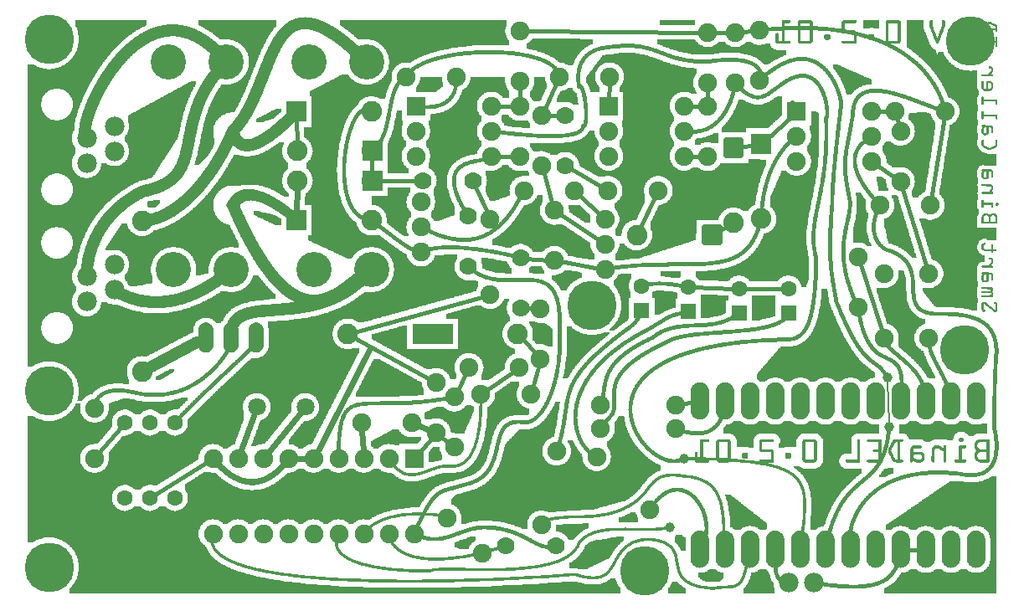
<source format=gbl>
G04 MADE WITH FRITZING*
G04 WWW.FRITZING.ORG*
G04 DOUBLE SIDED*
G04 HOLES PLATED*
G04 CONTOUR ON CENTER OF CONTOUR VECTOR*
%ASAXBY*%
%FSLAX23Y23*%
%MOIN*%
%OFA0B0*%
%SFA1.0B1.0*%
%ADD10C,0.075000*%
%ADD11C,0.039370*%
%ADD12C,0.060000*%
%ADD13C,0.078000*%
%ADD14C,0.063000*%
%ADD15C,0.082000*%
%ADD16C,0.051496*%
%ADD17C,0.140000*%
%ADD18C,0.070000*%
%ADD19C,0.062992*%
%ADD20C,0.070925*%
%ADD21C,0.070866*%
%ADD22C,0.074000*%
%ADD23C,0.196851*%
%ADD24R,0.075000X0.075000*%
%ADD25R,0.082000X0.082000*%
%ADD26R,0.062992X0.062992*%
%ADD27C,0.016000*%
%ADD28C,0.024000*%
%ADD29C,0.008000*%
%ADD30C,0.048000*%
%ADD31C,0.012000*%
%ADD32C,0.020000*%
%ADD33R,0.001000X0.001000*%
%LNCOPPER0*%
G90*
G70*
G54D10*
X294Y2255D03*
X1760Y1931D03*
X3073Y1626D03*
X3760Y2043D03*
X957Y1715D03*
X2463Y2128D03*
X3221Y1068D03*
X1803Y1109D03*
X1444Y913D03*
X2038Y642D03*
X1490Y2273D03*
X3217Y468D03*
X3705Y407D03*
X1577Y578D03*
X1577Y278D03*
X1477Y578D03*
X1477Y278D03*
X1377Y578D03*
X1377Y278D03*
X1277Y578D03*
X1277Y278D03*
X1177Y578D03*
X1177Y278D03*
X1077Y578D03*
X1077Y278D03*
X977Y578D03*
X977Y278D03*
X877Y578D03*
X877Y278D03*
X777Y578D03*
X777Y278D03*
G54D11*
X2651Y578D03*
X2596Y302D03*
G54D12*
X748Y1058D03*
X848Y1058D03*
X948Y1058D03*
G54D13*
X274Y1854D03*
X274Y1754D03*
X384Y1901D03*
X384Y1801D03*
X274Y1302D03*
X274Y1202D03*
X384Y1350D03*
X384Y1250D03*
G54D14*
X425Y420D03*
X525Y420D03*
X625Y420D03*
X625Y720D03*
X525Y720D03*
X425Y720D03*
G54D15*
X494Y1524D03*
X494Y924D03*
G54D10*
X305Y778D03*
X305Y578D03*
X2746Y1779D03*
X2746Y1979D03*
X3514Y1681D03*
X3514Y1881D03*
X3491Y1960D03*
X3691Y1960D03*
X2746Y2074D03*
X2746Y2274D03*
X1998Y1779D03*
X1998Y1979D03*
X1998Y2079D03*
X1998Y2279D03*
X2856Y2074D03*
X2856Y2274D03*
X3432Y1586D03*
X3632Y1586D03*
X2951Y2082D03*
X2951Y2282D03*
X2136Y1366D03*
X2136Y1566D03*
X2014Y1645D03*
X2214Y1645D03*
X2085Y1744D03*
X2085Y1944D03*
X2355Y2098D03*
X2155Y2098D03*
X1745Y2098D03*
X1545Y2098D03*
G54D15*
X1410Y1802D03*
X1112Y1802D03*
X1109Y1527D03*
X1407Y1527D03*
X1410Y1684D03*
X1112Y1684D03*
X1109Y1960D03*
X1407Y1960D03*
G54D16*
X856Y1881D03*
X856Y1586D03*
X856Y1881D03*
X856Y1586D03*
X856Y1881D03*
X856Y1586D03*
G54D17*
X1407Y1330D03*
X1177Y1330D03*
X620Y1330D03*
X850Y1330D03*
X1388Y2157D03*
X1158Y2157D03*
X600Y2157D03*
X830Y2157D03*
G54D10*
X1604Y1599D03*
X1604Y1499D03*
X1604Y1399D03*
X2352Y1981D03*
X2652Y1981D03*
X2352Y1881D03*
X2652Y1881D03*
X2352Y1781D03*
X2652Y1781D03*
X3100Y1961D03*
X3400Y1961D03*
X3100Y1861D03*
X3400Y1861D03*
X3100Y1761D03*
X3400Y1761D03*
X1585Y1981D03*
X1885Y1981D03*
X1585Y1881D03*
X1885Y1881D03*
X1585Y1781D03*
X1885Y1781D03*
G54D18*
X1793Y1342D03*
X1793Y1542D03*
X2143Y231D03*
X1943Y231D03*
X2001Y1177D03*
X2001Y1377D03*
X1812Y1684D03*
X1612Y1684D03*
X2179Y1744D03*
X2179Y1944D03*
G54D10*
X1996Y940D03*
X1796Y940D03*
X1737Y622D03*
X1737Y822D03*
X1567Y719D03*
X1367Y719D03*
X1707Y341D03*
X1848Y200D03*
X2079Y1175D03*
X2079Y975D03*
X2043Y834D03*
X1843Y834D03*
X1880Y1531D03*
X1880Y1231D03*
X2349Y1645D03*
X2549Y1645D03*
X1666Y880D03*
X1666Y680D03*
G54D15*
X1611Y1074D03*
X1313Y1074D03*
X2959Y1830D03*
X2959Y1532D03*
X1692Y1074D03*
X1990Y1074D03*
G54D10*
X3449Y1058D03*
X3449Y1314D03*
X3626Y1058D03*
X3626Y1314D03*
X3344Y1381D03*
X3344Y1181D03*
G54D15*
X2762Y1468D03*
X2464Y1468D03*
X2848Y1814D03*
X2848Y1516D03*
G54D19*
X3100Y1960D03*
X3100Y1861D03*
G54D20*
X951Y783D03*
G54D21*
X1144Y783D03*
G54D22*
X3815Y806D03*
X3715Y806D03*
X3615Y806D03*
X3515Y806D03*
X3415Y806D03*
X3315Y806D03*
X3215Y806D03*
X3115Y806D03*
X3015Y806D03*
X2915Y806D03*
X2815Y806D03*
X2715Y806D03*
X2715Y215D03*
X2815Y215D03*
X2915Y215D03*
X3015Y215D03*
X3115Y215D03*
X3215Y215D03*
X3315Y215D03*
X3415Y215D03*
X3515Y215D03*
X3615Y215D03*
X3715Y215D03*
X3815Y215D03*
G54D10*
X2337Y1531D03*
X2337Y1431D03*
X2337Y1331D03*
G54D23*
X3768Y1011D03*
X2284Y1188D03*
X124Y846D03*
X124Y2247D03*
X124Y145D03*
X2494Y129D03*
X3793Y2239D03*
G54D19*
X2483Y1166D03*
X2483Y1265D03*
X2669Y1162D03*
X2669Y1261D03*
X3068Y1156D03*
X3068Y1255D03*
X2871Y1156D03*
X2871Y1255D03*
G54D10*
X2619Y790D03*
X2319Y790D03*
X2619Y696D03*
X2319Y696D03*
X2084Y313D03*
X2145Y607D03*
X2516Y373D03*
X2304Y585D03*
G54D13*
X3067Y82D03*
X3167Y82D03*
G54D11*
X3469Y704D03*
X3461Y900D03*
G54D24*
X1577Y578D03*
G54D25*
X1411Y1802D03*
X1108Y1527D03*
X1411Y1684D03*
X1108Y1960D03*
G54D24*
X2352Y1981D03*
X3100Y1961D03*
X1585Y1981D03*
G54D25*
X1612Y1074D03*
X2959Y1831D03*
X1691Y1074D03*
G54D26*
X3100Y1960D03*
X2483Y1166D03*
X2669Y1162D03*
X3068Y1156D03*
X2871Y1156D03*
G54D27*
X1410Y1711D02*
X1410Y1776D01*
D02*
X2108Y1944D02*
X2158Y1944D01*
D02*
X1858Y1225D02*
X1338Y1081D01*
D02*
X3085Y1945D02*
X2978Y1848D01*
D02*
X1908Y1981D02*
X1975Y1980D01*
D02*
X2833Y2274D02*
X2769Y2274D01*
D02*
X1871Y1552D02*
X1820Y1665D01*
D02*
X2129Y1588D02*
X2091Y1722D01*
G54D28*
D02*
X1369Y691D02*
X1375Y606D01*
G54D27*
D02*
X1637Y1074D02*
X1665Y1074D01*
D02*
X1646Y891D02*
X1336Y1061D01*
D02*
X2690Y1260D02*
X2850Y1255D01*
D02*
X2892Y1255D02*
X3047Y1255D01*
G54D28*
D02*
X1112Y1652D02*
X1110Y1559D01*
G54D29*
D02*
X3462Y887D02*
X3468Y717D01*
G54D27*
D02*
X1747Y842D02*
X1785Y919D01*
D02*
X2320Y1546D02*
X2231Y1629D01*
D02*
X2021Y1375D02*
X2113Y1368D01*
D02*
X2049Y856D02*
X2074Y953D01*
D02*
X2155Y1553D02*
X2317Y1444D01*
D02*
X2314Y1335D02*
X2158Y1362D01*
G54D30*
D02*
X711Y1039D02*
X532Y945D01*
G54D27*
D02*
X1719Y636D02*
X1684Y665D01*
D02*
X3423Y1961D02*
X3468Y1960D01*
D02*
X1110Y1933D02*
X1112Y1829D01*
G54D28*
D02*
X995Y600D02*
X1127Y762D01*
G54D27*
D02*
X320Y596D02*
X412Y704D01*
D02*
X2056Y1176D02*
X2022Y1176D01*
D02*
X2475Y1492D02*
X2539Y1624D01*
G54D31*
D02*
X1870Y207D02*
X1923Y225D01*
G54D27*
D02*
X2932Y1826D02*
X2875Y1818D01*
D02*
X2355Y2075D02*
X2353Y2004D01*
D02*
X2197Y1734D02*
X2329Y1656D01*
D02*
X3542Y215D02*
X3587Y215D01*
D02*
X2687Y802D02*
X2641Y794D01*
D02*
X2928Y2280D02*
X2879Y2276D01*
D02*
X3687Y1937D02*
X3635Y1609D01*
D02*
X757Y566D02*
X544Y432D01*
D02*
X1977Y927D02*
X1862Y847D01*
D02*
X1592Y1684D02*
X1437Y1684D01*
D02*
X2094Y1965D02*
X2146Y2077D01*
G54D28*
D02*
X886Y605D02*
X942Y757D01*
G54D27*
D02*
X2723Y2274D02*
X2021Y2279D01*
D02*
X1998Y2003D02*
X1998Y2056D01*
D02*
X3497Y1938D02*
X3507Y1903D01*
G54D28*
D02*
X1148Y578D02*
X1105Y578D01*
G54D27*
D02*
X3090Y1979D02*
X3081Y1996D01*
D02*
X3081Y1996D02*
X3089Y1982D01*
D02*
X2825Y1503D02*
X2785Y1481D01*
D02*
X2675Y1781D02*
X2723Y1780D01*
D02*
X2723Y1980D02*
X2675Y1981D01*
D02*
X1975Y1780D02*
X1908Y1781D01*
D02*
X2746Y2003D02*
X2746Y2051D01*
D02*
X3352Y1359D02*
X3442Y1080D01*
D02*
X3495Y1694D02*
X3419Y1748D01*
D02*
X2064Y992D02*
X2008Y1054D01*
D02*
X1592Y595D02*
X1651Y663D01*
G54D28*
D02*
X1639Y691D02*
X1593Y709D01*
G54D27*
D02*
X3620Y1336D02*
X3520Y1659D01*
G54D28*
D02*
X1177Y578D02*
X1399Y1011D01*
G36*
X718Y2322D02*
X718Y2302D01*
X722Y2302D01*
X722Y2300D01*
X728Y2300D01*
X728Y2298D01*
X732Y2298D01*
X732Y2296D01*
X734Y2296D01*
X734Y2294D01*
X738Y2294D01*
X738Y2292D01*
X742Y2292D01*
X742Y2290D01*
X746Y2290D01*
X746Y2288D01*
X750Y2288D01*
X750Y2286D01*
X752Y2286D01*
X752Y2284D01*
X756Y2284D01*
X756Y2282D01*
X758Y2282D01*
X758Y2280D01*
X762Y2280D01*
X762Y2278D01*
X766Y2278D01*
X766Y2276D01*
X768Y2276D01*
X768Y2274D01*
X770Y2274D01*
X770Y2272D01*
X774Y2272D01*
X774Y2270D01*
X776Y2270D01*
X776Y2268D01*
X780Y2268D01*
X780Y2266D01*
X782Y2266D01*
X782Y2264D01*
X784Y2264D01*
X784Y2262D01*
X786Y2262D01*
X786Y2260D01*
X790Y2260D01*
X790Y2258D01*
X792Y2258D01*
X792Y2256D01*
X794Y2256D01*
X794Y2254D01*
X796Y2254D01*
X796Y2252D01*
X800Y2252D01*
X800Y2250D01*
X802Y2250D01*
X802Y2248D01*
X804Y2248D01*
X804Y2246D01*
X846Y2246D01*
X846Y2244D01*
X854Y2244D01*
X854Y2242D01*
X860Y2242D01*
X860Y2240D01*
X866Y2240D01*
X866Y2238D01*
X870Y2238D01*
X870Y2236D01*
X874Y2236D01*
X874Y2234D01*
X878Y2234D01*
X878Y2232D01*
X880Y2232D01*
X880Y2230D01*
X884Y2230D01*
X884Y2228D01*
X886Y2228D01*
X886Y2226D01*
X888Y2226D01*
X888Y2224D01*
X890Y2224D01*
X890Y2222D01*
X892Y2222D01*
X892Y2220D01*
X894Y2220D01*
X894Y2218D01*
X896Y2218D01*
X896Y2216D01*
X898Y2216D01*
X898Y2214D01*
X900Y2214D01*
X900Y2212D01*
X902Y2212D01*
X902Y2210D01*
X904Y2210D01*
X904Y2206D01*
X906Y2206D01*
X906Y2204D01*
X908Y2204D01*
X908Y2200D01*
X910Y2200D01*
X910Y2196D01*
X912Y2196D01*
X912Y2192D01*
X914Y2192D01*
X914Y2186D01*
X916Y2186D01*
X916Y2180D01*
X918Y2180D01*
X918Y2170D01*
X920Y2170D01*
X920Y2142D01*
X918Y2142D01*
X918Y2134D01*
X916Y2134D01*
X916Y2126D01*
X914Y2126D01*
X914Y2122D01*
X912Y2122D01*
X912Y2116D01*
X910Y2116D01*
X910Y2114D01*
X908Y2114D01*
X908Y2110D01*
X906Y2110D01*
X906Y2106D01*
X904Y2106D01*
X904Y2104D01*
X902Y2104D01*
X902Y2102D01*
X900Y2102D01*
X900Y2098D01*
X898Y2098D01*
X898Y2096D01*
X896Y2096D01*
X896Y2094D01*
X894Y2094D01*
X894Y2092D01*
X892Y2092D01*
X892Y2090D01*
X890Y2090D01*
X890Y2088D01*
X888Y2088D01*
X888Y2086D01*
X884Y2086D01*
X884Y2084D01*
X882Y2084D01*
X882Y2082D01*
X878Y2082D01*
X878Y2080D01*
X876Y2080D01*
X876Y2078D01*
X872Y2078D01*
X872Y2076D01*
X868Y2076D01*
X868Y2074D01*
X864Y2074D01*
X864Y2072D01*
X858Y2072D01*
X858Y2070D01*
X850Y2070D01*
X850Y2068D01*
X840Y2068D01*
X840Y2066D01*
X810Y2066D01*
X810Y2064D01*
X808Y2064D01*
X808Y2060D01*
X806Y2060D01*
X806Y2058D01*
X804Y2058D01*
X804Y2054D01*
X802Y2054D01*
X802Y2052D01*
X800Y2052D01*
X800Y2048D01*
X798Y2048D01*
X798Y2046D01*
X796Y2046D01*
X796Y2042D01*
X794Y2042D01*
X794Y2040D01*
X792Y2040D01*
X792Y2036D01*
X790Y2036D01*
X790Y2032D01*
X788Y2032D01*
X788Y2030D01*
X786Y2030D01*
X786Y2026D01*
X784Y2026D01*
X784Y2022D01*
X782Y2022D01*
X782Y2018D01*
X780Y2018D01*
X780Y2014D01*
X778Y2014D01*
X778Y2010D01*
X776Y2010D01*
X776Y2008D01*
X774Y2008D01*
X774Y2004D01*
X772Y2004D01*
X772Y1998D01*
X770Y1998D01*
X770Y1994D01*
X768Y1994D01*
X768Y1990D01*
X766Y1990D01*
X766Y1986D01*
X764Y1986D01*
X764Y1980D01*
X762Y1980D01*
X762Y1976D01*
X760Y1976D01*
X760Y1970D01*
X758Y1970D01*
X758Y1966D01*
X756Y1966D01*
X756Y1960D01*
X754Y1960D01*
X754Y1954D01*
X752Y1954D01*
X752Y1948D01*
X750Y1948D01*
X750Y1942D01*
X748Y1942D01*
X748Y1936D01*
X746Y1936D01*
X746Y1930D01*
X744Y1930D01*
X744Y1922D01*
X742Y1922D01*
X742Y1914D01*
X740Y1914D01*
X740Y1906D01*
X738Y1906D01*
X738Y1898D01*
X736Y1898D01*
X736Y1890D01*
X734Y1890D01*
X734Y1880D01*
X732Y1880D01*
X732Y1870D01*
X730Y1870D01*
X730Y1860D01*
X728Y1860D01*
X728Y1850D01*
X726Y1850D01*
X726Y1840D01*
X724Y1840D01*
X724Y1830D01*
X722Y1830D01*
X722Y1820D01*
X720Y1820D01*
X720Y1810D01*
X718Y1810D01*
X718Y1802D01*
X716Y1802D01*
X716Y1792D01*
X714Y1792D01*
X714Y1784D01*
X712Y1784D01*
X712Y1776D01*
X710Y1776D01*
X710Y1768D01*
X708Y1768D01*
X708Y1762D01*
X706Y1762D01*
X706Y1756D01*
X704Y1756D01*
X704Y1750D01*
X702Y1750D01*
X702Y1748D01*
X722Y1748D01*
X722Y1750D01*
X724Y1750D01*
X724Y1752D01*
X726Y1752D01*
X726Y1754D01*
X728Y1754D01*
X728Y1756D01*
X730Y1756D01*
X730Y1758D01*
X732Y1758D01*
X732Y1760D01*
X734Y1760D01*
X734Y1762D01*
X736Y1762D01*
X736Y1764D01*
X738Y1764D01*
X738Y1766D01*
X740Y1766D01*
X740Y1768D01*
X742Y1768D01*
X742Y1770D01*
X744Y1770D01*
X744Y1772D01*
X746Y1772D01*
X746Y1774D01*
X748Y1774D01*
X748Y1776D01*
X750Y1776D01*
X750Y1778D01*
X752Y1778D01*
X752Y1780D01*
X754Y1780D01*
X754Y1782D01*
X756Y1782D01*
X756Y1784D01*
X758Y1784D01*
X758Y1786D01*
X760Y1786D01*
X760Y1790D01*
X762Y1790D01*
X762Y1794D01*
X764Y1794D01*
X764Y1796D01*
X766Y1796D01*
X766Y1800D01*
X768Y1800D01*
X768Y1804D01*
X770Y1804D01*
X770Y1808D01*
X772Y1808D01*
X772Y1810D01*
X774Y1810D01*
X774Y1814D01*
X776Y1814D01*
X776Y1818D01*
X778Y1818D01*
X778Y1822D01*
X780Y1822D01*
X780Y1826D01*
X782Y1826D01*
X782Y1852D01*
X780Y1852D01*
X780Y1860D01*
X778Y1860D01*
X778Y1894D01*
X780Y1894D01*
X780Y1902D01*
X782Y1902D01*
X782Y1906D01*
X784Y1906D01*
X784Y1912D01*
X786Y1912D01*
X786Y1916D01*
X788Y1916D01*
X788Y1918D01*
X790Y1918D01*
X790Y1922D01*
X792Y1922D01*
X792Y1924D01*
X794Y1924D01*
X794Y1926D01*
X796Y1926D01*
X796Y1930D01*
X798Y1930D01*
X798Y1932D01*
X800Y1932D01*
X800Y1934D01*
X802Y1934D01*
X802Y1936D01*
X804Y1936D01*
X804Y1938D01*
X808Y1938D01*
X808Y1940D01*
X810Y1940D01*
X810Y1942D01*
X812Y1942D01*
X812Y1944D01*
X816Y1944D01*
X816Y1946D01*
X820Y1946D01*
X820Y1948D01*
X824Y1948D01*
X824Y1950D01*
X828Y1950D01*
X828Y1952D01*
X836Y1952D01*
X836Y1954D01*
X844Y1954D01*
X844Y1956D01*
X860Y1956D01*
X860Y1958D01*
X862Y1958D01*
X862Y1960D01*
X864Y1960D01*
X864Y1964D01*
X866Y1964D01*
X866Y1968D01*
X868Y1968D01*
X868Y1970D01*
X870Y1970D01*
X870Y1974D01*
X872Y1974D01*
X872Y1978D01*
X874Y1978D01*
X874Y1980D01*
X876Y1980D01*
X876Y1984D01*
X878Y1984D01*
X878Y1988D01*
X880Y1988D01*
X880Y1992D01*
X882Y1992D01*
X882Y1996D01*
X884Y1996D01*
X884Y2000D01*
X886Y2000D01*
X886Y2004D01*
X888Y2004D01*
X888Y2008D01*
X890Y2008D01*
X890Y2012D01*
X892Y2012D01*
X892Y2016D01*
X894Y2016D01*
X894Y2020D01*
X896Y2020D01*
X896Y2026D01*
X898Y2026D01*
X898Y2030D01*
X900Y2030D01*
X900Y2034D01*
X902Y2034D01*
X902Y2038D01*
X904Y2038D01*
X904Y2044D01*
X906Y2044D01*
X906Y2048D01*
X908Y2048D01*
X908Y2052D01*
X910Y2052D01*
X910Y2058D01*
X912Y2058D01*
X912Y2062D01*
X914Y2062D01*
X914Y2068D01*
X916Y2068D01*
X916Y2072D01*
X918Y2072D01*
X918Y2078D01*
X920Y2078D01*
X920Y2082D01*
X922Y2082D01*
X922Y2088D01*
X924Y2088D01*
X924Y2092D01*
X926Y2092D01*
X926Y2098D01*
X928Y2098D01*
X928Y2102D01*
X930Y2102D01*
X930Y2108D01*
X932Y2108D01*
X932Y2112D01*
X934Y2112D01*
X934Y2118D01*
X936Y2118D01*
X936Y2124D01*
X938Y2124D01*
X938Y2128D01*
X940Y2128D01*
X940Y2134D01*
X942Y2134D01*
X942Y2138D01*
X944Y2138D01*
X944Y2144D01*
X946Y2144D01*
X946Y2148D01*
X948Y2148D01*
X948Y2154D01*
X950Y2154D01*
X950Y2158D01*
X952Y2158D01*
X952Y2164D01*
X954Y2164D01*
X954Y2168D01*
X956Y2168D01*
X956Y2174D01*
X958Y2174D01*
X958Y2178D01*
X960Y2178D01*
X960Y2182D01*
X962Y2182D01*
X962Y2188D01*
X964Y2188D01*
X964Y2192D01*
X966Y2192D01*
X966Y2196D01*
X968Y2196D01*
X968Y2202D01*
X970Y2202D01*
X970Y2206D01*
X972Y2206D01*
X972Y2210D01*
X974Y2210D01*
X974Y2214D01*
X976Y2214D01*
X976Y2218D01*
X978Y2218D01*
X978Y2222D01*
X980Y2222D01*
X980Y2226D01*
X982Y2226D01*
X982Y2230D01*
X984Y2230D01*
X984Y2234D01*
X986Y2234D01*
X986Y2238D01*
X988Y2238D01*
X988Y2242D01*
X990Y2242D01*
X990Y2246D01*
X992Y2246D01*
X992Y2250D01*
X994Y2250D01*
X994Y2252D01*
X996Y2252D01*
X996Y2256D01*
X998Y2256D01*
X998Y2260D01*
X1000Y2260D01*
X1000Y2262D01*
X1002Y2262D01*
X1002Y2266D01*
X1004Y2266D01*
X1004Y2268D01*
X1006Y2268D01*
X1006Y2272D01*
X1008Y2272D01*
X1008Y2274D01*
X1010Y2274D01*
X1010Y2278D01*
X1012Y2278D01*
X1012Y2280D01*
X1014Y2280D01*
X1014Y2284D01*
X1016Y2284D01*
X1016Y2286D01*
X1018Y2286D01*
X1018Y2288D01*
X1020Y2288D01*
X1020Y2292D01*
X1022Y2292D01*
X1022Y2294D01*
X1024Y2294D01*
X1024Y2296D01*
X1026Y2296D01*
X1026Y2298D01*
X1028Y2298D01*
X1028Y2300D01*
X1030Y2300D01*
X1030Y2322D01*
X718Y2322D01*
G37*
D02*
G36*
X2556Y2322D02*
X2556Y2302D01*
X2696Y2302D01*
X2696Y2322D01*
X2556Y2322D01*
G37*
D02*
G36*
X3364Y2322D02*
X3364Y2292D01*
X3404Y2292D01*
X3404Y2290D01*
X3430Y2290D01*
X3430Y2322D01*
X3364Y2322D01*
G37*
D02*
G36*
X3364Y2292D02*
X3364Y2290D01*
X3392Y2290D01*
X3392Y2292D01*
X3364Y2292D01*
G37*
D02*
G36*
X2048Y2250D02*
X2048Y2248D01*
X2046Y2248D01*
X2046Y2246D01*
X2044Y2246D01*
X2044Y2244D01*
X2042Y2244D01*
X2042Y2240D01*
X2040Y2240D01*
X2040Y2238D01*
X2038Y2238D01*
X2038Y2236D01*
X2036Y2236D01*
X2036Y2234D01*
X2032Y2234D01*
X2032Y2232D01*
X2030Y2232D01*
X2030Y2230D01*
X2026Y2230D01*
X2026Y2210D01*
X2032Y2210D01*
X2032Y2208D01*
X2040Y2208D01*
X2040Y2206D01*
X2050Y2206D01*
X2050Y2204D01*
X2056Y2204D01*
X2056Y2202D01*
X2064Y2202D01*
X2064Y2200D01*
X2070Y2200D01*
X2070Y2198D01*
X2078Y2198D01*
X2078Y2196D01*
X2082Y2196D01*
X2082Y2194D01*
X2088Y2194D01*
X2088Y2192D01*
X2094Y2192D01*
X2094Y2190D01*
X2098Y2190D01*
X2098Y2188D01*
X2104Y2188D01*
X2104Y2186D01*
X2108Y2186D01*
X2108Y2184D01*
X2112Y2184D01*
X2112Y2182D01*
X2116Y2182D01*
X2116Y2180D01*
X2120Y2180D01*
X2120Y2178D01*
X2124Y2178D01*
X2124Y2176D01*
X2128Y2176D01*
X2128Y2174D01*
X2132Y2174D01*
X2132Y2172D01*
X2134Y2172D01*
X2134Y2170D01*
X2138Y2170D01*
X2138Y2168D01*
X2140Y2168D01*
X2140Y2166D01*
X2142Y2166D01*
X2142Y2164D01*
X2146Y2164D01*
X2146Y2162D01*
X2148Y2162D01*
X2148Y2160D01*
X2150Y2160D01*
X2150Y2158D01*
X2152Y2158D01*
X2152Y2156D01*
X2154Y2156D01*
X2154Y2154D01*
X2170Y2154D01*
X2170Y2152D01*
X2176Y2152D01*
X2176Y2150D01*
X2180Y2150D01*
X2180Y2148D01*
X2184Y2148D01*
X2184Y2146D01*
X2188Y2146D01*
X2188Y2144D01*
X2190Y2144D01*
X2190Y2142D01*
X2210Y2142D01*
X2210Y2146D01*
X2212Y2146D01*
X2212Y2152D01*
X2214Y2152D01*
X2214Y2158D01*
X2216Y2158D01*
X2216Y2162D01*
X2218Y2162D01*
X2218Y2166D01*
X2220Y2166D01*
X2220Y2170D01*
X2222Y2170D01*
X2222Y2174D01*
X2224Y2174D01*
X2224Y2176D01*
X2226Y2176D01*
X2226Y2180D01*
X2228Y2180D01*
X2228Y2182D01*
X2230Y2182D01*
X2230Y2186D01*
X2232Y2186D01*
X2232Y2188D01*
X2234Y2188D01*
X2234Y2190D01*
X2236Y2190D01*
X2236Y2192D01*
X2238Y2192D01*
X2238Y2194D01*
X2240Y2194D01*
X2240Y2198D01*
X2242Y2198D01*
X2242Y2200D01*
X2244Y2200D01*
X2244Y2202D01*
X2248Y2202D01*
X2248Y2204D01*
X2250Y2204D01*
X2250Y2206D01*
X2252Y2206D01*
X2252Y2208D01*
X2254Y2208D01*
X2254Y2210D01*
X2256Y2210D01*
X2256Y2212D01*
X2260Y2212D01*
X2260Y2214D01*
X2262Y2214D01*
X2262Y2216D01*
X2266Y2216D01*
X2266Y2218D01*
X2268Y2218D01*
X2268Y2220D01*
X2272Y2220D01*
X2272Y2222D01*
X2276Y2222D01*
X2276Y2224D01*
X2280Y2224D01*
X2280Y2226D01*
X2284Y2226D01*
X2284Y2228D01*
X2288Y2228D01*
X2288Y2248D01*
X2238Y2248D01*
X2238Y2250D01*
X2048Y2250D01*
G37*
D02*
G36*
X2544Y2246D02*
X2544Y2228D01*
X2548Y2228D01*
X2548Y2226D01*
X2554Y2226D01*
X2554Y2224D01*
X2560Y2224D01*
X2560Y2222D01*
X2566Y2222D01*
X2566Y2220D01*
X2570Y2220D01*
X2570Y2218D01*
X2576Y2218D01*
X2576Y2216D01*
X2738Y2216D01*
X2738Y2218D01*
X2728Y2218D01*
X2728Y2220D01*
X2724Y2220D01*
X2724Y2222D01*
X2720Y2222D01*
X2720Y2224D01*
X2716Y2224D01*
X2716Y2226D01*
X2712Y2226D01*
X2712Y2228D01*
X2710Y2228D01*
X2710Y2230D01*
X2708Y2230D01*
X2708Y2232D01*
X2706Y2232D01*
X2706Y2234D01*
X2704Y2234D01*
X2704Y2236D01*
X2702Y2236D01*
X2702Y2238D01*
X2700Y2238D01*
X2700Y2240D01*
X2698Y2240D01*
X2698Y2244D01*
X2696Y2244D01*
X2696Y2246D01*
X2544Y2246D01*
G37*
D02*
G36*
X2790Y2238D02*
X2790Y2236D01*
X2788Y2236D01*
X2788Y2234D01*
X2786Y2234D01*
X2786Y2232D01*
X2784Y2232D01*
X2784Y2230D01*
X2782Y2230D01*
X2782Y2228D01*
X2778Y2228D01*
X2778Y2226D01*
X2776Y2226D01*
X2776Y2224D01*
X2772Y2224D01*
X2772Y2222D01*
X2768Y2222D01*
X2768Y2220D01*
X2764Y2220D01*
X2764Y2218D01*
X2754Y2218D01*
X2754Y2216D01*
X2848Y2216D01*
X2848Y2218D01*
X2840Y2218D01*
X2840Y2220D01*
X2834Y2220D01*
X2834Y2222D01*
X2830Y2222D01*
X2830Y2224D01*
X2826Y2224D01*
X2826Y2226D01*
X2824Y2226D01*
X2824Y2228D01*
X2820Y2228D01*
X2820Y2230D01*
X2818Y2230D01*
X2818Y2232D01*
X2816Y2232D01*
X2816Y2234D01*
X2814Y2234D01*
X2814Y2236D01*
X2812Y2236D01*
X2812Y2238D01*
X2790Y2238D01*
G37*
D02*
G36*
X2898Y2236D02*
X2898Y2234D01*
X2896Y2234D01*
X2896Y2232D01*
X2894Y2232D01*
X2894Y2230D01*
X2892Y2230D01*
X2892Y2228D01*
X2890Y2228D01*
X2890Y2226D01*
X2886Y2226D01*
X2886Y2224D01*
X2942Y2224D01*
X2942Y2226D01*
X2934Y2226D01*
X2934Y2228D01*
X2928Y2228D01*
X2928Y2230D01*
X2924Y2230D01*
X2924Y2232D01*
X2920Y2232D01*
X2920Y2234D01*
X2918Y2234D01*
X2918Y2236D01*
X2898Y2236D01*
G37*
D02*
G36*
X2974Y2230D02*
X2974Y2228D01*
X2968Y2228D01*
X2968Y2226D01*
X2960Y2226D01*
X2960Y2224D01*
X2994Y2224D01*
X2994Y2230D01*
X2974Y2230D01*
G37*
D02*
G36*
X2882Y2224D02*
X2882Y2222D01*
X2994Y2222D01*
X2994Y2224D01*
X2882Y2224D01*
G37*
D02*
G36*
X2882Y2224D02*
X2882Y2222D01*
X2994Y2222D01*
X2994Y2224D01*
X2882Y2224D01*
G37*
D02*
G36*
X2878Y2222D02*
X2878Y2220D01*
X2874Y2220D01*
X2874Y2218D01*
X2864Y2218D01*
X2864Y2216D01*
X2998Y2216D01*
X2998Y2220D01*
X2996Y2220D01*
X2996Y2222D01*
X2878Y2222D01*
G37*
D02*
G36*
X2580Y2216D02*
X2580Y2214D01*
X3000Y2214D01*
X3000Y2216D01*
X2580Y2216D01*
G37*
D02*
G36*
X2580Y2216D02*
X2580Y2214D01*
X3000Y2214D01*
X3000Y2216D01*
X2580Y2216D01*
G37*
D02*
G36*
X2580Y2216D02*
X2580Y2214D01*
X3000Y2214D01*
X3000Y2216D01*
X2580Y2216D01*
G37*
D02*
G36*
X2586Y2214D02*
X2586Y2212D01*
X2592Y2212D01*
X2592Y2210D01*
X2596Y2210D01*
X2596Y2208D01*
X2602Y2208D01*
X2602Y2206D01*
X2608Y2206D01*
X2608Y2204D01*
X2614Y2204D01*
X2614Y2202D01*
X2622Y2202D01*
X2622Y2200D01*
X2628Y2200D01*
X2628Y2198D01*
X2636Y2198D01*
X2636Y2196D01*
X2644Y2196D01*
X2644Y2194D01*
X2846Y2194D01*
X2846Y2192D01*
X2874Y2192D01*
X2874Y2190D01*
X2888Y2190D01*
X2888Y2188D01*
X2898Y2188D01*
X2898Y2186D01*
X2906Y2186D01*
X2906Y2184D01*
X2914Y2184D01*
X2914Y2182D01*
X2920Y2182D01*
X2920Y2180D01*
X2926Y2180D01*
X2926Y2178D01*
X2930Y2178D01*
X2930Y2176D01*
X2934Y2176D01*
X2934Y2174D01*
X2938Y2174D01*
X2938Y2172D01*
X2942Y2172D01*
X2942Y2170D01*
X2946Y2170D01*
X2946Y2168D01*
X2948Y2168D01*
X2948Y2166D01*
X2950Y2166D01*
X2950Y2164D01*
X2954Y2164D01*
X2954Y2162D01*
X2956Y2162D01*
X2956Y2160D01*
X2958Y2160D01*
X2958Y2158D01*
X2960Y2158D01*
X2960Y2156D01*
X2962Y2156D01*
X2962Y2154D01*
X2964Y2154D01*
X2964Y2152D01*
X2966Y2152D01*
X2966Y2150D01*
X2968Y2150D01*
X2968Y2148D01*
X2990Y2148D01*
X2990Y2150D01*
X2994Y2150D01*
X2994Y2152D01*
X2996Y2152D01*
X2996Y2154D01*
X3000Y2154D01*
X3000Y2156D01*
X3002Y2156D01*
X3002Y2158D01*
X3006Y2158D01*
X3006Y2160D01*
X3010Y2160D01*
X3010Y2162D01*
X3012Y2162D01*
X3012Y2164D01*
X3016Y2164D01*
X3016Y2166D01*
X3020Y2166D01*
X3020Y2168D01*
X3024Y2168D01*
X3024Y2170D01*
X3028Y2170D01*
X3028Y2172D01*
X3032Y2172D01*
X3032Y2174D01*
X3036Y2174D01*
X3036Y2176D01*
X3040Y2176D01*
X3040Y2178D01*
X3044Y2178D01*
X3044Y2180D01*
X3050Y2180D01*
X3050Y2182D01*
X3054Y2182D01*
X3054Y2184D01*
X3060Y2184D01*
X3060Y2204D01*
X3018Y2204D01*
X3018Y2206D01*
X3010Y2206D01*
X3010Y2208D01*
X3008Y2208D01*
X3008Y2210D01*
X3004Y2210D01*
X3004Y2212D01*
X3002Y2212D01*
X3002Y2214D01*
X2586Y2214D01*
G37*
D02*
G36*
X2654Y2194D02*
X2654Y2192D01*
X2664Y2192D01*
X2664Y2190D01*
X2678Y2190D01*
X2678Y2188D01*
X2696Y2188D01*
X2696Y2186D01*
X2756Y2186D01*
X2756Y2188D01*
X2772Y2188D01*
X2772Y2190D01*
X2792Y2190D01*
X2792Y2192D01*
X2824Y2192D01*
X2824Y2194D01*
X2654Y2194D01*
G37*
D02*
G36*
X228Y2322D02*
X228Y2302D01*
X230Y2302D01*
X230Y2298D01*
X232Y2298D01*
X232Y2294D01*
X234Y2294D01*
X234Y2288D01*
X236Y2288D01*
X236Y2282D01*
X238Y2282D01*
X238Y2274D01*
X240Y2274D01*
X240Y2264D01*
X242Y2264D01*
X242Y2230D01*
X240Y2230D01*
X240Y2220D01*
X238Y2220D01*
X238Y2212D01*
X236Y2212D01*
X236Y2206D01*
X234Y2206D01*
X234Y2200D01*
X232Y2200D01*
X232Y2196D01*
X230Y2196D01*
X230Y2192D01*
X228Y2192D01*
X228Y2190D01*
X226Y2190D01*
X226Y2186D01*
X224Y2186D01*
X224Y2182D01*
X222Y2182D01*
X222Y2180D01*
X220Y2180D01*
X220Y2176D01*
X218Y2176D01*
X218Y2174D01*
X216Y2174D01*
X216Y2172D01*
X214Y2172D01*
X214Y2170D01*
X212Y2170D01*
X212Y2168D01*
X210Y2168D01*
X210Y2164D01*
X208Y2164D01*
X208Y2162D01*
X206Y2162D01*
X206Y2160D01*
X202Y2160D01*
X202Y2158D01*
X200Y2158D01*
X200Y2156D01*
X198Y2156D01*
X198Y2154D01*
X196Y2154D01*
X196Y2152D01*
X192Y2152D01*
X192Y2150D01*
X190Y2150D01*
X190Y2148D01*
X186Y2148D01*
X186Y2146D01*
X184Y2146D01*
X184Y2144D01*
X180Y2144D01*
X180Y2142D01*
X176Y2142D01*
X176Y2140D01*
X172Y2140D01*
X172Y2138D01*
X168Y2138D01*
X168Y2136D01*
X162Y2136D01*
X162Y2134D01*
X156Y2134D01*
X156Y2132D01*
X148Y2132D01*
X148Y2130D01*
X132Y2130D01*
X132Y2128D01*
X322Y2128D01*
X322Y2130D01*
X324Y2130D01*
X324Y2132D01*
X326Y2132D01*
X326Y2136D01*
X328Y2136D01*
X328Y2138D01*
X330Y2138D01*
X330Y2140D01*
X332Y2140D01*
X332Y2144D01*
X334Y2144D01*
X334Y2146D01*
X336Y2146D01*
X336Y2150D01*
X338Y2150D01*
X338Y2152D01*
X340Y2152D01*
X340Y2156D01*
X342Y2156D01*
X342Y2158D01*
X344Y2158D01*
X344Y2160D01*
X346Y2160D01*
X346Y2162D01*
X348Y2162D01*
X348Y2166D01*
X350Y2166D01*
X350Y2168D01*
X352Y2168D01*
X352Y2170D01*
X354Y2170D01*
X354Y2174D01*
X356Y2174D01*
X356Y2176D01*
X358Y2176D01*
X358Y2178D01*
X360Y2178D01*
X360Y2180D01*
X362Y2180D01*
X362Y2184D01*
X364Y2184D01*
X364Y2186D01*
X366Y2186D01*
X366Y2188D01*
X368Y2188D01*
X368Y2190D01*
X370Y2190D01*
X370Y2192D01*
X372Y2192D01*
X372Y2196D01*
X374Y2196D01*
X374Y2198D01*
X376Y2198D01*
X376Y2200D01*
X378Y2200D01*
X378Y2202D01*
X380Y2202D01*
X380Y2204D01*
X382Y2204D01*
X382Y2206D01*
X384Y2206D01*
X384Y2208D01*
X386Y2208D01*
X386Y2210D01*
X388Y2210D01*
X388Y2212D01*
X390Y2212D01*
X390Y2214D01*
X392Y2214D01*
X392Y2216D01*
X394Y2216D01*
X394Y2218D01*
X396Y2218D01*
X396Y2220D01*
X398Y2220D01*
X398Y2222D01*
X400Y2222D01*
X400Y2224D01*
X402Y2224D01*
X402Y2226D01*
X404Y2226D01*
X404Y2228D01*
X406Y2228D01*
X406Y2230D01*
X408Y2230D01*
X408Y2232D01*
X410Y2232D01*
X410Y2234D01*
X412Y2234D01*
X412Y2236D01*
X414Y2236D01*
X414Y2238D01*
X416Y2238D01*
X416Y2240D01*
X418Y2240D01*
X418Y2242D01*
X420Y2242D01*
X420Y2244D01*
X422Y2244D01*
X422Y2246D01*
X426Y2246D01*
X426Y2248D01*
X428Y2248D01*
X428Y2250D01*
X430Y2250D01*
X430Y2252D01*
X432Y2252D01*
X432Y2254D01*
X434Y2254D01*
X434Y2256D01*
X438Y2256D01*
X438Y2258D01*
X440Y2258D01*
X440Y2260D01*
X442Y2260D01*
X442Y2262D01*
X446Y2262D01*
X446Y2264D01*
X448Y2264D01*
X448Y2266D01*
X450Y2266D01*
X450Y2268D01*
X454Y2268D01*
X454Y2270D01*
X456Y2270D01*
X456Y2272D01*
X458Y2272D01*
X458Y2274D01*
X462Y2274D01*
X462Y2276D01*
X464Y2276D01*
X464Y2278D01*
X468Y2278D01*
X468Y2280D01*
X470Y2280D01*
X470Y2282D01*
X474Y2282D01*
X474Y2284D01*
X478Y2284D01*
X478Y2286D01*
X480Y2286D01*
X480Y2288D01*
X484Y2288D01*
X484Y2290D01*
X488Y2290D01*
X488Y2292D01*
X492Y2292D01*
X492Y2294D01*
X496Y2294D01*
X496Y2296D01*
X500Y2296D01*
X500Y2298D01*
X504Y2298D01*
X504Y2300D01*
X508Y2300D01*
X508Y2302D01*
X512Y2302D01*
X512Y2322D01*
X228Y2322D01*
G37*
D02*
G36*
X40Y2148D02*
X40Y2128D01*
X116Y2128D01*
X116Y2130D01*
X100Y2130D01*
X100Y2132D01*
X92Y2132D01*
X92Y2134D01*
X86Y2134D01*
X86Y2136D01*
X80Y2136D01*
X80Y2138D01*
X76Y2138D01*
X76Y2140D01*
X72Y2140D01*
X72Y2142D01*
X68Y2142D01*
X68Y2144D01*
X64Y2144D01*
X64Y2146D01*
X60Y2146D01*
X60Y2148D01*
X40Y2148D01*
G37*
D02*
G36*
X40Y2128D02*
X40Y2126D01*
X322Y2126D01*
X322Y2128D01*
X40Y2128D01*
G37*
D02*
G36*
X40Y2128D02*
X40Y2126D01*
X322Y2126D01*
X322Y2128D01*
X40Y2128D01*
G37*
D02*
G36*
X40Y2126D02*
X40Y2050D01*
X168Y2050D01*
X168Y2048D01*
X176Y2048D01*
X176Y2046D01*
X182Y2046D01*
X182Y2044D01*
X186Y2044D01*
X186Y2042D01*
X188Y2042D01*
X188Y2040D01*
X192Y2040D01*
X192Y2038D01*
X194Y2038D01*
X194Y2036D01*
X196Y2036D01*
X196Y2034D01*
X198Y2034D01*
X198Y2032D01*
X202Y2032D01*
X202Y2028D01*
X204Y2028D01*
X204Y2026D01*
X206Y2026D01*
X206Y2024D01*
X208Y2024D01*
X208Y2020D01*
X210Y2020D01*
X210Y2018D01*
X212Y2018D01*
X212Y2014D01*
X214Y2014D01*
X214Y2008D01*
X216Y2008D01*
X216Y2002D01*
X218Y2002D01*
X218Y1974D01*
X216Y1974D01*
X216Y1966D01*
X214Y1966D01*
X214Y1962D01*
X212Y1962D01*
X212Y1958D01*
X210Y1958D01*
X210Y1954D01*
X208Y1954D01*
X208Y1950D01*
X206Y1950D01*
X206Y1948D01*
X204Y1948D01*
X204Y1946D01*
X202Y1946D01*
X202Y1944D01*
X200Y1944D01*
X200Y1942D01*
X198Y1942D01*
X198Y1940D01*
X196Y1940D01*
X196Y1938D01*
X194Y1938D01*
X194Y1936D01*
X192Y1936D01*
X192Y1934D01*
X188Y1934D01*
X188Y1932D01*
X184Y1932D01*
X184Y1930D01*
X180Y1930D01*
X180Y1928D01*
X174Y1928D01*
X174Y1926D01*
X166Y1926D01*
X166Y1924D01*
X230Y1924D01*
X230Y1932D01*
X232Y1932D01*
X232Y1940D01*
X234Y1940D01*
X234Y1948D01*
X236Y1948D01*
X236Y1954D01*
X238Y1954D01*
X238Y1960D01*
X240Y1960D01*
X240Y1966D01*
X242Y1966D01*
X242Y1972D01*
X244Y1972D01*
X244Y1978D01*
X246Y1978D01*
X246Y1984D01*
X248Y1984D01*
X248Y1988D01*
X250Y1988D01*
X250Y1994D01*
X252Y1994D01*
X252Y1998D01*
X254Y1998D01*
X254Y2004D01*
X256Y2004D01*
X256Y2008D01*
X258Y2008D01*
X258Y2012D01*
X260Y2012D01*
X260Y2018D01*
X262Y2018D01*
X262Y2022D01*
X264Y2022D01*
X264Y2026D01*
X266Y2026D01*
X266Y2030D01*
X268Y2030D01*
X268Y2034D01*
X270Y2034D01*
X270Y2038D01*
X272Y2038D01*
X272Y2044D01*
X274Y2044D01*
X274Y2046D01*
X276Y2046D01*
X276Y2050D01*
X278Y2050D01*
X278Y2054D01*
X280Y2054D01*
X280Y2058D01*
X282Y2058D01*
X282Y2062D01*
X284Y2062D01*
X284Y2066D01*
X286Y2066D01*
X286Y2070D01*
X288Y2070D01*
X288Y2074D01*
X290Y2074D01*
X290Y2078D01*
X292Y2078D01*
X292Y2080D01*
X294Y2080D01*
X294Y2084D01*
X296Y2084D01*
X296Y2088D01*
X298Y2088D01*
X298Y2092D01*
X300Y2092D01*
X300Y2094D01*
X302Y2094D01*
X302Y2098D01*
X304Y2098D01*
X304Y2102D01*
X306Y2102D01*
X306Y2104D01*
X308Y2104D01*
X308Y2108D01*
X310Y2108D01*
X310Y2110D01*
X312Y2110D01*
X312Y2114D01*
X314Y2114D01*
X314Y2118D01*
X316Y2118D01*
X316Y2120D01*
X318Y2120D01*
X318Y2124D01*
X320Y2124D01*
X320Y2126D01*
X40Y2126D01*
G37*
D02*
G36*
X688Y2080D02*
X688Y2078D01*
X684Y2078D01*
X684Y2076D01*
X680Y2076D01*
X680Y2074D01*
X676Y2074D01*
X676Y2072D01*
X674Y2072D01*
X674Y2070D01*
X670Y2070D01*
X670Y2068D01*
X666Y2068D01*
X666Y2066D01*
X662Y2066D01*
X662Y2064D01*
X658Y2064D01*
X658Y2062D01*
X654Y2062D01*
X654Y2060D01*
X652Y2060D01*
X652Y2058D01*
X648Y2058D01*
X648Y2056D01*
X644Y2056D01*
X644Y2054D01*
X640Y2054D01*
X640Y2052D01*
X636Y2052D01*
X636Y2050D01*
X632Y2050D01*
X632Y2048D01*
X630Y2048D01*
X630Y2046D01*
X626Y2046D01*
X626Y2044D01*
X622Y2044D01*
X622Y2042D01*
X618Y2042D01*
X618Y2040D01*
X614Y2040D01*
X614Y2038D01*
X610Y2038D01*
X610Y2036D01*
X608Y2036D01*
X608Y2034D01*
X604Y2034D01*
X604Y2032D01*
X600Y2032D01*
X600Y2030D01*
X596Y2030D01*
X596Y2028D01*
X592Y2028D01*
X592Y2026D01*
X588Y2026D01*
X588Y2024D01*
X586Y2024D01*
X586Y2022D01*
X582Y2022D01*
X582Y2020D01*
X578Y2020D01*
X578Y2018D01*
X574Y2018D01*
X574Y2016D01*
X570Y2016D01*
X570Y2014D01*
X566Y2014D01*
X566Y2012D01*
X564Y2012D01*
X564Y2010D01*
X560Y2010D01*
X560Y2008D01*
X556Y2008D01*
X556Y2006D01*
X552Y2006D01*
X552Y2004D01*
X548Y2004D01*
X548Y2002D01*
X544Y2002D01*
X544Y2000D01*
X542Y2000D01*
X542Y1998D01*
X538Y1998D01*
X538Y1996D01*
X534Y1996D01*
X534Y1994D01*
X530Y1994D01*
X530Y1992D01*
X526Y1992D01*
X526Y1990D01*
X522Y1990D01*
X522Y1988D01*
X520Y1988D01*
X520Y1986D01*
X516Y1986D01*
X516Y1984D01*
X512Y1984D01*
X512Y1982D01*
X508Y1982D01*
X508Y1980D01*
X504Y1980D01*
X504Y1978D01*
X500Y1978D01*
X500Y1976D01*
X496Y1976D01*
X496Y1974D01*
X494Y1974D01*
X494Y1972D01*
X490Y1972D01*
X490Y1970D01*
X486Y1970D01*
X486Y1968D01*
X482Y1968D01*
X482Y1966D01*
X478Y1966D01*
X478Y1964D01*
X474Y1964D01*
X474Y1962D01*
X472Y1962D01*
X472Y1960D01*
X468Y1960D01*
X468Y1958D01*
X464Y1958D01*
X464Y1956D01*
X460Y1956D01*
X460Y1954D01*
X456Y1954D01*
X456Y1952D01*
X452Y1952D01*
X452Y1950D01*
X450Y1950D01*
X450Y1948D01*
X446Y1948D01*
X446Y1946D01*
X442Y1946D01*
X442Y1944D01*
X438Y1944D01*
X438Y1920D01*
X440Y1920D01*
X440Y1914D01*
X442Y1914D01*
X442Y1888D01*
X440Y1888D01*
X440Y1880D01*
X438Y1880D01*
X438Y1876D01*
X436Y1876D01*
X436Y1872D01*
X434Y1872D01*
X434Y1868D01*
X432Y1868D01*
X432Y1866D01*
X430Y1866D01*
X430Y1864D01*
X428Y1864D01*
X428Y1860D01*
X426Y1860D01*
X426Y1840D01*
X428Y1840D01*
X428Y1838D01*
X430Y1838D01*
X430Y1836D01*
X432Y1836D01*
X432Y1832D01*
X434Y1832D01*
X434Y1830D01*
X436Y1830D01*
X436Y1826D01*
X438Y1826D01*
X438Y1820D01*
X440Y1820D01*
X440Y1814D01*
X442Y1814D01*
X442Y1788D01*
X440Y1788D01*
X440Y1780D01*
X438Y1780D01*
X438Y1776D01*
X436Y1776D01*
X436Y1772D01*
X434Y1772D01*
X434Y1768D01*
X432Y1768D01*
X432Y1766D01*
X430Y1766D01*
X430Y1764D01*
X428Y1764D01*
X428Y1760D01*
X426Y1760D01*
X426Y1758D01*
X424Y1758D01*
X424Y1756D01*
X420Y1756D01*
X420Y1754D01*
X418Y1754D01*
X418Y1752D01*
X416Y1752D01*
X416Y1750D01*
X412Y1750D01*
X412Y1748D01*
X408Y1748D01*
X408Y1746D01*
X404Y1746D01*
X404Y1744D01*
X396Y1744D01*
X396Y1742D01*
X566Y1742D01*
X566Y1746D01*
X568Y1746D01*
X568Y1748D01*
X570Y1748D01*
X570Y1752D01*
X572Y1752D01*
X572Y1756D01*
X574Y1756D01*
X574Y1758D01*
X576Y1758D01*
X576Y1762D01*
X578Y1762D01*
X578Y1764D01*
X580Y1764D01*
X580Y1768D01*
X582Y1768D01*
X582Y1770D01*
X584Y1770D01*
X584Y1774D01*
X586Y1774D01*
X586Y1778D01*
X588Y1778D01*
X588Y1780D01*
X590Y1780D01*
X590Y1784D01*
X592Y1784D01*
X592Y1786D01*
X594Y1786D01*
X594Y1790D01*
X596Y1790D01*
X596Y1792D01*
X598Y1792D01*
X598Y1796D01*
X600Y1796D01*
X600Y1798D01*
X602Y1798D01*
X602Y1802D01*
X604Y1802D01*
X604Y1806D01*
X606Y1806D01*
X606Y1808D01*
X608Y1808D01*
X608Y1812D01*
X610Y1812D01*
X610Y1814D01*
X612Y1814D01*
X612Y1818D01*
X614Y1818D01*
X614Y1820D01*
X616Y1820D01*
X616Y1824D01*
X618Y1824D01*
X618Y1826D01*
X620Y1826D01*
X620Y1830D01*
X622Y1830D01*
X622Y1834D01*
X624Y1834D01*
X624Y1836D01*
X626Y1836D01*
X626Y1840D01*
X628Y1840D01*
X628Y1842D01*
X630Y1842D01*
X630Y1846D01*
X632Y1846D01*
X632Y1848D01*
X634Y1848D01*
X634Y1852D01*
X636Y1852D01*
X636Y1856D01*
X638Y1856D01*
X638Y1860D01*
X640Y1860D01*
X640Y1870D01*
X642Y1870D01*
X642Y1880D01*
X644Y1880D01*
X644Y1890D01*
X646Y1890D01*
X646Y1898D01*
X648Y1898D01*
X648Y1908D01*
X650Y1908D01*
X650Y1918D01*
X652Y1918D01*
X652Y1926D01*
X654Y1926D01*
X654Y1934D01*
X656Y1934D01*
X656Y1942D01*
X658Y1942D01*
X658Y1948D01*
X660Y1948D01*
X660Y1956D01*
X662Y1956D01*
X662Y1962D01*
X664Y1962D01*
X664Y1968D01*
X666Y1968D01*
X666Y1976D01*
X668Y1976D01*
X668Y1980D01*
X670Y1980D01*
X670Y1986D01*
X672Y1986D01*
X672Y1992D01*
X674Y1992D01*
X674Y1998D01*
X676Y1998D01*
X676Y2002D01*
X678Y2002D01*
X678Y2008D01*
X680Y2008D01*
X680Y2012D01*
X682Y2012D01*
X682Y2018D01*
X684Y2018D01*
X684Y2022D01*
X686Y2022D01*
X686Y2026D01*
X688Y2026D01*
X688Y2030D01*
X690Y2030D01*
X690Y2036D01*
X692Y2036D01*
X692Y2040D01*
X694Y2040D01*
X694Y2044D01*
X696Y2044D01*
X696Y2048D01*
X698Y2048D01*
X698Y2052D01*
X700Y2052D01*
X700Y2056D01*
X702Y2056D01*
X702Y2058D01*
X704Y2058D01*
X704Y2062D01*
X706Y2062D01*
X706Y2066D01*
X708Y2066D01*
X708Y2070D01*
X710Y2070D01*
X710Y2080D01*
X688Y2080D01*
G37*
D02*
G36*
X40Y2050D02*
X40Y1924D01*
X144Y1924D01*
X144Y1926D01*
X136Y1926D01*
X136Y1928D01*
X130Y1928D01*
X130Y1930D01*
X126Y1930D01*
X126Y1932D01*
X122Y1932D01*
X122Y1934D01*
X120Y1934D01*
X120Y1936D01*
X116Y1936D01*
X116Y1938D01*
X114Y1938D01*
X114Y1940D01*
X112Y1940D01*
X112Y1942D01*
X110Y1942D01*
X110Y1944D01*
X108Y1944D01*
X108Y1946D01*
X106Y1946D01*
X106Y1950D01*
X104Y1950D01*
X104Y1952D01*
X102Y1952D01*
X102Y1956D01*
X100Y1956D01*
X100Y1958D01*
X98Y1958D01*
X98Y1962D01*
X96Y1962D01*
X96Y1968D01*
X94Y1968D01*
X94Y1978D01*
X92Y1978D01*
X92Y1996D01*
X94Y1996D01*
X94Y2006D01*
X96Y2006D01*
X96Y2012D01*
X98Y2012D01*
X98Y2016D01*
X100Y2016D01*
X100Y2020D01*
X102Y2020D01*
X102Y2022D01*
X104Y2022D01*
X104Y2026D01*
X106Y2026D01*
X106Y2028D01*
X108Y2028D01*
X108Y2030D01*
X110Y2030D01*
X110Y2032D01*
X112Y2032D01*
X112Y2034D01*
X114Y2034D01*
X114Y2036D01*
X116Y2036D01*
X116Y2038D01*
X120Y2038D01*
X120Y2040D01*
X122Y2040D01*
X122Y2042D01*
X126Y2042D01*
X126Y2044D01*
X130Y2044D01*
X130Y2046D01*
X134Y2046D01*
X134Y2048D01*
X142Y2048D01*
X142Y2050D01*
X40Y2050D01*
G37*
D02*
G36*
X40Y1924D02*
X40Y1922D01*
X228Y1922D01*
X228Y1924D01*
X40Y1924D01*
G37*
D02*
G36*
X40Y1924D02*
X40Y1922D01*
X228Y1922D01*
X228Y1924D01*
X40Y1924D01*
G37*
D02*
G36*
X40Y1922D02*
X40Y1712D01*
X166Y1712D01*
X166Y1710D01*
X174Y1710D01*
X174Y1708D01*
X180Y1708D01*
X180Y1706D01*
X184Y1706D01*
X184Y1704D01*
X188Y1704D01*
X188Y1702D01*
X190Y1702D01*
X190Y1700D01*
X194Y1700D01*
X194Y1698D01*
X196Y1698D01*
X196Y1696D01*
X198Y1696D01*
X198Y1694D01*
X266Y1694D01*
X266Y1696D01*
X256Y1696D01*
X256Y1698D01*
X250Y1698D01*
X250Y1700D01*
X246Y1700D01*
X246Y1702D01*
X244Y1702D01*
X244Y1704D01*
X240Y1704D01*
X240Y1706D01*
X238Y1706D01*
X238Y1708D01*
X234Y1708D01*
X234Y1710D01*
X232Y1710D01*
X232Y1712D01*
X230Y1712D01*
X230Y1716D01*
X228Y1716D01*
X228Y1718D01*
X226Y1718D01*
X226Y1720D01*
X224Y1720D01*
X224Y1724D01*
X222Y1724D01*
X222Y1726D01*
X220Y1726D01*
X220Y1730D01*
X218Y1730D01*
X218Y1736D01*
X216Y1736D01*
X216Y1746D01*
X214Y1746D01*
X214Y1760D01*
X216Y1760D01*
X216Y1770D01*
X218Y1770D01*
X218Y1776D01*
X220Y1776D01*
X220Y1780D01*
X222Y1780D01*
X222Y1784D01*
X224Y1784D01*
X224Y1786D01*
X226Y1786D01*
X226Y1790D01*
X228Y1790D01*
X228Y1792D01*
X230Y1792D01*
X230Y1816D01*
X228Y1816D01*
X228Y1818D01*
X226Y1818D01*
X226Y1820D01*
X224Y1820D01*
X224Y1824D01*
X222Y1824D01*
X222Y1826D01*
X220Y1826D01*
X220Y1830D01*
X218Y1830D01*
X218Y1836D01*
X216Y1836D01*
X216Y1846D01*
X214Y1846D01*
X214Y1860D01*
X216Y1860D01*
X216Y1870D01*
X218Y1870D01*
X218Y1876D01*
X220Y1876D01*
X220Y1880D01*
X222Y1880D01*
X222Y1884D01*
X224Y1884D01*
X224Y1904D01*
X226Y1904D01*
X226Y1916D01*
X228Y1916D01*
X228Y1922D01*
X40Y1922D01*
G37*
D02*
G36*
X332Y1752D02*
X332Y1742D01*
X372Y1742D01*
X372Y1744D01*
X364Y1744D01*
X364Y1746D01*
X360Y1746D01*
X360Y1748D01*
X356Y1748D01*
X356Y1750D01*
X352Y1750D01*
X352Y1752D01*
X332Y1752D01*
G37*
D02*
G36*
X332Y1742D02*
X332Y1740D01*
X564Y1740D01*
X564Y1742D01*
X332Y1742D01*
G37*
D02*
G36*
X332Y1742D02*
X332Y1740D01*
X564Y1740D01*
X564Y1742D01*
X332Y1742D01*
G37*
D02*
G36*
X330Y1740D02*
X330Y1734D01*
X328Y1734D01*
X328Y1728D01*
X326Y1728D01*
X326Y1724D01*
X324Y1724D01*
X324Y1722D01*
X322Y1722D01*
X322Y1718D01*
X320Y1718D01*
X320Y1716D01*
X318Y1716D01*
X318Y1714D01*
X316Y1714D01*
X316Y1712D01*
X314Y1712D01*
X314Y1710D01*
X312Y1710D01*
X312Y1708D01*
X310Y1708D01*
X310Y1706D01*
X308Y1706D01*
X308Y1704D01*
X304Y1704D01*
X304Y1702D01*
X300Y1702D01*
X300Y1700D01*
X296Y1700D01*
X296Y1698D01*
X290Y1698D01*
X290Y1696D01*
X282Y1696D01*
X282Y1694D01*
X532Y1694D01*
X532Y1696D01*
X536Y1696D01*
X536Y1700D01*
X538Y1700D01*
X538Y1702D01*
X540Y1702D01*
X540Y1706D01*
X542Y1706D01*
X542Y1708D01*
X544Y1708D01*
X544Y1712D01*
X546Y1712D01*
X546Y1714D01*
X548Y1714D01*
X548Y1718D01*
X550Y1718D01*
X550Y1720D01*
X552Y1720D01*
X552Y1724D01*
X554Y1724D01*
X554Y1728D01*
X556Y1728D01*
X556Y1730D01*
X558Y1730D01*
X558Y1734D01*
X560Y1734D01*
X560Y1736D01*
X562Y1736D01*
X562Y1740D01*
X330Y1740D01*
G37*
D02*
G36*
X40Y1712D02*
X40Y1586D01*
X142Y1586D01*
X142Y1588D01*
X134Y1588D01*
X134Y1590D01*
X130Y1590D01*
X130Y1592D01*
X126Y1592D01*
X126Y1594D01*
X122Y1594D01*
X122Y1596D01*
X118Y1596D01*
X118Y1598D01*
X116Y1598D01*
X116Y1600D01*
X114Y1600D01*
X114Y1602D01*
X112Y1602D01*
X112Y1604D01*
X110Y1604D01*
X110Y1606D01*
X108Y1606D01*
X108Y1608D01*
X106Y1608D01*
X106Y1610D01*
X104Y1610D01*
X104Y1614D01*
X102Y1614D01*
X102Y1616D01*
X100Y1616D01*
X100Y1620D01*
X98Y1620D01*
X98Y1624D01*
X96Y1624D01*
X96Y1630D01*
X94Y1630D01*
X94Y1638D01*
X92Y1638D01*
X92Y1658D01*
X94Y1658D01*
X94Y1668D01*
X96Y1668D01*
X96Y1674D01*
X98Y1674D01*
X98Y1678D01*
X100Y1678D01*
X100Y1680D01*
X102Y1680D01*
X102Y1684D01*
X104Y1684D01*
X104Y1686D01*
X106Y1686D01*
X106Y1690D01*
X108Y1690D01*
X108Y1692D01*
X110Y1692D01*
X110Y1694D01*
X112Y1694D01*
X112Y1696D01*
X114Y1696D01*
X114Y1698D01*
X118Y1698D01*
X118Y1700D01*
X120Y1700D01*
X120Y1702D01*
X124Y1702D01*
X124Y1704D01*
X126Y1704D01*
X126Y1706D01*
X132Y1706D01*
X132Y1708D01*
X136Y1708D01*
X136Y1710D01*
X146Y1710D01*
X146Y1712D01*
X40Y1712D01*
G37*
D02*
G36*
X200Y1694D02*
X200Y1692D01*
X524Y1692D01*
X524Y1694D01*
X200Y1694D01*
G37*
D02*
G36*
X200Y1694D02*
X200Y1692D01*
X524Y1692D01*
X524Y1694D01*
X200Y1694D01*
G37*
D02*
G36*
X202Y1692D02*
X202Y1690D01*
X204Y1690D01*
X204Y1688D01*
X206Y1688D01*
X206Y1686D01*
X208Y1686D01*
X208Y1682D01*
X210Y1682D01*
X210Y1678D01*
X212Y1678D01*
X212Y1674D01*
X214Y1674D01*
X214Y1670D01*
X216Y1670D01*
X216Y1662D01*
X218Y1662D01*
X218Y1634D01*
X216Y1634D01*
X216Y1628D01*
X214Y1628D01*
X214Y1622D01*
X212Y1622D01*
X212Y1618D01*
X210Y1618D01*
X210Y1616D01*
X208Y1616D01*
X208Y1612D01*
X206Y1612D01*
X206Y1610D01*
X204Y1610D01*
X204Y1606D01*
X202Y1606D01*
X202Y1604D01*
X200Y1604D01*
X200Y1602D01*
X198Y1602D01*
X198Y1600D01*
X194Y1600D01*
X194Y1598D01*
X192Y1598D01*
X192Y1596D01*
X188Y1596D01*
X188Y1594D01*
X186Y1594D01*
X186Y1592D01*
X182Y1592D01*
X182Y1590D01*
X176Y1590D01*
X176Y1588D01*
X170Y1588D01*
X170Y1586D01*
X348Y1586D01*
X348Y1588D01*
X350Y1588D01*
X350Y1590D01*
X352Y1590D01*
X352Y1592D01*
X354Y1592D01*
X354Y1594D01*
X356Y1594D01*
X356Y1596D01*
X358Y1596D01*
X358Y1598D01*
X360Y1598D01*
X360Y1600D01*
X364Y1600D01*
X364Y1602D01*
X366Y1602D01*
X366Y1604D01*
X368Y1604D01*
X368Y1606D01*
X370Y1606D01*
X370Y1608D01*
X372Y1608D01*
X372Y1610D01*
X374Y1610D01*
X374Y1612D01*
X376Y1612D01*
X376Y1614D01*
X378Y1614D01*
X378Y1616D01*
X382Y1616D01*
X382Y1618D01*
X384Y1618D01*
X384Y1620D01*
X386Y1620D01*
X386Y1622D01*
X388Y1622D01*
X388Y1624D01*
X392Y1624D01*
X392Y1626D01*
X394Y1626D01*
X394Y1628D01*
X396Y1628D01*
X396Y1630D01*
X398Y1630D01*
X398Y1632D01*
X402Y1632D01*
X402Y1634D01*
X404Y1634D01*
X404Y1636D01*
X408Y1636D01*
X408Y1638D01*
X410Y1638D01*
X410Y1640D01*
X412Y1640D01*
X412Y1642D01*
X416Y1642D01*
X416Y1644D01*
X418Y1644D01*
X418Y1646D01*
X422Y1646D01*
X422Y1648D01*
X424Y1648D01*
X424Y1650D01*
X428Y1650D01*
X428Y1652D01*
X430Y1652D01*
X430Y1654D01*
X434Y1654D01*
X434Y1656D01*
X438Y1656D01*
X438Y1658D01*
X440Y1658D01*
X440Y1660D01*
X444Y1660D01*
X444Y1662D01*
X448Y1662D01*
X448Y1664D01*
X450Y1664D01*
X450Y1666D01*
X454Y1666D01*
X454Y1668D01*
X458Y1668D01*
X458Y1670D01*
X462Y1670D01*
X462Y1672D01*
X466Y1672D01*
X466Y1674D01*
X470Y1674D01*
X470Y1676D01*
X474Y1676D01*
X474Y1678D01*
X478Y1678D01*
X478Y1680D01*
X482Y1680D01*
X482Y1682D01*
X486Y1682D01*
X486Y1684D01*
X494Y1684D01*
X494Y1686D01*
X502Y1686D01*
X502Y1688D01*
X512Y1688D01*
X512Y1690D01*
X518Y1690D01*
X518Y1692D01*
X202Y1692D01*
G37*
D02*
G36*
X40Y1586D02*
X40Y1584D01*
X346Y1584D01*
X346Y1586D01*
X40Y1586D01*
G37*
D02*
G36*
X40Y1586D02*
X40Y1584D01*
X346Y1584D01*
X346Y1586D01*
X40Y1586D01*
G37*
D02*
G36*
X40Y1584D02*
X40Y1500D01*
X160Y1500D01*
X160Y1498D01*
X172Y1498D01*
X172Y1496D01*
X178Y1496D01*
X178Y1494D01*
X182Y1494D01*
X182Y1492D01*
X186Y1492D01*
X186Y1490D01*
X190Y1490D01*
X190Y1488D01*
X192Y1488D01*
X192Y1486D01*
X196Y1486D01*
X196Y1484D01*
X198Y1484D01*
X198Y1482D01*
X200Y1482D01*
X200Y1480D01*
X202Y1480D01*
X202Y1478D01*
X204Y1478D01*
X204Y1476D01*
X206Y1476D01*
X206Y1472D01*
X208Y1472D01*
X208Y1470D01*
X210Y1470D01*
X210Y1466D01*
X212Y1466D01*
X212Y1462D01*
X214Y1462D01*
X214Y1458D01*
X216Y1458D01*
X216Y1450D01*
X218Y1450D01*
X218Y1422D01*
X216Y1422D01*
X216Y1414D01*
X214Y1414D01*
X214Y1410D01*
X212Y1410D01*
X212Y1406D01*
X210Y1406D01*
X210Y1402D01*
X208Y1402D01*
X208Y1400D01*
X206Y1400D01*
X206Y1396D01*
X204Y1396D01*
X204Y1394D01*
X202Y1394D01*
X202Y1392D01*
X200Y1392D01*
X200Y1390D01*
X198Y1390D01*
X198Y1388D01*
X196Y1388D01*
X196Y1386D01*
X192Y1386D01*
X192Y1384D01*
X190Y1384D01*
X190Y1382D01*
X186Y1382D01*
X186Y1380D01*
X182Y1380D01*
X182Y1378D01*
X178Y1378D01*
X178Y1376D01*
X172Y1376D01*
X172Y1374D01*
X162Y1374D01*
X162Y1372D01*
X236Y1372D01*
X236Y1374D01*
X238Y1374D01*
X238Y1384D01*
X240Y1384D01*
X240Y1392D01*
X242Y1392D01*
X242Y1400D01*
X244Y1400D01*
X244Y1408D01*
X246Y1408D01*
X246Y1414D01*
X248Y1414D01*
X248Y1422D01*
X250Y1422D01*
X250Y1428D01*
X252Y1428D01*
X252Y1434D01*
X254Y1434D01*
X254Y1438D01*
X256Y1438D01*
X256Y1444D01*
X258Y1444D01*
X258Y1450D01*
X260Y1450D01*
X260Y1454D01*
X262Y1454D01*
X262Y1458D01*
X264Y1458D01*
X264Y1464D01*
X266Y1464D01*
X266Y1468D01*
X268Y1468D01*
X268Y1472D01*
X270Y1472D01*
X270Y1476D01*
X272Y1476D01*
X272Y1480D01*
X274Y1480D01*
X274Y1484D01*
X276Y1484D01*
X276Y1488D01*
X278Y1488D01*
X278Y1492D01*
X280Y1492D01*
X280Y1496D01*
X282Y1496D01*
X282Y1500D01*
X284Y1500D01*
X284Y1502D01*
X286Y1502D01*
X286Y1506D01*
X288Y1506D01*
X288Y1510D01*
X290Y1510D01*
X290Y1512D01*
X292Y1512D01*
X292Y1516D01*
X294Y1516D01*
X294Y1520D01*
X296Y1520D01*
X296Y1522D01*
X298Y1522D01*
X298Y1526D01*
X300Y1526D01*
X300Y1528D01*
X302Y1528D01*
X302Y1532D01*
X304Y1532D01*
X304Y1534D01*
X306Y1534D01*
X306Y1538D01*
X308Y1538D01*
X308Y1540D01*
X310Y1540D01*
X310Y1542D01*
X312Y1542D01*
X312Y1546D01*
X314Y1546D01*
X314Y1548D01*
X316Y1548D01*
X316Y1550D01*
X318Y1550D01*
X318Y1554D01*
X320Y1554D01*
X320Y1556D01*
X322Y1556D01*
X322Y1558D01*
X324Y1558D01*
X324Y1560D01*
X326Y1560D01*
X326Y1562D01*
X328Y1562D01*
X328Y1566D01*
X330Y1566D01*
X330Y1568D01*
X332Y1568D01*
X332Y1570D01*
X334Y1570D01*
X334Y1572D01*
X336Y1572D01*
X336Y1574D01*
X338Y1574D01*
X338Y1576D01*
X340Y1576D01*
X340Y1578D01*
X342Y1578D01*
X342Y1582D01*
X344Y1582D01*
X344Y1584D01*
X40Y1584D01*
G37*
D02*
G36*
X40Y1500D02*
X40Y1372D01*
X150Y1372D01*
X150Y1374D01*
X138Y1374D01*
X138Y1376D01*
X132Y1376D01*
X132Y1378D01*
X128Y1378D01*
X128Y1380D01*
X124Y1380D01*
X124Y1382D01*
X120Y1382D01*
X120Y1384D01*
X118Y1384D01*
X118Y1386D01*
X116Y1386D01*
X116Y1388D01*
X114Y1388D01*
X114Y1390D01*
X110Y1390D01*
X110Y1394D01*
X108Y1394D01*
X108Y1396D01*
X106Y1396D01*
X106Y1398D01*
X104Y1398D01*
X104Y1400D01*
X102Y1400D01*
X102Y1404D01*
X100Y1404D01*
X100Y1408D01*
X98Y1408D01*
X98Y1412D01*
X96Y1412D01*
X96Y1418D01*
X94Y1418D01*
X94Y1426D01*
X92Y1426D01*
X92Y1446D01*
X94Y1446D01*
X94Y1454D01*
X96Y1454D01*
X96Y1460D01*
X98Y1460D01*
X98Y1464D01*
X100Y1464D01*
X100Y1468D01*
X102Y1468D01*
X102Y1472D01*
X104Y1472D01*
X104Y1474D01*
X106Y1474D01*
X106Y1476D01*
X108Y1476D01*
X108Y1478D01*
X110Y1478D01*
X110Y1482D01*
X114Y1482D01*
X114Y1484D01*
X116Y1484D01*
X116Y1486D01*
X118Y1486D01*
X118Y1488D01*
X120Y1488D01*
X120Y1490D01*
X124Y1490D01*
X124Y1492D01*
X128Y1492D01*
X128Y1494D01*
X132Y1494D01*
X132Y1496D01*
X140Y1496D01*
X140Y1498D01*
X150Y1498D01*
X150Y1500D01*
X40Y1500D01*
G37*
D02*
G36*
X40Y1372D02*
X40Y1370D01*
X236Y1370D01*
X236Y1372D01*
X40Y1372D01*
G37*
D02*
G36*
X40Y1372D02*
X40Y1370D01*
X236Y1370D01*
X236Y1372D01*
X40Y1372D01*
G37*
D02*
G36*
X40Y1370D02*
X40Y1160D01*
X170Y1160D01*
X170Y1158D01*
X176Y1158D01*
X176Y1156D01*
X182Y1156D01*
X182Y1154D01*
X186Y1154D01*
X186Y1152D01*
X188Y1152D01*
X188Y1150D01*
X192Y1150D01*
X192Y1148D01*
X194Y1148D01*
X194Y1146D01*
X198Y1146D01*
X198Y1144D01*
X260Y1144D01*
X260Y1146D01*
X252Y1146D01*
X252Y1148D01*
X248Y1148D01*
X248Y1150D01*
X244Y1150D01*
X244Y1152D01*
X242Y1152D01*
X242Y1154D01*
X238Y1154D01*
X238Y1156D01*
X236Y1156D01*
X236Y1158D01*
X234Y1158D01*
X234Y1160D01*
X232Y1160D01*
X232Y1162D01*
X230Y1162D01*
X230Y1164D01*
X228Y1164D01*
X228Y1166D01*
X226Y1166D01*
X226Y1168D01*
X224Y1168D01*
X224Y1172D01*
X222Y1172D01*
X222Y1176D01*
X220Y1176D01*
X220Y1180D01*
X218Y1180D01*
X218Y1186D01*
X216Y1186D01*
X216Y1196D01*
X214Y1196D01*
X214Y1208D01*
X216Y1208D01*
X216Y1218D01*
X218Y1218D01*
X218Y1224D01*
X220Y1224D01*
X220Y1228D01*
X222Y1228D01*
X222Y1232D01*
X224Y1232D01*
X224Y1236D01*
X226Y1236D01*
X226Y1238D01*
X228Y1238D01*
X228Y1240D01*
X230Y1240D01*
X230Y1242D01*
X232Y1242D01*
X232Y1262D01*
X230Y1262D01*
X230Y1264D01*
X228Y1264D01*
X228Y1266D01*
X226Y1266D01*
X226Y1268D01*
X224Y1268D01*
X224Y1272D01*
X222Y1272D01*
X222Y1276D01*
X220Y1276D01*
X220Y1280D01*
X218Y1280D01*
X218Y1286D01*
X216Y1286D01*
X216Y1296D01*
X214Y1296D01*
X214Y1308D01*
X216Y1308D01*
X216Y1318D01*
X218Y1318D01*
X218Y1324D01*
X220Y1324D01*
X220Y1328D01*
X222Y1328D01*
X222Y1332D01*
X224Y1332D01*
X224Y1336D01*
X226Y1336D01*
X226Y1338D01*
X228Y1338D01*
X228Y1340D01*
X230Y1340D01*
X230Y1342D01*
X232Y1342D01*
X232Y1350D01*
X234Y1350D01*
X234Y1364D01*
X236Y1364D01*
X236Y1370D01*
X40Y1370D01*
G37*
D02*
G36*
X936Y1308D02*
X936Y1300D01*
X934Y1300D01*
X934Y1296D01*
X932Y1296D01*
X932Y1290D01*
X930Y1290D01*
X930Y1286D01*
X928Y1286D01*
X928Y1284D01*
X926Y1284D01*
X926Y1280D01*
X924Y1280D01*
X924Y1278D01*
X922Y1278D01*
X922Y1274D01*
X920Y1274D01*
X920Y1272D01*
X918Y1272D01*
X918Y1270D01*
X916Y1270D01*
X916Y1268D01*
X914Y1268D01*
X914Y1266D01*
X912Y1266D01*
X912Y1264D01*
X910Y1264D01*
X910Y1262D01*
X908Y1262D01*
X908Y1260D01*
X906Y1260D01*
X906Y1258D01*
X902Y1258D01*
X902Y1256D01*
X900Y1256D01*
X900Y1254D01*
X896Y1254D01*
X896Y1252D01*
X894Y1252D01*
X894Y1250D01*
X890Y1250D01*
X890Y1248D01*
X886Y1248D01*
X886Y1246D01*
X880Y1246D01*
X880Y1244D01*
X874Y1244D01*
X874Y1242D01*
X864Y1242D01*
X864Y1240D01*
X1012Y1240D01*
X1012Y1242D01*
X1010Y1242D01*
X1010Y1244D01*
X1008Y1244D01*
X1008Y1246D01*
X1006Y1246D01*
X1006Y1248D01*
X1004Y1248D01*
X1004Y1250D01*
X1002Y1250D01*
X1002Y1252D01*
X1000Y1252D01*
X1000Y1256D01*
X998Y1256D01*
X998Y1258D01*
X996Y1258D01*
X996Y1260D01*
X994Y1260D01*
X994Y1262D01*
X992Y1262D01*
X992Y1264D01*
X990Y1264D01*
X990Y1266D01*
X988Y1266D01*
X988Y1268D01*
X986Y1268D01*
X986Y1270D01*
X984Y1270D01*
X984Y1274D01*
X982Y1274D01*
X982Y1276D01*
X980Y1276D01*
X980Y1278D01*
X978Y1278D01*
X978Y1280D01*
X976Y1280D01*
X976Y1282D01*
X974Y1282D01*
X974Y1286D01*
X972Y1286D01*
X972Y1288D01*
X970Y1288D01*
X970Y1290D01*
X968Y1290D01*
X968Y1294D01*
X966Y1294D01*
X966Y1296D01*
X964Y1296D01*
X964Y1298D01*
X962Y1298D01*
X962Y1300D01*
X960Y1300D01*
X960Y1304D01*
X958Y1304D01*
X958Y1306D01*
X956Y1306D01*
X956Y1308D01*
X936Y1308D01*
G37*
D02*
G36*
X806Y1242D02*
X806Y1240D01*
X836Y1240D01*
X836Y1242D01*
X806Y1242D01*
G37*
D02*
G36*
X804Y1240D02*
X804Y1238D01*
X1014Y1238D01*
X1014Y1240D01*
X804Y1240D01*
G37*
D02*
G36*
X804Y1240D02*
X804Y1238D01*
X1014Y1238D01*
X1014Y1240D01*
X804Y1240D01*
G37*
D02*
G36*
X800Y1238D02*
X800Y1236D01*
X798Y1236D01*
X798Y1234D01*
X794Y1234D01*
X794Y1232D01*
X790Y1232D01*
X790Y1230D01*
X788Y1230D01*
X788Y1228D01*
X784Y1228D01*
X784Y1226D01*
X782Y1226D01*
X782Y1224D01*
X778Y1224D01*
X778Y1222D01*
X774Y1222D01*
X774Y1220D01*
X772Y1220D01*
X772Y1218D01*
X768Y1218D01*
X768Y1216D01*
X764Y1216D01*
X764Y1214D01*
X760Y1214D01*
X760Y1212D01*
X756Y1212D01*
X756Y1210D01*
X752Y1210D01*
X752Y1208D01*
X750Y1208D01*
X750Y1206D01*
X746Y1206D01*
X746Y1204D01*
X740Y1204D01*
X740Y1202D01*
X736Y1202D01*
X736Y1200D01*
X732Y1200D01*
X732Y1198D01*
X728Y1198D01*
X728Y1196D01*
X724Y1196D01*
X724Y1194D01*
X720Y1194D01*
X720Y1192D01*
X714Y1192D01*
X714Y1190D01*
X710Y1190D01*
X710Y1188D01*
X706Y1188D01*
X706Y1186D01*
X700Y1186D01*
X700Y1184D01*
X696Y1184D01*
X696Y1182D01*
X690Y1182D01*
X690Y1180D01*
X684Y1180D01*
X684Y1178D01*
X678Y1178D01*
X678Y1176D01*
X672Y1176D01*
X672Y1174D01*
X666Y1174D01*
X666Y1172D01*
X658Y1172D01*
X658Y1170D01*
X652Y1170D01*
X652Y1168D01*
X644Y1168D01*
X644Y1166D01*
X636Y1166D01*
X636Y1164D01*
X626Y1164D01*
X626Y1162D01*
X614Y1162D01*
X614Y1160D01*
X602Y1160D01*
X602Y1158D01*
X586Y1158D01*
X586Y1156D01*
X836Y1156D01*
X836Y1158D01*
X838Y1158D01*
X838Y1160D01*
X840Y1160D01*
X840Y1162D01*
X842Y1162D01*
X842Y1164D01*
X844Y1164D01*
X844Y1166D01*
X846Y1166D01*
X846Y1168D01*
X848Y1168D01*
X848Y1170D01*
X850Y1170D01*
X850Y1172D01*
X854Y1172D01*
X854Y1174D01*
X856Y1174D01*
X856Y1176D01*
X860Y1176D01*
X860Y1178D01*
X862Y1178D01*
X862Y1180D01*
X866Y1180D01*
X866Y1182D01*
X870Y1182D01*
X870Y1184D01*
X874Y1184D01*
X874Y1186D01*
X878Y1186D01*
X878Y1188D01*
X882Y1188D01*
X882Y1190D01*
X888Y1190D01*
X888Y1192D01*
X892Y1192D01*
X892Y1194D01*
X898Y1194D01*
X898Y1196D01*
X906Y1196D01*
X906Y1198D01*
X914Y1198D01*
X914Y1200D01*
X922Y1200D01*
X922Y1202D01*
X932Y1202D01*
X932Y1204D01*
X944Y1204D01*
X944Y1206D01*
X958Y1206D01*
X958Y1208D01*
X980Y1208D01*
X980Y1210D01*
X1002Y1210D01*
X1002Y1212D01*
X1024Y1212D01*
X1024Y1232D01*
X1020Y1232D01*
X1020Y1234D01*
X1018Y1234D01*
X1018Y1236D01*
X1016Y1236D01*
X1016Y1238D01*
X800Y1238D01*
G37*
D02*
G36*
X332Y1200D02*
X332Y1190D01*
X330Y1190D01*
X330Y1182D01*
X328Y1182D01*
X328Y1178D01*
X326Y1178D01*
X326Y1174D01*
X324Y1174D01*
X324Y1170D01*
X322Y1170D01*
X322Y1168D01*
X320Y1168D01*
X320Y1166D01*
X318Y1166D01*
X318Y1162D01*
X316Y1162D01*
X316Y1160D01*
X314Y1160D01*
X314Y1158D01*
X310Y1158D01*
X310Y1156D01*
X518Y1156D01*
X518Y1158D01*
X500Y1158D01*
X500Y1160D01*
X488Y1160D01*
X488Y1162D01*
X478Y1162D01*
X478Y1164D01*
X468Y1164D01*
X468Y1166D01*
X460Y1166D01*
X460Y1168D01*
X454Y1168D01*
X454Y1170D01*
X446Y1170D01*
X446Y1172D01*
X440Y1172D01*
X440Y1174D01*
X434Y1174D01*
X434Y1176D01*
X428Y1176D01*
X428Y1178D01*
X424Y1178D01*
X424Y1180D01*
X418Y1180D01*
X418Y1182D01*
X414Y1182D01*
X414Y1184D01*
X410Y1184D01*
X410Y1186D01*
X404Y1186D01*
X404Y1188D01*
X400Y1188D01*
X400Y1190D01*
X376Y1190D01*
X376Y1192D01*
X366Y1192D01*
X366Y1194D01*
X360Y1194D01*
X360Y1196D01*
X356Y1196D01*
X356Y1198D01*
X354Y1198D01*
X354Y1200D01*
X332Y1200D01*
G37*
D02*
G36*
X40Y1160D02*
X40Y1034D01*
X146Y1034D01*
X146Y1036D01*
X136Y1036D01*
X136Y1038D01*
X132Y1038D01*
X132Y1040D01*
X126Y1040D01*
X126Y1042D01*
X124Y1042D01*
X124Y1044D01*
X120Y1044D01*
X120Y1046D01*
X118Y1046D01*
X118Y1048D01*
X114Y1048D01*
X114Y1050D01*
X112Y1050D01*
X112Y1052D01*
X110Y1052D01*
X110Y1054D01*
X108Y1054D01*
X108Y1056D01*
X106Y1056D01*
X106Y1060D01*
X104Y1060D01*
X104Y1062D01*
X102Y1062D01*
X102Y1066D01*
X100Y1066D01*
X100Y1068D01*
X98Y1068D01*
X98Y1072D01*
X96Y1072D01*
X96Y1078D01*
X94Y1078D01*
X94Y1088D01*
X92Y1088D01*
X92Y1108D01*
X94Y1108D01*
X94Y1116D01*
X96Y1116D01*
X96Y1122D01*
X98Y1122D01*
X98Y1126D01*
X100Y1126D01*
X100Y1130D01*
X102Y1130D01*
X102Y1132D01*
X104Y1132D01*
X104Y1136D01*
X106Y1136D01*
X106Y1138D01*
X108Y1138D01*
X108Y1140D01*
X110Y1140D01*
X110Y1142D01*
X112Y1142D01*
X112Y1144D01*
X114Y1144D01*
X114Y1146D01*
X116Y1146D01*
X116Y1148D01*
X118Y1148D01*
X118Y1150D01*
X122Y1150D01*
X122Y1152D01*
X126Y1152D01*
X126Y1154D01*
X130Y1154D01*
X130Y1156D01*
X134Y1156D01*
X134Y1158D01*
X142Y1158D01*
X142Y1160D01*
X40Y1160D01*
G37*
D02*
G36*
X308Y1156D02*
X308Y1154D01*
X834Y1154D01*
X834Y1156D01*
X308Y1156D01*
G37*
D02*
G36*
X308Y1156D02*
X308Y1154D01*
X834Y1154D01*
X834Y1156D01*
X308Y1156D01*
G37*
D02*
G36*
X306Y1154D02*
X306Y1152D01*
X302Y1152D01*
X302Y1150D01*
X298Y1150D01*
X298Y1148D01*
X294Y1148D01*
X294Y1146D01*
X288Y1146D01*
X288Y1144D01*
X826Y1144D01*
X826Y1146D01*
X828Y1146D01*
X828Y1148D01*
X830Y1148D01*
X830Y1152D01*
X832Y1152D01*
X832Y1154D01*
X306Y1154D01*
G37*
D02*
G36*
X200Y1144D02*
X200Y1142D01*
X824Y1142D01*
X824Y1144D01*
X200Y1144D01*
G37*
D02*
G36*
X200Y1144D02*
X200Y1142D01*
X824Y1142D01*
X824Y1144D01*
X200Y1144D01*
G37*
D02*
G36*
X202Y1142D02*
X202Y1140D01*
X204Y1140D01*
X204Y1138D01*
X758Y1138D01*
X758Y1136D01*
X766Y1136D01*
X766Y1134D01*
X770Y1134D01*
X770Y1132D01*
X774Y1132D01*
X774Y1130D01*
X776Y1130D01*
X776Y1128D01*
X780Y1128D01*
X780Y1126D01*
X782Y1126D01*
X782Y1124D01*
X784Y1124D01*
X784Y1122D01*
X786Y1122D01*
X786Y1120D01*
X788Y1120D01*
X788Y1116D01*
X808Y1116D01*
X808Y1118D01*
X810Y1118D01*
X810Y1122D01*
X812Y1122D01*
X812Y1124D01*
X814Y1124D01*
X814Y1126D01*
X816Y1126D01*
X816Y1128D01*
X818Y1128D01*
X818Y1132D01*
X820Y1132D01*
X820Y1136D01*
X822Y1136D01*
X822Y1140D01*
X824Y1140D01*
X824Y1142D01*
X202Y1142D01*
G37*
D02*
G36*
X204Y1138D02*
X204Y1136D01*
X206Y1136D01*
X206Y1134D01*
X208Y1134D01*
X208Y1130D01*
X210Y1130D01*
X210Y1128D01*
X212Y1128D01*
X212Y1124D01*
X214Y1124D01*
X214Y1118D01*
X216Y1118D01*
X216Y1112D01*
X218Y1112D01*
X218Y1084D01*
X216Y1084D01*
X216Y1076D01*
X214Y1076D01*
X214Y1072D01*
X212Y1072D01*
X212Y1068D01*
X210Y1068D01*
X210Y1064D01*
X208Y1064D01*
X208Y1060D01*
X206Y1060D01*
X206Y1058D01*
X204Y1058D01*
X204Y1056D01*
X202Y1056D01*
X202Y1054D01*
X200Y1054D01*
X200Y1052D01*
X198Y1052D01*
X198Y1050D01*
X196Y1050D01*
X196Y1048D01*
X194Y1048D01*
X194Y1046D01*
X190Y1046D01*
X190Y1044D01*
X188Y1044D01*
X188Y1042D01*
X184Y1042D01*
X184Y1040D01*
X180Y1040D01*
X180Y1038D01*
X174Y1038D01*
X174Y1036D01*
X166Y1036D01*
X166Y1034D01*
X610Y1034D01*
X610Y1036D01*
X614Y1036D01*
X614Y1038D01*
X618Y1038D01*
X618Y1040D01*
X622Y1040D01*
X622Y1042D01*
X626Y1042D01*
X626Y1044D01*
X630Y1044D01*
X630Y1046D01*
X632Y1046D01*
X632Y1048D01*
X636Y1048D01*
X636Y1050D01*
X640Y1050D01*
X640Y1052D01*
X644Y1052D01*
X644Y1054D01*
X648Y1054D01*
X648Y1056D01*
X652Y1056D01*
X652Y1058D01*
X656Y1058D01*
X656Y1060D01*
X660Y1060D01*
X660Y1062D01*
X664Y1062D01*
X664Y1064D01*
X668Y1064D01*
X668Y1066D01*
X670Y1066D01*
X670Y1068D01*
X674Y1068D01*
X674Y1070D01*
X678Y1070D01*
X678Y1072D01*
X682Y1072D01*
X682Y1074D01*
X686Y1074D01*
X686Y1076D01*
X690Y1076D01*
X690Y1078D01*
X694Y1078D01*
X694Y1080D01*
X698Y1080D01*
X698Y1096D01*
X700Y1096D01*
X700Y1104D01*
X702Y1104D01*
X702Y1108D01*
X704Y1108D01*
X704Y1112D01*
X706Y1112D01*
X706Y1116D01*
X708Y1116D01*
X708Y1118D01*
X710Y1118D01*
X710Y1122D01*
X712Y1122D01*
X712Y1124D01*
X714Y1124D01*
X714Y1126D01*
X718Y1126D01*
X718Y1128D01*
X720Y1128D01*
X720Y1130D01*
X724Y1130D01*
X724Y1132D01*
X726Y1132D01*
X726Y1134D01*
X732Y1134D01*
X732Y1136D01*
X738Y1136D01*
X738Y1138D01*
X204Y1138D01*
G37*
D02*
G36*
X40Y1034D02*
X40Y1032D01*
X606Y1032D01*
X606Y1034D01*
X40Y1034D01*
G37*
D02*
G36*
X40Y1034D02*
X40Y1032D01*
X606Y1032D01*
X606Y1034D01*
X40Y1034D01*
G37*
D02*
G36*
X40Y1032D02*
X40Y986D01*
X496Y986D01*
X496Y984D01*
X516Y984D01*
X516Y986D01*
X518Y986D01*
X518Y988D01*
X522Y988D01*
X522Y990D01*
X526Y990D01*
X526Y992D01*
X530Y992D01*
X530Y994D01*
X534Y994D01*
X534Y996D01*
X538Y996D01*
X538Y998D01*
X542Y998D01*
X542Y1000D01*
X546Y1000D01*
X546Y1002D01*
X550Y1002D01*
X550Y1004D01*
X554Y1004D01*
X554Y1006D01*
X556Y1006D01*
X556Y1008D01*
X560Y1008D01*
X560Y1010D01*
X564Y1010D01*
X564Y1012D01*
X568Y1012D01*
X568Y1014D01*
X572Y1014D01*
X572Y1016D01*
X576Y1016D01*
X576Y1018D01*
X580Y1018D01*
X580Y1020D01*
X584Y1020D01*
X584Y1022D01*
X588Y1022D01*
X588Y1024D01*
X592Y1024D01*
X592Y1026D01*
X594Y1026D01*
X594Y1028D01*
X598Y1028D01*
X598Y1030D01*
X602Y1030D01*
X602Y1032D01*
X40Y1032D01*
G37*
D02*
G36*
X40Y986D02*
X40Y964D01*
X138Y964D01*
X138Y962D01*
X150Y962D01*
X150Y960D01*
X158Y960D01*
X158Y958D01*
X164Y958D01*
X164Y956D01*
X168Y956D01*
X168Y954D01*
X174Y954D01*
X174Y952D01*
X178Y952D01*
X178Y950D01*
X182Y950D01*
X182Y948D01*
X184Y948D01*
X184Y946D01*
X188Y946D01*
X188Y944D01*
X190Y944D01*
X190Y942D01*
X194Y942D01*
X194Y940D01*
X196Y940D01*
X196Y938D01*
X198Y938D01*
X198Y936D01*
X202Y936D01*
X202Y934D01*
X204Y934D01*
X204Y932D01*
X206Y932D01*
X206Y930D01*
X208Y930D01*
X208Y928D01*
X210Y928D01*
X210Y926D01*
X212Y926D01*
X212Y924D01*
X214Y924D01*
X214Y920D01*
X216Y920D01*
X216Y918D01*
X218Y918D01*
X218Y916D01*
X220Y916D01*
X220Y912D01*
X222Y912D01*
X222Y910D01*
X224Y910D01*
X224Y906D01*
X226Y906D01*
X226Y904D01*
X228Y904D01*
X228Y900D01*
X230Y900D01*
X230Y896D01*
X232Y896D01*
X232Y892D01*
X234Y892D01*
X234Y886D01*
X236Y886D01*
X236Y880D01*
X238Y880D01*
X238Y876D01*
X420Y876D01*
X420Y874D01*
X442Y874D01*
X442Y894D01*
X440Y894D01*
X440Y898D01*
X438Y898D01*
X438Y902D01*
X436Y902D01*
X436Y910D01*
X434Y910D01*
X434Y938D01*
X436Y938D01*
X436Y946D01*
X438Y946D01*
X438Y950D01*
X440Y950D01*
X440Y954D01*
X442Y954D01*
X442Y958D01*
X444Y958D01*
X444Y960D01*
X446Y960D01*
X446Y962D01*
X448Y962D01*
X448Y966D01*
X450Y966D01*
X450Y968D01*
X452Y968D01*
X452Y970D01*
X456Y970D01*
X456Y972D01*
X458Y972D01*
X458Y974D01*
X460Y974D01*
X460Y976D01*
X464Y976D01*
X464Y978D01*
X468Y978D01*
X468Y980D01*
X472Y980D01*
X472Y982D01*
X478Y982D01*
X478Y984D01*
X492Y984D01*
X492Y986D01*
X40Y986D01*
G37*
D02*
G36*
X40Y964D02*
X40Y944D01*
X60Y944D01*
X60Y946D01*
X64Y946D01*
X64Y948D01*
X66Y948D01*
X66Y950D01*
X70Y950D01*
X70Y952D01*
X74Y952D01*
X74Y954D01*
X80Y954D01*
X80Y956D01*
X84Y956D01*
X84Y958D01*
X90Y958D01*
X90Y960D01*
X98Y960D01*
X98Y962D01*
X110Y962D01*
X110Y964D01*
X40Y964D01*
G37*
D02*
G36*
X238Y876D02*
X238Y872D01*
X240Y872D01*
X240Y862D01*
X242Y862D01*
X242Y828D01*
X240Y828D01*
X240Y818D01*
X238Y818D01*
X238Y810D01*
X236Y810D01*
X236Y806D01*
X256Y806D01*
X256Y810D01*
X258Y810D01*
X258Y812D01*
X260Y812D01*
X260Y814D01*
X262Y814D01*
X262Y816D01*
X264Y816D01*
X264Y818D01*
X266Y818D01*
X266Y820D01*
X268Y820D01*
X268Y822D01*
X270Y822D01*
X270Y824D01*
X272Y824D01*
X272Y826D01*
X276Y826D01*
X276Y828D01*
X280Y828D01*
X280Y830D01*
X284Y830D01*
X284Y832D01*
X290Y832D01*
X290Y834D01*
X298Y834D01*
X298Y838D01*
X300Y838D01*
X300Y840D01*
X302Y840D01*
X302Y842D01*
X304Y842D01*
X304Y844D01*
X306Y844D01*
X306Y846D01*
X308Y846D01*
X308Y848D01*
X310Y848D01*
X310Y850D01*
X314Y850D01*
X314Y852D01*
X316Y852D01*
X316Y854D01*
X320Y854D01*
X320Y856D01*
X322Y856D01*
X322Y858D01*
X326Y858D01*
X326Y860D01*
X330Y860D01*
X330Y862D01*
X334Y862D01*
X334Y864D01*
X338Y864D01*
X338Y866D01*
X344Y866D01*
X344Y868D01*
X350Y868D01*
X350Y870D01*
X356Y870D01*
X356Y872D01*
X366Y872D01*
X366Y874D01*
X380Y874D01*
X380Y876D01*
X238Y876D01*
G37*
D02*
G36*
X3244Y2146D02*
X3244Y2134D01*
X3246Y2134D01*
X3246Y2130D01*
X3248Y2130D01*
X3248Y2128D01*
X3250Y2128D01*
X3250Y2126D01*
X3252Y2126D01*
X3252Y2122D01*
X3254Y2122D01*
X3254Y2120D01*
X3256Y2120D01*
X3256Y2118D01*
X3258Y2118D01*
X3258Y2114D01*
X3260Y2114D01*
X3260Y2112D01*
X3262Y2112D01*
X3262Y2108D01*
X3264Y2108D01*
X3264Y2106D01*
X3266Y2106D01*
X3266Y2102D01*
X3268Y2102D01*
X3268Y2098D01*
X3270Y2098D01*
X3270Y2096D01*
X3272Y2096D01*
X3272Y2092D01*
X3274Y2092D01*
X3274Y2088D01*
X3276Y2088D01*
X3276Y2084D01*
X3278Y2084D01*
X3278Y2080D01*
X3280Y2080D01*
X3280Y2076D01*
X3282Y2076D01*
X3282Y2070D01*
X3284Y2070D01*
X3284Y2066D01*
X3286Y2066D01*
X3286Y2062D01*
X3288Y2062D01*
X3288Y2056D01*
X3290Y2056D01*
X3290Y2052D01*
X3292Y2052D01*
X3292Y2046D01*
X3294Y2046D01*
X3294Y2040D01*
X3296Y2040D01*
X3296Y2034D01*
X3298Y2034D01*
X3298Y2026D01*
X3318Y2026D01*
X3318Y2028D01*
X3320Y2028D01*
X3320Y2030D01*
X3322Y2030D01*
X3322Y2032D01*
X3324Y2032D01*
X3324Y2036D01*
X3326Y2036D01*
X3326Y2038D01*
X3328Y2038D01*
X3328Y2040D01*
X3330Y2040D01*
X3330Y2042D01*
X3332Y2042D01*
X3332Y2044D01*
X3336Y2044D01*
X3336Y2046D01*
X3338Y2046D01*
X3338Y2048D01*
X3340Y2048D01*
X3340Y2050D01*
X3344Y2050D01*
X3344Y2052D01*
X3346Y2052D01*
X3346Y2054D01*
X3350Y2054D01*
X3350Y2056D01*
X3354Y2056D01*
X3354Y2058D01*
X3358Y2058D01*
X3358Y2060D01*
X3362Y2060D01*
X3362Y2062D01*
X3368Y2062D01*
X3368Y2064D01*
X3376Y2064D01*
X3376Y2066D01*
X3384Y2066D01*
X3384Y2068D01*
X3398Y2068D01*
X3398Y2088D01*
X3394Y2088D01*
X3394Y2090D01*
X3388Y2090D01*
X3388Y2092D01*
X3384Y2092D01*
X3384Y2094D01*
X3380Y2094D01*
X3380Y2096D01*
X3376Y2096D01*
X3376Y2098D01*
X3370Y2098D01*
X3370Y2100D01*
X3366Y2100D01*
X3366Y2102D01*
X3362Y2102D01*
X3362Y2104D01*
X3356Y2104D01*
X3356Y2106D01*
X3352Y2106D01*
X3352Y2108D01*
X3348Y2108D01*
X3348Y2110D01*
X3342Y2110D01*
X3342Y2112D01*
X3338Y2112D01*
X3338Y2114D01*
X3334Y2114D01*
X3334Y2116D01*
X3330Y2116D01*
X3330Y2118D01*
X3324Y2118D01*
X3324Y2120D01*
X3320Y2120D01*
X3320Y2122D01*
X3316Y2122D01*
X3316Y2124D01*
X3310Y2124D01*
X3310Y2126D01*
X3306Y2126D01*
X3306Y2128D01*
X3302Y2128D01*
X3302Y2130D01*
X3296Y2130D01*
X3296Y2132D01*
X3292Y2132D01*
X3292Y2134D01*
X3288Y2134D01*
X3288Y2136D01*
X3284Y2136D01*
X3284Y2138D01*
X3278Y2138D01*
X3278Y2140D01*
X3274Y2140D01*
X3274Y2142D01*
X3270Y2142D01*
X3270Y2144D01*
X3264Y2144D01*
X3264Y2146D01*
X3244Y2146D01*
G37*
D02*
G36*
X1602Y2098D02*
X1602Y2084D01*
X1600Y2084D01*
X1600Y2078D01*
X1598Y2078D01*
X1598Y2072D01*
X1596Y2072D01*
X1596Y2070D01*
X1594Y2070D01*
X1594Y2066D01*
X1592Y2066D01*
X1592Y2064D01*
X1590Y2064D01*
X1590Y2060D01*
X1588Y2060D01*
X1588Y2058D01*
X1586Y2058D01*
X1586Y2038D01*
X1642Y2038D01*
X1642Y2036D01*
X1662Y2036D01*
X1662Y2038D01*
X1664Y2038D01*
X1664Y2040D01*
X1668Y2040D01*
X1668Y2042D01*
X1670Y2042D01*
X1670Y2044D01*
X1672Y2044D01*
X1672Y2046D01*
X1676Y2046D01*
X1676Y2048D01*
X1678Y2048D01*
X1678Y2050D01*
X1682Y2050D01*
X1682Y2052D01*
X1684Y2052D01*
X1684Y2054D01*
X1686Y2054D01*
X1686Y2056D01*
X1690Y2056D01*
X1690Y2058D01*
X1692Y2058D01*
X1692Y2078D01*
X1690Y2078D01*
X1690Y2086D01*
X1688Y2086D01*
X1688Y2098D01*
X1602Y2098D01*
G37*
D02*
G36*
X1802Y2098D02*
X1802Y2084D01*
X1800Y2084D01*
X1800Y2078D01*
X1798Y2078D01*
X1798Y2072D01*
X1796Y2072D01*
X1796Y2070D01*
X1794Y2070D01*
X1794Y2066D01*
X1792Y2066D01*
X1792Y2064D01*
X1790Y2064D01*
X1790Y2060D01*
X1788Y2060D01*
X1788Y2058D01*
X1786Y2058D01*
X1786Y2056D01*
X1784Y2056D01*
X1784Y2054D01*
X1782Y2054D01*
X1782Y2052D01*
X1778Y2052D01*
X1778Y2050D01*
X1776Y2050D01*
X1776Y2048D01*
X1772Y2048D01*
X1772Y2046D01*
X1768Y2046D01*
X1768Y2038D01*
X1896Y2038D01*
X1896Y2036D01*
X1904Y2036D01*
X1904Y2034D01*
X1908Y2034D01*
X1908Y2032D01*
X1912Y2032D01*
X1912Y2030D01*
X1916Y2030D01*
X1916Y2028D01*
X1918Y2028D01*
X1918Y2026D01*
X1920Y2026D01*
X1920Y2024D01*
X1924Y2024D01*
X1924Y2022D01*
X1926Y2022D01*
X1926Y2020D01*
X1928Y2020D01*
X1928Y2016D01*
X1930Y2016D01*
X1930Y2014D01*
X1932Y2014D01*
X1932Y2012D01*
X1952Y2012D01*
X1952Y2014D01*
X1954Y2014D01*
X1954Y2018D01*
X1956Y2018D01*
X1956Y2040D01*
X1954Y2040D01*
X1954Y2044D01*
X1952Y2044D01*
X1952Y2046D01*
X1950Y2046D01*
X1950Y2048D01*
X1948Y2048D01*
X1948Y2052D01*
X1946Y2052D01*
X1946Y2056D01*
X1944Y2056D01*
X1944Y2062D01*
X1942Y2062D01*
X1942Y2072D01*
X1940Y2072D01*
X1940Y2098D01*
X1802Y2098D01*
G37*
D02*
G36*
X1766Y2038D02*
X1766Y2032D01*
X1764Y2032D01*
X1764Y2026D01*
X1762Y2026D01*
X1762Y2022D01*
X1760Y2022D01*
X1760Y2018D01*
X1758Y2018D01*
X1758Y2014D01*
X1756Y2014D01*
X1756Y2010D01*
X1754Y2010D01*
X1754Y2006D01*
X1752Y2006D01*
X1752Y2004D01*
X1750Y2004D01*
X1750Y2000D01*
X1748Y2000D01*
X1748Y1998D01*
X1746Y1998D01*
X1746Y1996D01*
X1744Y1996D01*
X1744Y1992D01*
X1742Y1992D01*
X1742Y1990D01*
X1740Y1990D01*
X1740Y1988D01*
X1738Y1988D01*
X1738Y1986D01*
X1736Y1986D01*
X1736Y1984D01*
X1734Y1984D01*
X1734Y1982D01*
X1732Y1982D01*
X1732Y1980D01*
X1728Y1980D01*
X1728Y1978D01*
X1726Y1978D01*
X1726Y1976D01*
X1724Y1976D01*
X1724Y1974D01*
X1720Y1974D01*
X1720Y1972D01*
X1718Y1972D01*
X1718Y1970D01*
X1714Y1970D01*
X1714Y1968D01*
X1712Y1968D01*
X1712Y1966D01*
X1708Y1966D01*
X1708Y1964D01*
X1704Y1964D01*
X1704Y1962D01*
X1698Y1962D01*
X1698Y1960D01*
X1694Y1960D01*
X1694Y1958D01*
X1688Y1958D01*
X1688Y1956D01*
X1682Y1956D01*
X1682Y1954D01*
X1674Y1954D01*
X1674Y1952D01*
X1664Y1952D01*
X1664Y1950D01*
X1646Y1950D01*
X1646Y1948D01*
X1642Y1948D01*
X1642Y1924D01*
X1636Y1924D01*
X1636Y1904D01*
X1638Y1904D01*
X1638Y1898D01*
X1640Y1898D01*
X1640Y1890D01*
X1642Y1890D01*
X1642Y1872D01*
X1640Y1872D01*
X1640Y1862D01*
X1638Y1862D01*
X1638Y1858D01*
X1636Y1858D01*
X1636Y1854D01*
X1634Y1854D01*
X1634Y1850D01*
X1632Y1850D01*
X1632Y1848D01*
X1630Y1848D01*
X1630Y1844D01*
X1628Y1844D01*
X1628Y1842D01*
X1626Y1842D01*
X1626Y1820D01*
X1628Y1820D01*
X1628Y1816D01*
X1630Y1816D01*
X1630Y1814D01*
X1632Y1814D01*
X1632Y1812D01*
X1634Y1812D01*
X1634Y1808D01*
X1636Y1808D01*
X1636Y1804D01*
X1638Y1804D01*
X1638Y1798D01*
X1640Y1798D01*
X1640Y1790D01*
X1642Y1790D01*
X1642Y1772D01*
X1640Y1772D01*
X1640Y1762D01*
X1638Y1762D01*
X1638Y1758D01*
X1636Y1758D01*
X1636Y1754D01*
X1634Y1754D01*
X1634Y1734D01*
X1636Y1734D01*
X1636Y1732D01*
X1640Y1732D01*
X1640Y1730D01*
X1644Y1730D01*
X1644Y1728D01*
X1646Y1728D01*
X1646Y1726D01*
X1648Y1726D01*
X1648Y1724D01*
X1650Y1724D01*
X1650Y1722D01*
X1652Y1722D01*
X1652Y1720D01*
X1654Y1720D01*
X1654Y1718D01*
X1656Y1718D01*
X1656Y1716D01*
X1658Y1716D01*
X1658Y1712D01*
X1660Y1712D01*
X1660Y1708D01*
X1662Y1708D01*
X1662Y1704D01*
X1664Y1704D01*
X1664Y1698D01*
X1666Y1698D01*
X1666Y1686D01*
X1668Y1686D01*
X1668Y1682D01*
X1666Y1682D01*
X1666Y1670D01*
X1664Y1670D01*
X1664Y1664D01*
X1662Y1664D01*
X1662Y1660D01*
X1660Y1660D01*
X1660Y1656D01*
X1658Y1656D01*
X1658Y1652D01*
X1656Y1652D01*
X1656Y1650D01*
X1654Y1650D01*
X1654Y1626D01*
X1656Y1626D01*
X1656Y1622D01*
X1658Y1622D01*
X1658Y1616D01*
X1660Y1616D01*
X1660Y1606D01*
X1662Y1606D01*
X1662Y1592D01*
X1660Y1592D01*
X1660Y1582D01*
X1658Y1582D01*
X1658Y1576D01*
X1656Y1576D01*
X1656Y1572D01*
X1654Y1572D01*
X1654Y1568D01*
X1652Y1568D01*
X1652Y1566D01*
X1650Y1566D01*
X1650Y1564D01*
X1648Y1564D01*
X1648Y1560D01*
X1646Y1560D01*
X1646Y1538D01*
X1648Y1538D01*
X1648Y1534D01*
X1650Y1534D01*
X1650Y1532D01*
X1652Y1532D01*
X1652Y1530D01*
X1654Y1530D01*
X1654Y1526D01*
X1656Y1526D01*
X1656Y1524D01*
X1678Y1524D01*
X1678Y1526D01*
X1684Y1526D01*
X1684Y1528D01*
X1688Y1528D01*
X1688Y1530D01*
X1694Y1530D01*
X1694Y1532D01*
X1700Y1532D01*
X1700Y1534D01*
X1706Y1534D01*
X1706Y1536D01*
X1712Y1536D01*
X1712Y1538D01*
X1716Y1538D01*
X1716Y1540D01*
X1722Y1540D01*
X1722Y1542D01*
X1728Y1542D01*
X1728Y1544D01*
X1734Y1544D01*
X1734Y1546D01*
X1738Y1546D01*
X1738Y1550D01*
X1740Y1550D01*
X1740Y1580D01*
X1738Y1580D01*
X1738Y1584D01*
X1736Y1584D01*
X1736Y1588D01*
X1734Y1588D01*
X1734Y1592D01*
X1732Y1592D01*
X1732Y1596D01*
X1730Y1596D01*
X1730Y1600D01*
X1728Y1600D01*
X1728Y1604D01*
X1726Y1604D01*
X1726Y1610D01*
X1724Y1610D01*
X1724Y1614D01*
X1722Y1614D01*
X1722Y1620D01*
X1720Y1620D01*
X1720Y1626D01*
X1718Y1626D01*
X1718Y1632D01*
X1716Y1632D01*
X1716Y1638D01*
X1714Y1638D01*
X1714Y1646D01*
X1712Y1646D01*
X1712Y1654D01*
X1710Y1654D01*
X1710Y1666D01*
X1708Y1666D01*
X1708Y1698D01*
X1710Y1698D01*
X1710Y1708D01*
X1712Y1708D01*
X1712Y1716D01*
X1714Y1716D01*
X1714Y1722D01*
X1716Y1722D01*
X1716Y1726D01*
X1718Y1726D01*
X1718Y1730D01*
X1720Y1730D01*
X1720Y1734D01*
X1722Y1734D01*
X1722Y1736D01*
X1724Y1736D01*
X1724Y1740D01*
X1726Y1740D01*
X1726Y1742D01*
X1728Y1742D01*
X1728Y1744D01*
X1730Y1744D01*
X1730Y1748D01*
X1732Y1748D01*
X1732Y1750D01*
X1734Y1750D01*
X1734Y1752D01*
X1736Y1752D01*
X1736Y1754D01*
X1738Y1754D01*
X1738Y1756D01*
X1742Y1756D01*
X1742Y1758D01*
X1744Y1758D01*
X1744Y1760D01*
X1746Y1760D01*
X1746Y1762D01*
X1750Y1762D01*
X1750Y1764D01*
X1752Y1764D01*
X1752Y1766D01*
X1754Y1766D01*
X1754Y1768D01*
X1758Y1768D01*
X1758Y1770D01*
X1762Y1770D01*
X1762Y1772D01*
X1766Y1772D01*
X1766Y1774D01*
X1770Y1774D01*
X1770Y1776D01*
X1774Y1776D01*
X1774Y1778D01*
X1780Y1778D01*
X1780Y1780D01*
X1786Y1780D01*
X1786Y1782D01*
X1792Y1782D01*
X1792Y1784D01*
X1800Y1784D01*
X1800Y1786D01*
X1808Y1786D01*
X1808Y1788D01*
X1818Y1788D01*
X1818Y1790D01*
X1828Y1790D01*
X1828Y1796D01*
X1830Y1796D01*
X1830Y1802D01*
X1832Y1802D01*
X1832Y1806D01*
X1834Y1806D01*
X1834Y1810D01*
X1836Y1810D01*
X1836Y1812D01*
X1838Y1812D01*
X1838Y1816D01*
X1840Y1816D01*
X1840Y1818D01*
X1842Y1818D01*
X1842Y1820D01*
X1844Y1820D01*
X1844Y1842D01*
X1842Y1842D01*
X1842Y1844D01*
X1840Y1844D01*
X1840Y1846D01*
X1838Y1846D01*
X1838Y1848D01*
X1836Y1848D01*
X1836Y1852D01*
X1834Y1852D01*
X1834Y1856D01*
X1832Y1856D01*
X1832Y1860D01*
X1830Y1860D01*
X1830Y1866D01*
X1828Y1866D01*
X1828Y1896D01*
X1830Y1896D01*
X1830Y1902D01*
X1832Y1902D01*
X1832Y1906D01*
X1834Y1906D01*
X1834Y1910D01*
X1836Y1910D01*
X1836Y1912D01*
X1838Y1912D01*
X1838Y1916D01*
X1840Y1916D01*
X1840Y1918D01*
X1842Y1918D01*
X1842Y1920D01*
X1844Y1920D01*
X1844Y1942D01*
X1842Y1942D01*
X1842Y1944D01*
X1840Y1944D01*
X1840Y1946D01*
X1838Y1946D01*
X1838Y1948D01*
X1836Y1948D01*
X1836Y1952D01*
X1834Y1952D01*
X1834Y1956D01*
X1832Y1956D01*
X1832Y1960D01*
X1830Y1960D01*
X1830Y1966D01*
X1828Y1966D01*
X1828Y1996D01*
X1830Y1996D01*
X1830Y2002D01*
X1832Y2002D01*
X1832Y2006D01*
X1834Y2006D01*
X1834Y2010D01*
X1836Y2010D01*
X1836Y2012D01*
X1838Y2012D01*
X1838Y2016D01*
X1840Y2016D01*
X1840Y2018D01*
X1842Y2018D01*
X1842Y2020D01*
X1844Y2020D01*
X1844Y2022D01*
X1846Y2022D01*
X1846Y2024D01*
X1848Y2024D01*
X1848Y2026D01*
X1850Y2026D01*
X1850Y2028D01*
X1854Y2028D01*
X1854Y2030D01*
X1856Y2030D01*
X1856Y2032D01*
X1860Y2032D01*
X1860Y2034D01*
X1866Y2034D01*
X1866Y2036D01*
X1872Y2036D01*
X1872Y2038D01*
X1766Y2038D01*
G37*
D02*
G36*
X2056Y2098D02*
X2056Y2072D01*
X2054Y2072D01*
X2054Y2062D01*
X2052Y2062D01*
X2052Y2056D01*
X2050Y2056D01*
X2050Y2052D01*
X2048Y2052D01*
X2048Y2048D01*
X2046Y2048D01*
X2046Y2046D01*
X2044Y2046D01*
X2044Y2044D01*
X2042Y2044D01*
X2042Y2040D01*
X2040Y2040D01*
X2040Y2016D01*
X2042Y2016D01*
X2042Y2014D01*
X2044Y2014D01*
X2044Y2012D01*
X2046Y2012D01*
X2046Y2008D01*
X2048Y2008D01*
X2048Y2006D01*
X2050Y2006D01*
X2050Y2002D01*
X2052Y2002D01*
X2052Y2000D01*
X2080Y2000D01*
X2080Y2004D01*
X2082Y2004D01*
X2082Y2008D01*
X2084Y2008D01*
X2084Y2012D01*
X2086Y2012D01*
X2086Y2016D01*
X2088Y2016D01*
X2088Y2020D01*
X2090Y2020D01*
X2090Y2024D01*
X2092Y2024D01*
X2092Y2030D01*
X2094Y2030D01*
X2094Y2034D01*
X2096Y2034D01*
X2096Y2038D01*
X2098Y2038D01*
X2098Y2042D01*
X2100Y2042D01*
X2100Y2046D01*
X2102Y2046D01*
X2102Y2050D01*
X2104Y2050D01*
X2104Y2074D01*
X2102Y2074D01*
X2102Y2080D01*
X2100Y2080D01*
X2100Y2088D01*
X2098Y2088D01*
X2098Y2098D01*
X2056Y2098D01*
G37*
D02*
G36*
X2188Y2052D02*
X2188Y2050D01*
X2186Y2050D01*
X2186Y2048D01*
X2182Y2048D01*
X2182Y2046D01*
X2178Y2046D01*
X2178Y2044D01*
X2174Y2044D01*
X2174Y2042D01*
X2166Y2042D01*
X2166Y2040D01*
X2160Y2040D01*
X2160Y2038D01*
X2158Y2038D01*
X2158Y2034D01*
X2156Y2034D01*
X2156Y2030D01*
X2154Y2030D01*
X2154Y2026D01*
X2152Y2026D01*
X2152Y2022D01*
X2150Y2022D01*
X2150Y2016D01*
X2148Y2016D01*
X2148Y2012D01*
X2146Y2012D01*
X2146Y2008D01*
X2144Y2008D01*
X2144Y1998D01*
X2192Y1998D01*
X2192Y1996D01*
X2200Y1996D01*
X2200Y1994D01*
X2204Y1994D01*
X2204Y1992D01*
X2206Y1992D01*
X2206Y1990D01*
X2210Y1990D01*
X2210Y1988D01*
X2212Y1988D01*
X2212Y1986D01*
X2232Y1986D01*
X2232Y1994D01*
X2230Y1994D01*
X2230Y2008D01*
X2228Y2008D01*
X2228Y2018D01*
X2226Y2018D01*
X2226Y2026D01*
X2224Y2026D01*
X2224Y2032D01*
X2222Y2032D01*
X2222Y2034D01*
X2218Y2034D01*
X2218Y2036D01*
X2216Y2036D01*
X2216Y2038D01*
X2214Y2038D01*
X2214Y2040D01*
X2212Y2040D01*
X2212Y2042D01*
X2210Y2042D01*
X2210Y2046D01*
X2208Y2046D01*
X2208Y2052D01*
X2188Y2052D01*
G37*
D02*
G36*
X2144Y1998D02*
X2144Y1996D01*
X2166Y1996D01*
X2166Y1998D01*
X2144Y1998D01*
G37*
D02*
G36*
X3022Y2020D02*
X3022Y2018D01*
X3020Y2018D01*
X3020Y2016D01*
X3016Y2016D01*
X3016Y2014D01*
X3014Y2014D01*
X3014Y2012D01*
X3010Y2012D01*
X3010Y2010D01*
X3008Y2010D01*
X3008Y2008D01*
X3004Y2008D01*
X3004Y2006D01*
X3002Y2006D01*
X3002Y2004D01*
X2998Y2004D01*
X2998Y2002D01*
X2994Y2002D01*
X2994Y2000D01*
X2992Y2000D01*
X2992Y1998D01*
X2986Y1998D01*
X2986Y1996D01*
X2982Y1996D01*
X2982Y1994D01*
X2978Y1994D01*
X2978Y1992D01*
X2972Y1992D01*
X2972Y1990D01*
X2964Y1990D01*
X2964Y1988D01*
X3042Y1988D01*
X3042Y2020D01*
X3022Y2020D01*
G37*
D02*
G36*
X2868Y2006D02*
X2868Y2000D01*
X2866Y2000D01*
X2866Y1994D01*
X2864Y1994D01*
X2864Y1990D01*
X2862Y1990D01*
X2862Y1988D01*
X2928Y1988D01*
X2928Y1990D01*
X2920Y1990D01*
X2920Y1992D01*
X2914Y1992D01*
X2914Y1994D01*
X2908Y1994D01*
X2908Y1996D01*
X2904Y1996D01*
X2904Y1998D01*
X2900Y1998D01*
X2900Y2000D01*
X2896Y2000D01*
X2896Y2002D01*
X2892Y2002D01*
X2892Y2004D01*
X2890Y2004D01*
X2890Y2006D01*
X2868Y2006D01*
G37*
D02*
G36*
X2862Y1988D02*
X2862Y1986D01*
X3042Y1986D01*
X3042Y1988D01*
X2862Y1988D01*
G37*
D02*
G36*
X2862Y1988D02*
X2862Y1986D01*
X3042Y1986D01*
X3042Y1988D01*
X2862Y1988D01*
G37*
D02*
G36*
X2862Y1986D02*
X2862Y1984D01*
X2860Y1984D01*
X2860Y1980D01*
X2858Y1980D01*
X2858Y1974D01*
X2856Y1974D01*
X2856Y1970D01*
X2854Y1970D01*
X2854Y1966D01*
X2852Y1966D01*
X2852Y1962D01*
X2850Y1962D01*
X2850Y1958D01*
X2848Y1958D01*
X2848Y1954D01*
X2846Y1954D01*
X2846Y1950D01*
X2844Y1950D01*
X2844Y1948D01*
X2842Y1948D01*
X2842Y1944D01*
X2840Y1944D01*
X2840Y1940D01*
X2838Y1940D01*
X2838Y1938D01*
X2836Y1938D01*
X2836Y1934D01*
X2834Y1934D01*
X2834Y1932D01*
X2832Y1932D01*
X2832Y1928D01*
X2830Y1928D01*
X2830Y1926D01*
X2828Y1926D01*
X2828Y1922D01*
X2826Y1922D01*
X2826Y1920D01*
X2824Y1920D01*
X2824Y1918D01*
X2822Y1918D01*
X2822Y1916D01*
X2820Y1916D01*
X2820Y1912D01*
X2818Y1912D01*
X2818Y1910D01*
X2816Y1910D01*
X2816Y1908D01*
X2814Y1908D01*
X2814Y1906D01*
X2812Y1906D01*
X2812Y1904D01*
X2810Y1904D01*
X2810Y1902D01*
X2808Y1902D01*
X2808Y1900D01*
X2806Y1900D01*
X2806Y1898D01*
X2804Y1898D01*
X2804Y1896D01*
X2802Y1896D01*
X2802Y1876D01*
X2898Y1876D01*
X2898Y1892D01*
X2986Y1892D01*
X2986Y1894D01*
X2988Y1894D01*
X2988Y1896D01*
X2990Y1896D01*
X2990Y1898D01*
X2992Y1898D01*
X2992Y1900D01*
X2994Y1900D01*
X2994Y1902D01*
X2998Y1902D01*
X2998Y1904D01*
X3000Y1904D01*
X3000Y1906D01*
X3002Y1906D01*
X3002Y1908D01*
X3004Y1908D01*
X3004Y1910D01*
X3006Y1910D01*
X3006Y1912D01*
X3008Y1912D01*
X3008Y1914D01*
X3010Y1914D01*
X3010Y1916D01*
X3012Y1916D01*
X3012Y1918D01*
X3014Y1918D01*
X3014Y1920D01*
X3016Y1920D01*
X3016Y1922D01*
X3018Y1922D01*
X3018Y1924D01*
X3022Y1924D01*
X3022Y1926D01*
X3024Y1926D01*
X3024Y1928D01*
X3026Y1928D01*
X3026Y1930D01*
X3028Y1930D01*
X3028Y1932D01*
X3030Y1932D01*
X3030Y1934D01*
X3032Y1934D01*
X3032Y1936D01*
X3034Y1936D01*
X3034Y1938D01*
X3036Y1938D01*
X3036Y1940D01*
X3038Y1940D01*
X3038Y1942D01*
X3040Y1942D01*
X3040Y1944D01*
X3042Y1944D01*
X3042Y1986D01*
X2862Y1986D01*
G37*
D02*
G36*
X1026Y1970D02*
X1026Y1968D01*
X1022Y1968D01*
X1022Y1966D01*
X1018Y1966D01*
X1018Y1964D01*
X1014Y1964D01*
X1014Y1962D01*
X1010Y1962D01*
X1010Y1960D01*
X1006Y1960D01*
X1006Y1958D01*
X1002Y1958D01*
X1002Y1956D01*
X1000Y1956D01*
X1000Y1954D01*
X996Y1954D01*
X996Y1952D01*
X992Y1952D01*
X992Y1950D01*
X988Y1950D01*
X988Y1948D01*
X984Y1948D01*
X984Y1946D01*
X980Y1946D01*
X980Y1944D01*
X976Y1944D01*
X976Y1942D01*
X972Y1942D01*
X972Y1940D01*
X968Y1940D01*
X968Y1938D01*
X964Y1938D01*
X964Y1936D01*
X960Y1936D01*
X960Y1934D01*
X956Y1934D01*
X956Y1932D01*
X952Y1932D01*
X952Y1930D01*
X948Y1930D01*
X948Y1916D01*
X972Y1916D01*
X972Y1918D01*
X978Y1918D01*
X978Y1920D01*
X986Y1920D01*
X986Y1922D01*
X992Y1922D01*
X992Y1924D01*
X998Y1924D01*
X998Y1926D01*
X1004Y1926D01*
X1004Y1928D01*
X1010Y1928D01*
X1010Y1930D01*
X1018Y1930D01*
X1018Y1932D01*
X1020Y1932D01*
X1020Y1934D01*
X1022Y1934D01*
X1022Y1936D01*
X1024Y1936D01*
X1024Y1938D01*
X1026Y1938D01*
X1026Y1940D01*
X1028Y1940D01*
X1028Y1942D01*
X1030Y1942D01*
X1030Y1944D01*
X1032Y1944D01*
X1032Y1946D01*
X1034Y1946D01*
X1034Y1948D01*
X1038Y1948D01*
X1038Y1950D01*
X1040Y1950D01*
X1040Y1952D01*
X1042Y1952D01*
X1042Y1954D01*
X1044Y1954D01*
X1044Y1956D01*
X1046Y1956D01*
X1046Y1958D01*
X1048Y1958D01*
X1048Y1970D01*
X1026Y1970D01*
G37*
D02*
G36*
X1508Y1964D02*
X1508Y1954D01*
X1506Y1954D01*
X1506Y1942D01*
X1504Y1942D01*
X1504Y1932D01*
X1502Y1932D01*
X1502Y1922D01*
X1500Y1922D01*
X1500Y1912D01*
X1498Y1912D01*
X1498Y1904D01*
X1496Y1904D01*
X1496Y1896D01*
X1494Y1896D01*
X1494Y1888D01*
X1492Y1888D01*
X1492Y1880D01*
X1490Y1880D01*
X1490Y1874D01*
X1488Y1874D01*
X1488Y1868D01*
X1486Y1868D01*
X1486Y1862D01*
X1484Y1862D01*
X1484Y1856D01*
X1482Y1856D01*
X1482Y1852D01*
X1480Y1852D01*
X1480Y1848D01*
X1478Y1848D01*
X1478Y1842D01*
X1476Y1842D01*
X1476Y1838D01*
X1474Y1838D01*
X1474Y1834D01*
X1472Y1834D01*
X1472Y1712D01*
X1556Y1712D01*
X1556Y1732D01*
X1552Y1732D01*
X1552Y1734D01*
X1550Y1734D01*
X1550Y1736D01*
X1548Y1736D01*
X1548Y1738D01*
X1546Y1738D01*
X1546Y1740D01*
X1544Y1740D01*
X1544Y1742D01*
X1542Y1742D01*
X1542Y1744D01*
X1540Y1744D01*
X1540Y1746D01*
X1538Y1746D01*
X1538Y1748D01*
X1536Y1748D01*
X1536Y1752D01*
X1534Y1752D01*
X1534Y1756D01*
X1532Y1756D01*
X1532Y1760D01*
X1530Y1760D01*
X1530Y1766D01*
X1528Y1766D01*
X1528Y1796D01*
X1530Y1796D01*
X1530Y1802D01*
X1532Y1802D01*
X1532Y1806D01*
X1534Y1806D01*
X1534Y1810D01*
X1536Y1810D01*
X1536Y1812D01*
X1538Y1812D01*
X1538Y1816D01*
X1540Y1816D01*
X1540Y1818D01*
X1542Y1818D01*
X1542Y1820D01*
X1544Y1820D01*
X1544Y1842D01*
X1542Y1842D01*
X1542Y1844D01*
X1540Y1844D01*
X1540Y1846D01*
X1538Y1846D01*
X1538Y1848D01*
X1536Y1848D01*
X1536Y1852D01*
X1534Y1852D01*
X1534Y1856D01*
X1532Y1856D01*
X1532Y1860D01*
X1530Y1860D01*
X1530Y1866D01*
X1528Y1866D01*
X1528Y1896D01*
X1530Y1896D01*
X1530Y1902D01*
X1532Y1902D01*
X1532Y1924D01*
X1528Y1924D01*
X1528Y1964D01*
X1508Y1964D01*
G37*
D02*
G36*
X1930Y1948D02*
X1930Y1944D01*
X1928Y1944D01*
X1928Y1942D01*
X1926Y1942D01*
X1926Y1922D01*
X1988Y1922D01*
X1988Y1924D01*
X1980Y1924D01*
X1980Y1926D01*
X1974Y1926D01*
X1974Y1928D01*
X1970Y1928D01*
X1970Y1930D01*
X1968Y1930D01*
X1968Y1932D01*
X1964Y1932D01*
X1964Y1934D01*
X1962Y1934D01*
X1962Y1936D01*
X1960Y1936D01*
X1960Y1938D01*
X1956Y1938D01*
X1956Y1942D01*
X1954Y1942D01*
X1954Y1944D01*
X1952Y1944D01*
X1952Y1946D01*
X1950Y1946D01*
X1950Y1948D01*
X1930Y1948D01*
G37*
D02*
G36*
X2008Y1924D02*
X2008Y1922D01*
X2032Y1922D01*
X2032Y1924D01*
X2008Y1924D01*
G37*
D02*
G36*
X1926Y1922D02*
X1926Y1920D01*
X2032Y1920D01*
X2032Y1922D01*
X1926Y1922D01*
G37*
D02*
G36*
X1926Y1922D02*
X1926Y1920D01*
X2032Y1920D01*
X2032Y1922D01*
X1926Y1922D01*
G37*
D02*
G36*
X1928Y1920D02*
X1928Y1916D01*
X1930Y1916D01*
X1930Y1914D01*
X1932Y1914D01*
X1932Y1912D01*
X1934Y1912D01*
X1934Y1908D01*
X1936Y1908D01*
X1936Y1904D01*
X1938Y1904D01*
X1938Y1902D01*
X1948Y1902D01*
X1948Y1900D01*
X1964Y1900D01*
X1964Y1898D01*
X1984Y1898D01*
X1984Y1896D01*
X2004Y1896D01*
X2004Y1894D01*
X2038Y1894D01*
X2038Y1912D01*
X2036Y1912D01*
X2036Y1914D01*
X2034Y1914D01*
X2034Y1918D01*
X2032Y1918D01*
X2032Y1920D01*
X1928Y1920D01*
G37*
D02*
G36*
X2768Y1872D02*
X2768Y1870D01*
X2764Y1870D01*
X2764Y1868D01*
X2760Y1868D01*
X2760Y1866D01*
X2756Y1866D01*
X2756Y1864D01*
X2752Y1864D01*
X2752Y1862D01*
X2746Y1862D01*
X2746Y1860D01*
X2740Y1860D01*
X2740Y1858D01*
X2734Y1858D01*
X2734Y1856D01*
X2726Y1856D01*
X2726Y1854D01*
X2718Y1854D01*
X2718Y1852D01*
X2702Y1852D01*
X2702Y1850D01*
X2700Y1850D01*
X2700Y1848D01*
X2698Y1848D01*
X2698Y1846D01*
X2696Y1846D01*
X2696Y1842D01*
X2694Y1842D01*
X2694Y1836D01*
X2760Y1836D01*
X2760Y1834D01*
X2766Y1834D01*
X2766Y1832D01*
X2788Y1832D01*
X2788Y1872D01*
X2768Y1872D01*
G37*
D02*
G36*
X2694Y1836D02*
X2694Y1826D01*
X2714Y1826D01*
X2714Y1828D01*
X2718Y1828D01*
X2718Y1830D01*
X2720Y1830D01*
X2720Y1832D01*
X2726Y1832D01*
X2726Y1834D01*
X2732Y1834D01*
X2732Y1836D01*
X2694Y1836D01*
G37*
D02*
G36*
X3580Y1956D02*
X3580Y1954D01*
X3548Y1954D01*
X3548Y1948D01*
X3546Y1948D01*
X3546Y1928D01*
X3548Y1928D01*
X3548Y1926D01*
X3550Y1926D01*
X3550Y1924D01*
X3552Y1924D01*
X3552Y1922D01*
X3554Y1922D01*
X3554Y1920D01*
X3556Y1920D01*
X3556Y1918D01*
X3558Y1918D01*
X3558Y1916D01*
X3560Y1916D01*
X3560Y1914D01*
X3562Y1914D01*
X3562Y1910D01*
X3564Y1910D01*
X3564Y1906D01*
X3566Y1906D01*
X3566Y1902D01*
X3568Y1902D01*
X3568Y1896D01*
X3570Y1896D01*
X3570Y1884D01*
X3572Y1884D01*
X3572Y1878D01*
X3570Y1878D01*
X3570Y1866D01*
X3568Y1866D01*
X3568Y1860D01*
X3566Y1860D01*
X3566Y1856D01*
X3564Y1856D01*
X3564Y1852D01*
X3562Y1852D01*
X3562Y1848D01*
X3560Y1848D01*
X3560Y1846D01*
X3558Y1846D01*
X3558Y1844D01*
X3556Y1844D01*
X3556Y1842D01*
X3554Y1842D01*
X3554Y1840D01*
X3552Y1840D01*
X3552Y1838D01*
X3550Y1838D01*
X3550Y1836D01*
X3548Y1836D01*
X3548Y1834D01*
X3546Y1834D01*
X3546Y1832D01*
X3542Y1832D01*
X3542Y1830D01*
X3538Y1830D01*
X3538Y1828D01*
X3534Y1828D01*
X3534Y1826D01*
X3526Y1826D01*
X3526Y1824D01*
X3642Y1824D01*
X3642Y1836D01*
X3644Y1836D01*
X3644Y1848D01*
X3646Y1848D01*
X3646Y1862D01*
X3648Y1862D01*
X3648Y1874D01*
X3650Y1874D01*
X3650Y1886D01*
X3652Y1886D01*
X3652Y1918D01*
X3650Y1918D01*
X3650Y1920D01*
X3648Y1920D01*
X3648Y1922D01*
X3646Y1922D01*
X3646Y1926D01*
X3644Y1926D01*
X3644Y1928D01*
X3642Y1928D01*
X3642Y1932D01*
X3640Y1932D01*
X3640Y1934D01*
X3638Y1934D01*
X3638Y1940D01*
X3636Y1940D01*
X3636Y1946D01*
X3634Y1946D01*
X3634Y1950D01*
X3628Y1950D01*
X3628Y1952D01*
X3624Y1952D01*
X3624Y1954D01*
X3618Y1954D01*
X3618Y1956D01*
X3580Y1956D01*
G37*
D02*
G36*
X3454Y1840D02*
X3454Y1838D01*
X3452Y1838D01*
X3452Y1834D01*
X3450Y1834D01*
X3450Y1832D01*
X3448Y1832D01*
X3448Y1828D01*
X3446Y1828D01*
X3446Y1826D01*
X3444Y1826D01*
X3444Y1824D01*
X3500Y1824D01*
X3500Y1826D01*
X3494Y1826D01*
X3494Y1828D01*
X3490Y1828D01*
X3490Y1830D01*
X3486Y1830D01*
X3486Y1832D01*
X3482Y1832D01*
X3482Y1834D01*
X3480Y1834D01*
X3480Y1836D01*
X3476Y1836D01*
X3476Y1838D01*
X3474Y1838D01*
X3474Y1840D01*
X3454Y1840D01*
G37*
D02*
G36*
X3442Y1824D02*
X3442Y1822D01*
X3640Y1822D01*
X3640Y1824D01*
X3442Y1824D01*
G37*
D02*
G36*
X3442Y1824D02*
X3442Y1822D01*
X3640Y1822D01*
X3640Y1824D01*
X3442Y1824D01*
G37*
D02*
G36*
X3442Y1822D02*
X3442Y1800D01*
X3444Y1800D01*
X3444Y1796D01*
X3446Y1796D01*
X3446Y1794D01*
X3448Y1794D01*
X3448Y1792D01*
X3450Y1792D01*
X3450Y1788D01*
X3452Y1788D01*
X3452Y1784D01*
X3454Y1784D01*
X3454Y1778D01*
X3456Y1778D01*
X3456Y1770D01*
X3458Y1770D01*
X3458Y1754D01*
X3460Y1754D01*
X3460Y1752D01*
X3464Y1752D01*
X3464Y1750D01*
X3466Y1750D01*
X3466Y1748D01*
X3468Y1748D01*
X3468Y1746D01*
X3472Y1746D01*
X3472Y1744D01*
X3474Y1744D01*
X3474Y1742D01*
X3478Y1742D01*
X3478Y1740D01*
X3480Y1740D01*
X3480Y1738D01*
X3526Y1738D01*
X3526Y1736D01*
X3532Y1736D01*
X3532Y1734D01*
X3538Y1734D01*
X3538Y1732D01*
X3542Y1732D01*
X3542Y1730D01*
X3544Y1730D01*
X3544Y1728D01*
X3548Y1728D01*
X3548Y1726D01*
X3550Y1726D01*
X3550Y1724D01*
X3552Y1724D01*
X3552Y1722D01*
X3554Y1722D01*
X3554Y1720D01*
X3556Y1720D01*
X3556Y1718D01*
X3558Y1718D01*
X3558Y1716D01*
X3560Y1716D01*
X3560Y1714D01*
X3562Y1714D01*
X3562Y1710D01*
X3564Y1710D01*
X3564Y1706D01*
X3566Y1706D01*
X3566Y1702D01*
X3568Y1702D01*
X3568Y1696D01*
X3570Y1696D01*
X3570Y1684D01*
X3572Y1684D01*
X3572Y1678D01*
X3570Y1678D01*
X3570Y1666D01*
X3568Y1666D01*
X3568Y1660D01*
X3566Y1660D01*
X3566Y1656D01*
X3564Y1656D01*
X3564Y1652D01*
X3562Y1652D01*
X3562Y1648D01*
X3560Y1648D01*
X3560Y1622D01*
X3562Y1622D01*
X3562Y1616D01*
X3584Y1616D01*
X3584Y1618D01*
X3586Y1618D01*
X3586Y1622D01*
X3588Y1622D01*
X3588Y1624D01*
X3590Y1624D01*
X3590Y1626D01*
X3592Y1626D01*
X3592Y1628D01*
X3594Y1628D01*
X3594Y1630D01*
X3598Y1630D01*
X3598Y1632D01*
X3600Y1632D01*
X3600Y1634D01*
X3602Y1634D01*
X3602Y1636D01*
X3606Y1636D01*
X3606Y1638D01*
X3610Y1638D01*
X3610Y1640D01*
X3612Y1640D01*
X3612Y1646D01*
X3614Y1646D01*
X3614Y1658D01*
X3616Y1658D01*
X3616Y1672D01*
X3618Y1672D01*
X3618Y1684D01*
X3620Y1684D01*
X3620Y1696D01*
X3622Y1696D01*
X3622Y1710D01*
X3624Y1710D01*
X3624Y1722D01*
X3626Y1722D01*
X3626Y1734D01*
X3628Y1734D01*
X3628Y1748D01*
X3630Y1748D01*
X3630Y1760D01*
X3632Y1760D01*
X3632Y1772D01*
X3634Y1772D01*
X3634Y1786D01*
X3636Y1786D01*
X3636Y1798D01*
X3638Y1798D01*
X3638Y1810D01*
X3640Y1810D01*
X3640Y1822D01*
X3442Y1822D01*
G37*
D02*
G36*
X3482Y1738D02*
X3482Y1736D01*
X3502Y1736D01*
X3502Y1738D01*
X3482Y1738D01*
G37*
D02*
G36*
X1930Y1748D02*
X1930Y1744D01*
X1928Y1744D01*
X1928Y1742D01*
X1926Y1742D01*
X1926Y1740D01*
X1924Y1740D01*
X1924Y1738D01*
X1922Y1738D01*
X1922Y1736D01*
X1918Y1736D01*
X1918Y1734D01*
X1916Y1734D01*
X1916Y1732D01*
X1912Y1732D01*
X1912Y1730D01*
X1910Y1730D01*
X1910Y1728D01*
X1904Y1728D01*
X1904Y1726D01*
X1898Y1726D01*
X1898Y1724D01*
X1862Y1724D01*
X1862Y1722D01*
X1988Y1722D01*
X1988Y1724D01*
X1980Y1724D01*
X1980Y1726D01*
X1974Y1726D01*
X1974Y1728D01*
X1970Y1728D01*
X1970Y1730D01*
X1968Y1730D01*
X1968Y1732D01*
X1964Y1732D01*
X1964Y1734D01*
X1962Y1734D01*
X1962Y1736D01*
X1960Y1736D01*
X1960Y1738D01*
X1956Y1738D01*
X1956Y1742D01*
X1954Y1742D01*
X1954Y1744D01*
X1952Y1744D01*
X1952Y1746D01*
X1950Y1746D01*
X1950Y1748D01*
X1930Y1748D01*
G37*
D02*
G36*
X2008Y1724D02*
X2008Y1722D01*
X2032Y1722D01*
X2032Y1724D01*
X2008Y1724D01*
G37*
D02*
G36*
X1862Y1722D02*
X1862Y1720D01*
X2032Y1720D01*
X2032Y1722D01*
X1862Y1722D01*
G37*
D02*
G36*
X1862Y1722D02*
X1862Y1720D01*
X2032Y1720D01*
X2032Y1722D01*
X1862Y1722D01*
G37*
D02*
G36*
X1862Y1720D02*
X1862Y1704D01*
X1864Y1704D01*
X1864Y1698D01*
X1866Y1698D01*
X1866Y1686D01*
X1868Y1686D01*
X1868Y1682D01*
X1866Y1682D01*
X1866Y1670D01*
X1864Y1670D01*
X1864Y1664D01*
X1862Y1664D01*
X1862Y1638D01*
X1864Y1638D01*
X1864Y1634D01*
X1866Y1634D01*
X1866Y1628D01*
X1868Y1628D01*
X1868Y1624D01*
X1870Y1624D01*
X1870Y1620D01*
X1872Y1620D01*
X1872Y1616D01*
X1874Y1616D01*
X1874Y1610D01*
X1876Y1610D01*
X1876Y1606D01*
X1878Y1606D01*
X1878Y1602D01*
X1898Y1602D01*
X1898Y1604D01*
X1902Y1604D01*
X1902Y1606D01*
X1908Y1606D01*
X1908Y1608D01*
X1914Y1608D01*
X1914Y1610D01*
X1920Y1610D01*
X1920Y1612D01*
X1926Y1612D01*
X1926Y1614D01*
X1930Y1614D01*
X1930Y1616D01*
X1936Y1616D01*
X1936Y1618D01*
X1942Y1618D01*
X1942Y1620D01*
X1948Y1620D01*
X1948Y1622D01*
X1954Y1622D01*
X1954Y1624D01*
X1958Y1624D01*
X1958Y1644D01*
X1956Y1644D01*
X1956Y1646D01*
X1958Y1646D01*
X1958Y1660D01*
X1960Y1660D01*
X1960Y1666D01*
X1962Y1666D01*
X1962Y1670D01*
X1964Y1670D01*
X1964Y1674D01*
X1966Y1674D01*
X1966Y1676D01*
X1968Y1676D01*
X1968Y1680D01*
X1970Y1680D01*
X1970Y1682D01*
X1972Y1682D01*
X1972Y1684D01*
X1974Y1684D01*
X1974Y1686D01*
X1976Y1686D01*
X1976Y1688D01*
X1978Y1688D01*
X1978Y1690D01*
X1980Y1690D01*
X1980Y1692D01*
X1984Y1692D01*
X1984Y1694D01*
X1986Y1694D01*
X1986Y1696D01*
X1990Y1696D01*
X1990Y1698D01*
X1996Y1698D01*
X1996Y1700D01*
X2004Y1700D01*
X2004Y1702D01*
X2034Y1702D01*
X2034Y1718D01*
X2032Y1718D01*
X2032Y1720D01*
X1862Y1720D01*
G37*
D02*
G36*
X3158Y1960D02*
X3158Y1904D01*
X3152Y1904D01*
X3152Y1884D01*
X3154Y1884D01*
X3154Y1878D01*
X3156Y1878D01*
X3156Y1870D01*
X3158Y1870D01*
X3158Y1854D01*
X3156Y1854D01*
X3156Y1844D01*
X3154Y1844D01*
X3154Y1838D01*
X3152Y1838D01*
X3152Y1834D01*
X3150Y1834D01*
X3150Y1832D01*
X3148Y1832D01*
X3148Y1828D01*
X3146Y1828D01*
X3146Y1826D01*
X3144Y1826D01*
X3144Y1824D01*
X3142Y1824D01*
X3142Y1800D01*
X3144Y1800D01*
X3144Y1796D01*
X3146Y1796D01*
X3146Y1794D01*
X3148Y1794D01*
X3148Y1792D01*
X3150Y1792D01*
X3150Y1788D01*
X3152Y1788D01*
X3152Y1784D01*
X3154Y1784D01*
X3154Y1778D01*
X3156Y1778D01*
X3156Y1770D01*
X3158Y1770D01*
X3158Y1754D01*
X3156Y1754D01*
X3156Y1744D01*
X3154Y1744D01*
X3154Y1738D01*
X3152Y1738D01*
X3152Y1734D01*
X3150Y1734D01*
X3150Y1732D01*
X3148Y1732D01*
X3148Y1728D01*
X3146Y1728D01*
X3146Y1726D01*
X3144Y1726D01*
X3144Y1724D01*
X3142Y1724D01*
X3142Y1720D01*
X3140Y1720D01*
X3140Y1718D01*
X3136Y1718D01*
X3136Y1716D01*
X3134Y1716D01*
X3134Y1714D01*
X3132Y1714D01*
X3132Y1712D01*
X3128Y1712D01*
X3128Y1710D01*
X3124Y1710D01*
X3124Y1708D01*
X3120Y1708D01*
X3120Y1706D01*
X3112Y1706D01*
X3112Y1704D01*
X3178Y1704D01*
X3178Y1708D01*
X3180Y1708D01*
X3180Y1722D01*
X3182Y1722D01*
X3182Y1738D01*
X3184Y1738D01*
X3184Y1758D01*
X3186Y1758D01*
X3186Y1778D01*
X3188Y1778D01*
X3188Y1806D01*
X3190Y1806D01*
X3190Y1952D01*
X3186Y1952D01*
X3186Y1954D01*
X3184Y1954D01*
X3184Y1956D01*
X3180Y1956D01*
X3180Y1958D01*
X3178Y1958D01*
X3178Y1960D01*
X3158Y1960D01*
G37*
D02*
G36*
X3040Y1722D02*
X3040Y1718D01*
X3038Y1718D01*
X3038Y1714D01*
X3036Y1714D01*
X3036Y1710D01*
X3034Y1710D01*
X3034Y1704D01*
X3088Y1704D01*
X3088Y1706D01*
X3082Y1706D01*
X3082Y1708D01*
X3076Y1708D01*
X3076Y1710D01*
X3072Y1710D01*
X3072Y1712D01*
X3070Y1712D01*
X3070Y1714D01*
X3066Y1714D01*
X3066Y1716D01*
X3064Y1716D01*
X3064Y1718D01*
X3062Y1718D01*
X3062Y1720D01*
X3060Y1720D01*
X3060Y1722D01*
X3040Y1722D01*
G37*
D02*
G36*
X3032Y1704D02*
X3032Y1702D01*
X3178Y1702D01*
X3178Y1704D01*
X3032Y1704D01*
G37*
D02*
G36*
X3032Y1704D02*
X3032Y1702D01*
X3178Y1702D01*
X3178Y1704D01*
X3032Y1704D01*
G37*
D02*
G36*
X3032Y1702D02*
X3032Y1700D01*
X3030Y1700D01*
X3030Y1696D01*
X3028Y1696D01*
X3028Y1690D01*
X3026Y1690D01*
X3026Y1686D01*
X3024Y1686D01*
X3024Y1682D01*
X3022Y1682D01*
X3022Y1676D01*
X3020Y1676D01*
X3020Y1672D01*
X3018Y1672D01*
X3018Y1668D01*
X3016Y1668D01*
X3016Y1662D01*
X3014Y1662D01*
X3014Y1658D01*
X3012Y1658D01*
X3012Y1654D01*
X3010Y1654D01*
X3010Y1648D01*
X3008Y1648D01*
X3008Y1644D01*
X3006Y1644D01*
X3006Y1640D01*
X3004Y1640D01*
X3004Y1636D01*
X3002Y1636D01*
X3002Y1630D01*
X3000Y1630D01*
X3000Y1626D01*
X2998Y1626D01*
X2998Y1622D01*
X2996Y1622D01*
X2996Y1612D01*
X2994Y1612D01*
X2994Y1580D01*
X2996Y1580D01*
X2996Y1578D01*
X3000Y1578D01*
X3000Y1576D01*
X3002Y1576D01*
X3002Y1574D01*
X3004Y1574D01*
X3004Y1572D01*
X3006Y1572D01*
X3006Y1568D01*
X3008Y1568D01*
X3008Y1566D01*
X3010Y1566D01*
X3010Y1562D01*
X3012Y1562D01*
X3012Y1558D01*
X3014Y1558D01*
X3014Y1554D01*
X3016Y1554D01*
X3016Y1548D01*
X3018Y1548D01*
X3018Y1538D01*
X3020Y1538D01*
X3020Y1524D01*
X3018Y1524D01*
X3018Y1514D01*
X3016Y1514D01*
X3016Y1508D01*
X3014Y1508D01*
X3014Y1504D01*
X3012Y1504D01*
X3012Y1500D01*
X3010Y1500D01*
X3010Y1498D01*
X3008Y1498D01*
X3008Y1494D01*
X3006Y1494D01*
X3006Y1492D01*
X3004Y1492D01*
X3004Y1490D01*
X3002Y1490D01*
X3002Y1488D01*
X3000Y1488D01*
X3000Y1486D01*
X2998Y1486D01*
X2998Y1484D01*
X2994Y1484D01*
X2994Y1482D01*
X2992Y1482D01*
X2992Y1480D01*
X2988Y1480D01*
X2988Y1478D01*
X2986Y1478D01*
X2986Y1476D01*
X2980Y1476D01*
X2980Y1474D01*
X2974Y1474D01*
X2974Y1472D01*
X2970Y1472D01*
X2970Y1468D01*
X2968Y1468D01*
X2968Y1464D01*
X2966Y1464D01*
X2966Y1458D01*
X2964Y1458D01*
X2964Y1454D01*
X2962Y1454D01*
X2962Y1450D01*
X2960Y1450D01*
X2960Y1446D01*
X2958Y1446D01*
X2958Y1442D01*
X2956Y1442D01*
X2956Y1438D01*
X2954Y1438D01*
X2954Y1434D01*
X2952Y1434D01*
X2952Y1430D01*
X2950Y1430D01*
X2950Y1428D01*
X2948Y1428D01*
X2948Y1424D01*
X2946Y1424D01*
X2946Y1422D01*
X2944Y1422D01*
X2944Y1418D01*
X2942Y1418D01*
X2942Y1416D01*
X2940Y1416D01*
X2940Y1412D01*
X2938Y1412D01*
X2938Y1410D01*
X2936Y1410D01*
X2936Y1408D01*
X2934Y1408D01*
X2934Y1404D01*
X2932Y1404D01*
X2932Y1402D01*
X2930Y1402D01*
X2930Y1400D01*
X2928Y1400D01*
X2928Y1398D01*
X2926Y1398D01*
X2926Y1396D01*
X2924Y1396D01*
X2924Y1394D01*
X2922Y1394D01*
X2922Y1392D01*
X2920Y1392D01*
X2920Y1390D01*
X2918Y1390D01*
X2918Y1388D01*
X2916Y1388D01*
X2916Y1386D01*
X2914Y1386D01*
X2914Y1384D01*
X2912Y1384D01*
X2912Y1382D01*
X2910Y1382D01*
X2910Y1380D01*
X2908Y1380D01*
X2908Y1378D01*
X2906Y1378D01*
X2906Y1376D01*
X2904Y1376D01*
X2904Y1374D01*
X2900Y1374D01*
X2900Y1372D01*
X2898Y1372D01*
X2898Y1370D01*
X2894Y1370D01*
X2894Y1368D01*
X2892Y1368D01*
X2892Y1366D01*
X2888Y1366D01*
X2888Y1364D01*
X2886Y1364D01*
X2886Y1362D01*
X2882Y1362D01*
X2882Y1360D01*
X2878Y1360D01*
X2878Y1358D01*
X2874Y1358D01*
X2874Y1356D01*
X2872Y1356D01*
X2872Y1354D01*
X2868Y1354D01*
X2868Y1352D01*
X2862Y1352D01*
X2862Y1350D01*
X2858Y1350D01*
X2858Y1348D01*
X2854Y1348D01*
X2854Y1346D01*
X2848Y1346D01*
X2848Y1344D01*
X2842Y1344D01*
X2842Y1342D01*
X2838Y1342D01*
X2838Y1340D01*
X2830Y1340D01*
X2830Y1338D01*
X2824Y1338D01*
X2824Y1336D01*
X2816Y1336D01*
X2816Y1334D01*
X2806Y1334D01*
X2806Y1332D01*
X2796Y1332D01*
X2796Y1330D01*
X2782Y1330D01*
X2782Y1328D01*
X2768Y1328D01*
X2768Y1326D01*
X2746Y1326D01*
X2746Y1324D01*
X2710Y1324D01*
X2710Y1322D01*
X2698Y1322D01*
X2698Y1306D01*
X3076Y1306D01*
X3076Y1304D01*
X3084Y1304D01*
X3084Y1302D01*
X3090Y1302D01*
X3090Y1300D01*
X3094Y1300D01*
X3094Y1298D01*
X3096Y1298D01*
X3096Y1296D01*
X3100Y1296D01*
X3100Y1294D01*
X3102Y1294D01*
X3102Y1292D01*
X3104Y1292D01*
X3104Y1290D01*
X3106Y1290D01*
X3106Y1288D01*
X3108Y1288D01*
X3108Y1286D01*
X3110Y1286D01*
X3110Y1282D01*
X3112Y1282D01*
X3112Y1278D01*
X3114Y1278D01*
X3114Y1276D01*
X3116Y1276D01*
X3116Y1270D01*
X3118Y1270D01*
X3118Y1260D01*
X3138Y1260D01*
X3138Y1266D01*
X3140Y1266D01*
X3140Y1270D01*
X3142Y1270D01*
X3142Y1276D01*
X3144Y1276D01*
X3144Y1282D01*
X3146Y1282D01*
X3146Y1288D01*
X3148Y1288D01*
X3148Y1318D01*
X3150Y1318D01*
X3150Y1376D01*
X3148Y1376D01*
X3148Y1384D01*
X3146Y1384D01*
X3146Y1394D01*
X3144Y1394D01*
X3144Y1408D01*
X3142Y1408D01*
X3142Y1426D01*
X3140Y1426D01*
X3140Y1490D01*
X3142Y1490D01*
X3142Y1508D01*
X3144Y1508D01*
X3144Y1524D01*
X3146Y1524D01*
X3146Y1536D01*
X3148Y1536D01*
X3148Y1548D01*
X3150Y1548D01*
X3150Y1558D01*
X3152Y1558D01*
X3152Y1568D01*
X3154Y1568D01*
X3154Y1578D01*
X3156Y1578D01*
X3156Y1588D01*
X3158Y1588D01*
X3158Y1598D01*
X3160Y1598D01*
X3160Y1608D01*
X3162Y1608D01*
X3162Y1618D01*
X3164Y1618D01*
X3164Y1628D01*
X3166Y1628D01*
X3166Y1638D01*
X3168Y1638D01*
X3168Y1650D01*
X3170Y1650D01*
X3170Y1660D01*
X3172Y1660D01*
X3172Y1670D01*
X3174Y1670D01*
X3174Y1682D01*
X3176Y1682D01*
X3176Y1694D01*
X3178Y1694D01*
X3178Y1702D01*
X3032Y1702D01*
G37*
D02*
G36*
X2698Y1306D02*
X2698Y1302D01*
X2700Y1302D01*
X2700Y1300D01*
X2702Y1300D01*
X2702Y1298D01*
X2704Y1298D01*
X2704Y1296D01*
X2706Y1296D01*
X2706Y1294D01*
X2708Y1294D01*
X2708Y1292D01*
X2710Y1292D01*
X2710Y1290D01*
X2712Y1290D01*
X2712Y1288D01*
X2720Y1288D01*
X2720Y1286D01*
X2788Y1286D01*
X2788Y1284D01*
X2830Y1284D01*
X2830Y1286D01*
X2832Y1286D01*
X2832Y1288D01*
X2834Y1288D01*
X2834Y1292D01*
X2838Y1292D01*
X2838Y1294D01*
X2840Y1294D01*
X2840Y1296D01*
X2842Y1296D01*
X2842Y1298D01*
X2846Y1298D01*
X2846Y1300D01*
X2850Y1300D01*
X2850Y1302D01*
X2854Y1302D01*
X2854Y1304D01*
X2862Y1304D01*
X2862Y1306D01*
X2698Y1306D01*
G37*
D02*
G36*
X2880Y1306D02*
X2880Y1304D01*
X2888Y1304D01*
X2888Y1302D01*
X2892Y1302D01*
X2892Y1300D01*
X2896Y1300D01*
X2896Y1298D01*
X2900Y1298D01*
X2900Y1296D01*
X2902Y1296D01*
X2902Y1294D01*
X2904Y1294D01*
X2904Y1292D01*
X2908Y1292D01*
X2908Y1288D01*
X2910Y1288D01*
X2910Y1286D01*
X2912Y1286D01*
X2912Y1284D01*
X2914Y1284D01*
X2914Y1282D01*
X3026Y1282D01*
X3026Y1286D01*
X3028Y1286D01*
X3028Y1288D01*
X3030Y1288D01*
X3030Y1290D01*
X3032Y1290D01*
X3032Y1292D01*
X3034Y1292D01*
X3034Y1294D01*
X3036Y1294D01*
X3036Y1296D01*
X3040Y1296D01*
X3040Y1298D01*
X3042Y1298D01*
X3042Y1300D01*
X3046Y1300D01*
X3046Y1302D01*
X3050Y1302D01*
X3050Y1304D01*
X3058Y1304D01*
X3058Y1306D01*
X2880Y1306D01*
G37*
D02*
G36*
X3420Y1700D02*
X3420Y1680D01*
X3422Y1680D01*
X3422Y1662D01*
X3424Y1662D01*
X3424Y1644D01*
X3434Y1644D01*
X3434Y1642D01*
X3464Y1642D01*
X3464Y1654D01*
X3462Y1654D01*
X3462Y1658D01*
X3460Y1658D01*
X3460Y1664D01*
X3458Y1664D01*
X3458Y1672D01*
X3456Y1672D01*
X3456Y1688D01*
X3454Y1688D01*
X3454Y1690D01*
X3450Y1690D01*
X3450Y1692D01*
X3448Y1692D01*
X3448Y1694D01*
X3446Y1694D01*
X3446Y1696D01*
X3442Y1696D01*
X3442Y1698D01*
X3440Y1698D01*
X3440Y1700D01*
X3420Y1700D01*
G37*
D02*
G36*
X1472Y1656D02*
X1472Y1622D01*
X1408Y1622D01*
X1408Y1588D01*
X1414Y1588D01*
X1414Y1586D01*
X1424Y1586D01*
X1424Y1584D01*
X1430Y1584D01*
X1430Y1582D01*
X1434Y1582D01*
X1434Y1580D01*
X1438Y1580D01*
X1438Y1578D01*
X1442Y1578D01*
X1442Y1576D01*
X1444Y1576D01*
X1444Y1574D01*
X1446Y1574D01*
X1446Y1572D01*
X1450Y1572D01*
X1450Y1570D01*
X1452Y1570D01*
X1452Y1566D01*
X1454Y1566D01*
X1454Y1564D01*
X1456Y1564D01*
X1456Y1562D01*
X1458Y1562D01*
X1458Y1558D01*
X1460Y1558D01*
X1460Y1556D01*
X1462Y1556D01*
X1462Y1552D01*
X1464Y1552D01*
X1464Y1546D01*
X1466Y1546D01*
X1466Y1538D01*
X1468Y1538D01*
X1468Y1514D01*
X1472Y1514D01*
X1472Y1512D01*
X1474Y1512D01*
X1474Y1510D01*
X1476Y1510D01*
X1476Y1508D01*
X1478Y1508D01*
X1478Y1506D01*
X1482Y1506D01*
X1482Y1504D01*
X1484Y1504D01*
X1484Y1502D01*
X1486Y1502D01*
X1486Y1500D01*
X1488Y1500D01*
X1488Y1498D01*
X1492Y1498D01*
X1492Y1496D01*
X1494Y1496D01*
X1494Y1494D01*
X1496Y1494D01*
X1496Y1492D01*
X1500Y1492D01*
X1500Y1490D01*
X1502Y1490D01*
X1502Y1488D01*
X1504Y1488D01*
X1504Y1486D01*
X1506Y1486D01*
X1506Y1484D01*
X1510Y1484D01*
X1510Y1482D01*
X1512Y1482D01*
X1512Y1480D01*
X1514Y1480D01*
X1514Y1478D01*
X1518Y1478D01*
X1518Y1476D01*
X1520Y1476D01*
X1520Y1474D01*
X1522Y1474D01*
X1522Y1472D01*
X1526Y1472D01*
X1526Y1470D01*
X1528Y1470D01*
X1528Y1468D01*
X1532Y1468D01*
X1532Y1466D01*
X1534Y1466D01*
X1534Y1464D01*
X1536Y1464D01*
X1536Y1462D01*
X1556Y1462D01*
X1556Y1470D01*
X1554Y1470D01*
X1554Y1474D01*
X1552Y1474D01*
X1552Y1478D01*
X1550Y1478D01*
X1550Y1484D01*
X1548Y1484D01*
X1548Y1494D01*
X1546Y1494D01*
X1546Y1504D01*
X1548Y1504D01*
X1548Y1514D01*
X1550Y1514D01*
X1550Y1520D01*
X1552Y1520D01*
X1552Y1524D01*
X1554Y1524D01*
X1554Y1528D01*
X1556Y1528D01*
X1556Y1532D01*
X1558Y1532D01*
X1558Y1534D01*
X1560Y1534D01*
X1560Y1536D01*
X1562Y1536D01*
X1562Y1538D01*
X1564Y1538D01*
X1564Y1560D01*
X1562Y1560D01*
X1562Y1562D01*
X1560Y1562D01*
X1560Y1564D01*
X1558Y1564D01*
X1558Y1566D01*
X1556Y1566D01*
X1556Y1570D01*
X1554Y1570D01*
X1554Y1574D01*
X1552Y1574D01*
X1552Y1578D01*
X1550Y1578D01*
X1550Y1584D01*
X1548Y1584D01*
X1548Y1594D01*
X1546Y1594D01*
X1546Y1604D01*
X1548Y1604D01*
X1548Y1614D01*
X1550Y1614D01*
X1550Y1620D01*
X1552Y1620D01*
X1552Y1624D01*
X1554Y1624D01*
X1554Y1628D01*
X1556Y1628D01*
X1556Y1632D01*
X1558Y1632D01*
X1558Y1634D01*
X1560Y1634D01*
X1560Y1636D01*
X1562Y1636D01*
X1562Y1656D01*
X1472Y1656D01*
G37*
D02*
G36*
X3334Y1636D02*
X3334Y1634D01*
X3336Y1634D01*
X3336Y1624D01*
X3338Y1624D01*
X3338Y1612D01*
X3340Y1612D01*
X3340Y1562D01*
X3338Y1562D01*
X3338Y1550D01*
X3336Y1550D01*
X3336Y1538D01*
X3334Y1538D01*
X3334Y1528D01*
X3332Y1528D01*
X3332Y1518D01*
X3330Y1518D01*
X3330Y1510D01*
X3328Y1510D01*
X3328Y1500D01*
X3326Y1500D01*
X3326Y1492D01*
X3324Y1492D01*
X3324Y1438D01*
X3356Y1438D01*
X3356Y1436D01*
X3364Y1436D01*
X3364Y1434D01*
X3368Y1434D01*
X3368Y1432D01*
X3372Y1432D01*
X3372Y1430D01*
X3376Y1430D01*
X3376Y1428D01*
X3378Y1428D01*
X3378Y1426D01*
X3380Y1426D01*
X3380Y1424D01*
X3400Y1424D01*
X3400Y1426D01*
X3398Y1426D01*
X3398Y1430D01*
X3396Y1430D01*
X3396Y1434D01*
X3394Y1434D01*
X3394Y1436D01*
X3392Y1436D01*
X3392Y1440D01*
X3390Y1440D01*
X3390Y1446D01*
X3388Y1446D01*
X3388Y1452D01*
X3386Y1452D01*
X3386Y1458D01*
X3384Y1458D01*
X3384Y1466D01*
X3382Y1466D01*
X3382Y1476D01*
X3380Y1476D01*
X3380Y1520D01*
X3382Y1520D01*
X3382Y1532D01*
X3384Y1532D01*
X3384Y1556D01*
X3382Y1556D01*
X3382Y1558D01*
X3380Y1558D01*
X3380Y1562D01*
X3378Y1562D01*
X3378Y1568D01*
X3376Y1568D01*
X3376Y1578D01*
X3374Y1578D01*
X3374Y1610D01*
X3372Y1610D01*
X3372Y1612D01*
X3370Y1612D01*
X3370Y1616D01*
X3368Y1616D01*
X3368Y1618D01*
X3366Y1618D01*
X3366Y1620D01*
X3364Y1620D01*
X3364Y1622D01*
X3362Y1622D01*
X3362Y1626D01*
X3360Y1626D01*
X3360Y1628D01*
X3358Y1628D01*
X3358Y1632D01*
X3356Y1632D01*
X3356Y1634D01*
X3354Y1634D01*
X3354Y1636D01*
X3334Y1636D01*
G37*
D02*
G36*
X2070Y1628D02*
X2070Y1626D01*
X2068Y1626D01*
X2068Y1622D01*
X2066Y1622D01*
X2066Y1618D01*
X2064Y1618D01*
X2064Y1614D01*
X2062Y1614D01*
X2062Y1612D01*
X2060Y1612D01*
X2060Y1608D01*
X2058Y1608D01*
X2058Y1606D01*
X2056Y1606D01*
X2056Y1604D01*
X2054Y1604D01*
X2054Y1602D01*
X2052Y1602D01*
X2052Y1600D01*
X2048Y1600D01*
X2048Y1598D01*
X2046Y1598D01*
X2046Y1596D01*
X2044Y1596D01*
X2044Y1594D01*
X2040Y1594D01*
X2040Y1592D01*
X2034Y1592D01*
X2034Y1590D01*
X2028Y1590D01*
X2028Y1588D01*
X2016Y1588D01*
X2016Y1586D01*
X2014Y1586D01*
X2014Y1582D01*
X2012Y1582D01*
X2012Y1578D01*
X2010Y1578D01*
X2010Y1576D01*
X2008Y1576D01*
X2008Y1572D01*
X2006Y1572D01*
X2006Y1568D01*
X2004Y1568D01*
X2004Y1566D01*
X2002Y1566D01*
X2002Y1562D01*
X2000Y1562D01*
X2000Y1560D01*
X1998Y1560D01*
X1998Y1556D01*
X1996Y1556D01*
X1996Y1554D01*
X1994Y1554D01*
X1994Y1550D01*
X1992Y1550D01*
X1992Y1548D01*
X1990Y1548D01*
X1990Y1544D01*
X1988Y1544D01*
X1988Y1542D01*
X1986Y1542D01*
X1986Y1538D01*
X1984Y1538D01*
X1984Y1536D01*
X1982Y1536D01*
X1982Y1532D01*
X1980Y1532D01*
X1980Y1530D01*
X1978Y1530D01*
X1978Y1528D01*
X1976Y1528D01*
X1976Y1526D01*
X1974Y1526D01*
X1974Y1522D01*
X1972Y1522D01*
X1972Y1520D01*
X1970Y1520D01*
X1970Y1518D01*
X1968Y1518D01*
X1968Y1516D01*
X1966Y1516D01*
X1966Y1512D01*
X1964Y1512D01*
X1964Y1510D01*
X1962Y1510D01*
X1962Y1508D01*
X2128Y1508D01*
X2128Y1510D01*
X2120Y1510D01*
X2120Y1512D01*
X2114Y1512D01*
X2114Y1514D01*
X2110Y1514D01*
X2110Y1516D01*
X2106Y1516D01*
X2106Y1518D01*
X2102Y1518D01*
X2102Y1520D01*
X2100Y1520D01*
X2100Y1522D01*
X2098Y1522D01*
X2098Y1524D01*
X2096Y1524D01*
X2096Y1526D01*
X2094Y1526D01*
X2094Y1528D01*
X2092Y1528D01*
X2092Y1530D01*
X2090Y1530D01*
X2090Y1532D01*
X2088Y1532D01*
X2088Y1536D01*
X2086Y1536D01*
X2086Y1538D01*
X2084Y1538D01*
X2084Y1544D01*
X2082Y1544D01*
X2082Y1548D01*
X2080Y1548D01*
X2080Y1558D01*
X2078Y1558D01*
X2078Y1574D01*
X2080Y1574D01*
X2080Y1584D01*
X2082Y1584D01*
X2082Y1588D01*
X2084Y1588D01*
X2084Y1592D01*
X2086Y1592D01*
X2086Y1596D01*
X2088Y1596D01*
X2088Y1600D01*
X2090Y1600D01*
X2090Y1628D01*
X2070Y1628D01*
G37*
D02*
G36*
X2142Y1510D02*
X2142Y1508D01*
X2170Y1508D01*
X2170Y1510D01*
X2142Y1510D01*
G37*
D02*
G36*
X1960Y1508D02*
X1960Y1506D01*
X2172Y1506D01*
X2172Y1508D01*
X1960Y1508D01*
G37*
D02*
G36*
X1960Y1508D02*
X1960Y1506D01*
X2172Y1506D01*
X2172Y1508D01*
X1960Y1508D01*
G37*
D02*
G36*
X1958Y1506D02*
X1958Y1504D01*
X1956Y1504D01*
X1956Y1502D01*
X1954Y1502D01*
X1954Y1500D01*
X1952Y1500D01*
X1952Y1498D01*
X1950Y1498D01*
X1950Y1496D01*
X1948Y1496D01*
X1948Y1494D01*
X1946Y1494D01*
X1946Y1492D01*
X1944Y1492D01*
X1944Y1490D01*
X1942Y1490D01*
X1942Y1488D01*
X1940Y1488D01*
X1940Y1486D01*
X1938Y1486D01*
X1938Y1484D01*
X1936Y1484D01*
X1936Y1482D01*
X1934Y1482D01*
X1934Y1480D01*
X1932Y1480D01*
X1932Y1478D01*
X1930Y1478D01*
X1930Y1476D01*
X1926Y1476D01*
X1926Y1474D01*
X1924Y1474D01*
X1924Y1472D01*
X1922Y1472D01*
X1922Y1470D01*
X1920Y1470D01*
X1920Y1468D01*
X1916Y1468D01*
X1916Y1466D01*
X1914Y1466D01*
X1914Y1464D01*
X1912Y1464D01*
X1912Y1462D01*
X1908Y1462D01*
X1908Y1460D01*
X1906Y1460D01*
X1906Y1458D01*
X1902Y1458D01*
X1902Y1456D01*
X1900Y1456D01*
X1900Y1454D01*
X1896Y1454D01*
X1896Y1452D01*
X1892Y1452D01*
X1892Y1450D01*
X1890Y1450D01*
X1890Y1448D01*
X1888Y1448D01*
X1888Y1432D01*
X2008Y1432D01*
X2008Y1430D01*
X2016Y1430D01*
X2016Y1428D01*
X2022Y1428D01*
X2022Y1426D01*
X2026Y1426D01*
X2026Y1424D01*
X2142Y1424D01*
X2142Y1422D01*
X2152Y1422D01*
X2152Y1420D01*
X2158Y1420D01*
X2158Y1418D01*
X2162Y1418D01*
X2162Y1416D01*
X2166Y1416D01*
X2166Y1414D01*
X2168Y1414D01*
X2168Y1412D01*
X2170Y1412D01*
X2170Y1410D01*
X2174Y1410D01*
X2174Y1408D01*
X2176Y1408D01*
X2176Y1406D01*
X2178Y1406D01*
X2178Y1404D01*
X2180Y1404D01*
X2180Y1400D01*
X2182Y1400D01*
X2182Y1398D01*
X2184Y1398D01*
X2184Y1396D01*
X2186Y1396D01*
X2186Y1392D01*
X2188Y1392D01*
X2188Y1388D01*
X2190Y1388D01*
X2190Y1384D01*
X2200Y1384D01*
X2200Y1382D01*
X2212Y1382D01*
X2212Y1380D01*
X2222Y1380D01*
X2222Y1378D01*
X2234Y1378D01*
X2234Y1376D01*
X2246Y1376D01*
X2246Y1374D01*
X2256Y1374D01*
X2256Y1372D01*
X2268Y1372D01*
X2268Y1370D01*
X2296Y1370D01*
X2296Y1390D01*
X2294Y1390D01*
X2294Y1394D01*
X2292Y1394D01*
X2292Y1396D01*
X2290Y1396D01*
X2290Y1398D01*
X2288Y1398D01*
X2288Y1402D01*
X2286Y1402D01*
X2286Y1406D01*
X2284Y1406D01*
X2284Y1410D01*
X2282Y1410D01*
X2282Y1416D01*
X2280Y1416D01*
X2280Y1436D01*
X2276Y1436D01*
X2276Y1438D01*
X2274Y1438D01*
X2274Y1440D01*
X2270Y1440D01*
X2270Y1442D01*
X2268Y1442D01*
X2268Y1444D01*
X2264Y1444D01*
X2264Y1446D01*
X2262Y1446D01*
X2262Y1448D01*
X2258Y1448D01*
X2258Y1450D01*
X2256Y1450D01*
X2256Y1452D01*
X2254Y1452D01*
X2254Y1454D01*
X2250Y1454D01*
X2250Y1456D01*
X2248Y1456D01*
X2248Y1458D01*
X2244Y1458D01*
X2244Y1460D01*
X2242Y1460D01*
X2242Y1462D01*
X2238Y1462D01*
X2238Y1464D01*
X2236Y1464D01*
X2236Y1466D01*
X2232Y1466D01*
X2232Y1468D01*
X2230Y1468D01*
X2230Y1470D01*
X2226Y1470D01*
X2226Y1472D01*
X2224Y1472D01*
X2224Y1474D01*
X2220Y1474D01*
X2220Y1476D01*
X2218Y1476D01*
X2218Y1478D01*
X2214Y1478D01*
X2214Y1480D01*
X2212Y1480D01*
X2212Y1482D01*
X2208Y1482D01*
X2208Y1484D01*
X2206Y1484D01*
X2206Y1486D01*
X2202Y1486D01*
X2202Y1488D01*
X2200Y1488D01*
X2200Y1490D01*
X2196Y1490D01*
X2196Y1492D01*
X2194Y1492D01*
X2194Y1494D01*
X2190Y1494D01*
X2190Y1496D01*
X2188Y1496D01*
X2188Y1498D01*
X2184Y1498D01*
X2184Y1500D01*
X2182Y1500D01*
X2182Y1502D01*
X2178Y1502D01*
X2178Y1504D01*
X2176Y1504D01*
X2176Y1506D01*
X1958Y1506D01*
G37*
D02*
G36*
X1888Y1432D02*
X1888Y1428D01*
X1900Y1428D01*
X1900Y1426D01*
X1912Y1426D01*
X1912Y1424D01*
X1920Y1424D01*
X1920Y1422D01*
X1930Y1422D01*
X1930Y1420D01*
X1940Y1420D01*
X1940Y1418D01*
X1966Y1418D01*
X1966Y1420D01*
X1970Y1420D01*
X1970Y1422D01*
X1972Y1422D01*
X1972Y1424D01*
X1976Y1424D01*
X1976Y1426D01*
X1980Y1426D01*
X1980Y1428D01*
X1984Y1428D01*
X1984Y1430D01*
X1994Y1430D01*
X1994Y1432D01*
X1888Y1432D01*
G37*
D02*
G36*
X2030Y1424D02*
X2030Y1422D01*
X2032Y1422D01*
X2032Y1420D01*
X2036Y1420D01*
X2036Y1418D01*
X2038Y1418D01*
X2038Y1416D01*
X2040Y1416D01*
X2040Y1414D01*
X2042Y1414D01*
X2042Y1412D01*
X2044Y1412D01*
X2044Y1408D01*
X2046Y1408D01*
X2046Y1406D01*
X2048Y1406D01*
X2048Y1402D01*
X2050Y1402D01*
X2050Y1400D01*
X2090Y1400D01*
X2090Y1402D01*
X2092Y1402D01*
X2092Y1404D01*
X2094Y1404D01*
X2094Y1406D01*
X2096Y1406D01*
X2096Y1408D01*
X2098Y1408D01*
X2098Y1410D01*
X2100Y1410D01*
X2100Y1412D01*
X2104Y1412D01*
X2104Y1414D01*
X2106Y1414D01*
X2106Y1416D01*
X2110Y1416D01*
X2110Y1418D01*
X2114Y1418D01*
X2114Y1420D01*
X2120Y1420D01*
X2120Y1422D01*
X2130Y1422D01*
X2130Y1424D01*
X2030Y1424D01*
G37*
D02*
G36*
X3480Y1626D02*
X3480Y1614D01*
X3482Y1614D01*
X3482Y1612D01*
X3484Y1612D01*
X3484Y1608D01*
X3486Y1608D01*
X3486Y1600D01*
X3488Y1600D01*
X3488Y1590D01*
X3490Y1590D01*
X3490Y1582D01*
X3488Y1582D01*
X3488Y1570D01*
X3486Y1570D01*
X3486Y1564D01*
X3484Y1564D01*
X3484Y1560D01*
X3482Y1560D01*
X3482Y1556D01*
X3480Y1556D01*
X3480Y1554D01*
X3478Y1554D01*
X3478Y1550D01*
X3476Y1550D01*
X3476Y1548D01*
X3474Y1548D01*
X3474Y1546D01*
X3472Y1546D01*
X3472Y1544D01*
X3470Y1544D01*
X3470Y1542D01*
X3468Y1542D01*
X3468Y1540D01*
X3466Y1540D01*
X3466Y1538D01*
X3462Y1538D01*
X3462Y1536D01*
X3458Y1536D01*
X3458Y1534D01*
X3454Y1534D01*
X3454Y1532D01*
X3450Y1532D01*
X3450Y1530D01*
X3448Y1530D01*
X3448Y1508D01*
X3450Y1508D01*
X3450Y1498D01*
X3452Y1498D01*
X3452Y1490D01*
X3454Y1490D01*
X3454Y1480D01*
X3456Y1480D01*
X3456Y1472D01*
X3458Y1472D01*
X3458Y1462D01*
X3460Y1462D01*
X3460Y1452D01*
X3462Y1452D01*
X3462Y1444D01*
X3464Y1444D01*
X3464Y1436D01*
X3466Y1436D01*
X3466Y1434D01*
X3470Y1434D01*
X3470Y1432D01*
X3480Y1432D01*
X3480Y1430D01*
X3486Y1430D01*
X3486Y1428D01*
X3490Y1428D01*
X3490Y1426D01*
X3494Y1426D01*
X3494Y1424D01*
X3500Y1424D01*
X3500Y1422D01*
X3504Y1422D01*
X3504Y1420D01*
X3506Y1420D01*
X3506Y1418D01*
X3510Y1418D01*
X3510Y1416D01*
X3514Y1416D01*
X3514Y1414D01*
X3518Y1414D01*
X3518Y1412D01*
X3520Y1412D01*
X3520Y1410D01*
X3524Y1410D01*
X3524Y1408D01*
X3526Y1408D01*
X3526Y1406D01*
X3530Y1406D01*
X3530Y1404D01*
X3532Y1404D01*
X3532Y1402D01*
X3536Y1402D01*
X3536Y1400D01*
X3538Y1400D01*
X3538Y1398D01*
X3540Y1398D01*
X3540Y1396D01*
X3542Y1396D01*
X3542Y1394D01*
X3544Y1394D01*
X3544Y1392D01*
X3546Y1392D01*
X3546Y1390D01*
X3548Y1390D01*
X3548Y1388D01*
X3550Y1388D01*
X3550Y1386D01*
X3552Y1386D01*
X3552Y1384D01*
X3554Y1384D01*
X3554Y1382D01*
X3556Y1382D01*
X3556Y1380D01*
X3558Y1380D01*
X3558Y1378D01*
X3578Y1378D01*
X3578Y1380D01*
X3576Y1380D01*
X3576Y1386D01*
X3574Y1386D01*
X3574Y1392D01*
X3572Y1392D01*
X3572Y1398D01*
X3570Y1398D01*
X3570Y1406D01*
X3568Y1406D01*
X3568Y1412D01*
X3566Y1412D01*
X3566Y1418D01*
X3564Y1418D01*
X3564Y1424D01*
X3562Y1424D01*
X3562Y1432D01*
X3560Y1432D01*
X3560Y1438D01*
X3558Y1438D01*
X3558Y1444D01*
X3556Y1444D01*
X3556Y1450D01*
X3554Y1450D01*
X3554Y1458D01*
X3552Y1458D01*
X3552Y1464D01*
X3550Y1464D01*
X3550Y1470D01*
X3548Y1470D01*
X3548Y1476D01*
X3546Y1476D01*
X3546Y1484D01*
X3544Y1484D01*
X3544Y1490D01*
X3542Y1490D01*
X3542Y1496D01*
X3540Y1496D01*
X3540Y1504D01*
X3538Y1504D01*
X3538Y1510D01*
X3536Y1510D01*
X3536Y1516D01*
X3534Y1516D01*
X3534Y1522D01*
X3532Y1522D01*
X3532Y1530D01*
X3530Y1530D01*
X3530Y1536D01*
X3528Y1536D01*
X3528Y1542D01*
X3526Y1542D01*
X3526Y1548D01*
X3524Y1548D01*
X3524Y1556D01*
X3522Y1556D01*
X3522Y1562D01*
X3520Y1562D01*
X3520Y1568D01*
X3518Y1568D01*
X3518Y1574D01*
X3516Y1574D01*
X3516Y1582D01*
X3514Y1582D01*
X3514Y1588D01*
X3512Y1588D01*
X3512Y1594D01*
X3510Y1594D01*
X3510Y1600D01*
X3508Y1600D01*
X3508Y1608D01*
X3506Y1608D01*
X3506Y1614D01*
X3504Y1614D01*
X3504Y1620D01*
X3502Y1620D01*
X3502Y1624D01*
X3500Y1624D01*
X3500Y1626D01*
X3480Y1626D01*
G37*
D02*
G36*
X544Y1608D02*
X544Y1606D01*
X538Y1606D01*
X538Y1604D01*
X530Y1604D01*
X530Y1602D01*
X520Y1602D01*
X520Y1600D01*
X516Y1600D01*
X516Y1580D01*
X520Y1580D01*
X520Y1578D01*
X548Y1578D01*
X548Y1580D01*
X552Y1580D01*
X552Y1582D01*
X554Y1582D01*
X554Y1584D01*
X556Y1584D01*
X556Y1586D01*
X558Y1586D01*
X558Y1588D01*
X560Y1588D01*
X560Y1590D01*
X562Y1590D01*
X562Y1592D01*
X564Y1592D01*
X564Y1594D01*
X566Y1594D01*
X566Y1608D01*
X544Y1608D01*
G37*
D02*
G36*
X2192Y1588D02*
X2192Y1570D01*
X2194Y1570D01*
X2194Y1560D01*
X2196Y1560D01*
X2196Y1558D01*
X2198Y1558D01*
X2198Y1556D01*
X2202Y1556D01*
X2202Y1554D01*
X2204Y1554D01*
X2204Y1552D01*
X2208Y1552D01*
X2208Y1550D01*
X2210Y1550D01*
X2210Y1548D01*
X2214Y1548D01*
X2214Y1546D01*
X2216Y1546D01*
X2216Y1544D01*
X2220Y1544D01*
X2220Y1542D01*
X2222Y1542D01*
X2222Y1540D01*
X2226Y1540D01*
X2226Y1538D01*
X2228Y1538D01*
X2228Y1536D01*
X2232Y1536D01*
X2232Y1534D01*
X2234Y1534D01*
X2234Y1532D01*
X2238Y1532D01*
X2238Y1530D01*
X2240Y1530D01*
X2240Y1528D01*
X2244Y1528D01*
X2244Y1526D01*
X2246Y1526D01*
X2246Y1524D01*
X2250Y1524D01*
X2250Y1522D01*
X2252Y1522D01*
X2252Y1520D01*
X2256Y1520D01*
X2256Y1518D01*
X2258Y1518D01*
X2258Y1516D01*
X2280Y1516D01*
X2280Y1546D01*
X2278Y1546D01*
X2278Y1548D01*
X2276Y1548D01*
X2276Y1550D01*
X2274Y1550D01*
X2274Y1552D01*
X2272Y1552D01*
X2272Y1554D01*
X2270Y1554D01*
X2270Y1556D01*
X2268Y1556D01*
X2268Y1558D01*
X2266Y1558D01*
X2266Y1560D01*
X2262Y1560D01*
X2262Y1562D01*
X2260Y1562D01*
X2260Y1564D01*
X2258Y1564D01*
X2258Y1566D01*
X2256Y1566D01*
X2256Y1568D01*
X2254Y1568D01*
X2254Y1570D01*
X2252Y1570D01*
X2252Y1572D01*
X2250Y1572D01*
X2250Y1574D01*
X2248Y1574D01*
X2248Y1576D01*
X2246Y1576D01*
X2246Y1578D01*
X2244Y1578D01*
X2244Y1580D01*
X2242Y1580D01*
X2242Y1582D01*
X2240Y1582D01*
X2240Y1584D01*
X2238Y1584D01*
X2238Y1586D01*
X2236Y1586D01*
X2236Y1588D01*
X2192Y1588D01*
G37*
D02*
G36*
X940Y1562D02*
X940Y1546D01*
X944Y1546D01*
X944Y1544D01*
X948Y1544D01*
X948Y1542D01*
X952Y1542D01*
X952Y1540D01*
X956Y1540D01*
X956Y1538D01*
X960Y1538D01*
X960Y1536D01*
X966Y1536D01*
X966Y1534D01*
X970Y1534D01*
X970Y1532D01*
X974Y1532D01*
X974Y1530D01*
X978Y1530D01*
X978Y1528D01*
X982Y1528D01*
X982Y1526D01*
X986Y1526D01*
X986Y1524D01*
X992Y1524D01*
X992Y1522D01*
X996Y1522D01*
X996Y1520D01*
X1000Y1520D01*
X1000Y1518D01*
X1004Y1518D01*
X1004Y1516D01*
X1008Y1516D01*
X1008Y1514D01*
X1012Y1514D01*
X1012Y1512D01*
X1016Y1512D01*
X1016Y1510D01*
X1022Y1510D01*
X1022Y1508D01*
X1026Y1508D01*
X1026Y1506D01*
X1048Y1506D01*
X1048Y1532D01*
X1046Y1532D01*
X1046Y1534D01*
X1042Y1534D01*
X1042Y1536D01*
X1040Y1536D01*
X1040Y1538D01*
X1036Y1538D01*
X1036Y1540D01*
X1032Y1540D01*
X1032Y1542D01*
X1030Y1542D01*
X1030Y1544D01*
X1026Y1544D01*
X1026Y1546D01*
X1022Y1546D01*
X1022Y1548D01*
X1014Y1548D01*
X1014Y1550D01*
X1004Y1550D01*
X1004Y1552D01*
X996Y1552D01*
X996Y1554D01*
X988Y1554D01*
X988Y1556D01*
X978Y1556D01*
X978Y1558D01*
X970Y1558D01*
X970Y1560D01*
X962Y1560D01*
X962Y1562D01*
X940Y1562D01*
G37*
D02*
G36*
X3540Y2322D02*
X3540Y2234D01*
X3538Y2234D01*
X3538Y2214D01*
X3542Y2214D01*
X3542Y2212D01*
X3544Y2212D01*
X3544Y2210D01*
X3548Y2210D01*
X3548Y2208D01*
X3550Y2208D01*
X3550Y2206D01*
X3554Y2206D01*
X3554Y2204D01*
X3556Y2204D01*
X3556Y2202D01*
X3558Y2202D01*
X3558Y2200D01*
X3562Y2200D01*
X3562Y2198D01*
X3564Y2198D01*
X3564Y2196D01*
X3566Y2196D01*
X3566Y2194D01*
X3570Y2194D01*
X3570Y2192D01*
X3572Y2192D01*
X3572Y2190D01*
X3574Y2190D01*
X3574Y2188D01*
X3658Y2188D01*
X3658Y2194D01*
X3656Y2194D01*
X3656Y2198D01*
X3654Y2198D01*
X3654Y2204D01*
X3652Y2204D01*
X3652Y2206D01*
X3648Y2206D01*
X3648Y2208D01*
X3644Y2208D01*
X3644Y2210D01*
X3642Y2210D01*
X3642Y2212D01*
X3640Y2212D01*
X3640Y2214D01*
X3638Y2214D01*
X3638Y2216D01*
X3636Y2216D01*
X3636Y2218D01*
X3634Y2218D01*
X3634Y2222D01*
X3632Y2222D01*
X3632Y2226D01*
X3630Y2226D01*
X3630Y2232D01*
X3628Y2232D01*
X3628Y2236D01*
X3626Y2236D01*
X3626Y2242D01*
X3624Y2242D01*
X3624Y2246D01*
X3622Y2246D01*
X3622Y2252D01*
X3620Y2252D01*
X3620Y2256D01*
X3618Y2256D01*
X3618Y2262D01*
X3616Y2262D01*
X3616Y2266D01*
X3614Y2266D01*
X3614Y2272D01*
X3612Y2272D01*
X3612Y2278D01*
X3610Y2278D01*
X3610Y2282D01*
X3608Y2282D01*
X3608Y2288D01*
X3606Y2288D01*
X3606Y2322D01*
X3540Y2322D01*
G37*
D02*
G36*
X3664Y2196D02*
X3664Y2192D01*
X3662Y2192D01*
X3662Y2188D01*
X3686Y2188D01*
X3686Y2192D01*
X3684Y2192D01*
X3684Y2196D01*
X3664Y2196D01*
G37*
D02*
G36*
X3576Y2188D02*
X3576Y2186D01*
X3688Y2186D01*
X3688Y2188D01*
X3576Y2188D01*
G37*
D02*
G36*
X3576Y2188D02*
X3576Y2186D01*
X3688Y2186D01*
X3688Y2188D01*
X3576Y2188D01*
G37*
D02*
G36*
X3580Y2186D02*
X3580Y2184D01*
X3582Y2184D01*
X3582Y2182D01*
X3584Y2182D01*
X3584Y2180D01*
X3586Y2180D01*
X3586Y2178D01*
X3588Y2178D01*
X3588Y2176D01*
X3590Y2176D01*
X3590Y2174D01*
X3594Y2174D01*
X3594Y2172D01*
X3596Y2172D01*
X3596Y2170D01*
X3598Y2170D01*
X3598Y2168D01*
X3600Y2168D01*
X3600Y2166D01*
X3602Y2166D01*
X3602Y2164D01*
X3604Y2164D01*
X3604Y2162D01*
X3606Y2162D01*
X3606Y2160D01*
X3608Y2160D01*
X3608Y2158D01*
X3610Y2158D01*
X3610Y2156D01*
X3612Y2156D01*
X3612Y2154D01*
X3614Y2154D01*
X3614Y2152D01*
X3616Y2152D01*
X3616Y2150D01*
X3618Y2150D01*
X3618Y2148D01*
X3620Y2148D01*
X3620Y2146D01*
X3622Y2146D01*
X3622Y2144D01*
X3624Y2144D01*
X3624Y2142D01*
X3626Y2142D01*
X3626Y2140D01*
X3628Y2140D01*
X3628Y2138D01*
X3630Y2138D01*
X3630Y2136D01*
X3632Y2136D01*
X3632Y2132D01*
X3634Y2132D01*
X3634Y2130D01*
X3636Y2130D01*
X3636Y2128D01*
X3638Y2128D01*
X3638Y2126D01*
X3640Y2126D01*
X3640Y2124D01*
X3642Y2124D01*
X3642Y2120D01*
X3788Y2120D01*
X3788Y2122D01*
X3770Y2122D01*
X3770Y2124D01*
X3762Y2124D01*
X3762Y2126D01*
X3756Y2126D01*
X3756Y2128D01*
X3750Y2128D01*
X3750Y2130D01*
X3746Y2130D01*
X3746Y2132D01*
X3742Y2132D01*
X3742Y2134D01*
X3736Y2134D01*
X3736Y2136D01*
X3734Y2136D01*
X3734Y2138D01*
X3730Y2138D01*
X3730Y2140D01*
X3728Y2140D01*
X3728Y2142D01*
X3724Y2142D01*
X3724Y2144D01*
X3722Y2144D01*
X3722Y2146D01*
X3720Y2146D01*
X3720Y2148D01*
X3716Y2148D01*
X3716Y2150D01*
X3714Y2150D01*
X3714Y2152D01*
X3712Y2152D01*
X3712Y2154D01*
X3710Y2154D01*
X3710Y2156D01*
X3708Y2156D01*
X3708Y2158D01*
X3706Y2158D01*
X3706Y2160D01*
X3704Y2160D01*
X3704Y2162D01*
X3702Y2162D01*
X3702Y2166D01*
X3700Y2166D01*
X3700Y2168D01*
X3698Y2168D01*
X3698Y2170D01*
X3696Y2170D01*
X3696Y2174D01*
X3694Y2174D01*
X3694Y2176D01*
X3692Y2176D01*
X3692Y2180D01*
X3690Y2180D01*
X3690Y2184D01*
X3688Y2184D01*
X3688Y2186D01*
X3580Y2186D01*
G37*
D02*
G36*
X3798Y2122D02*
X3798Y2120D01*
X3820Y2120D01*
X3820Y2122D01*
X3798Y2122D01*
G37*
D02*
G36*
X3644Y2120D02*
X3644Y2118D01*
X3820Y2118D01*
X3820Y2120D01*
X3644Y2120D01*
G37*
D02*
G36*
X3644Y2120D02*
X3644Y2118D01*
X3820Y2118D01*
X3820Y2120D01*
X3644Y2120D01*
G37*
D02*
G36*
X3646Y2118D02*
X3646Y2116D01*
X3648Y2116D01*
X3648Y2114D01*
X3650Y2114D01*
X3650Y2110D01*
X3652Y2110D01*
X3652Y2108D01*
X3654Y2108D01*
X3654Y2104D01*
X3656Y2104D01*
X3656Y2102D01*
X3658Y2102D01*
X3658Y2100D01*
X3660Y2100D01*
X3660Y2096D01*
X3662Y2096D01*
X3662Y2094D01*
X3664Y2094D01*
X3664Y2090D01*
X3666Y2090D01*
X3666Y2088D01*
X3668Y2088D01*
X3668Y2084D01*
X3670Y2084D01*
X3670Y2082D01*
X3672Y2082D01*
X3672Y2078D01*
X3674Y2078D01*
X3674Y2074D01*
X3676Y2074D01*
X3676Y2072D01*
X3678Y2072D01*
X3678Y2068D01*
X3680Y2068D01*
X3680Y2064D01*
X3682Y2064D01*
X3682Y2060D01*
X3684Y2060D01*
X3684Y2056D01*
X3686Y2056D01*
X3686Y2054D01*
X3688Y2054D01*
X3688Y2050D01*
X3690Y2050D01*
X3690Y2046D01*
X3692Y2046D01*
X3692Y2040D01*
X3694Y2040D01*
X3694Y2036D01*
X3696Y2036D01*
X3696Y2032D01*
X3698Y2032D01*
X3698Y2028D01*
X3700Y2028D01*
X3700Y2022D01*
X3702Y2022D01*
X3702Y2018D01*
X3704Y2018D01*
X3704Y2016D01*
X3706Y2016D01*
X3706Y2014D01*
X3712Y2014D01*
X3712Y2012D01*
X3716Y2012D01*
X3716Y2010D01*
X3720Y2010D01*
X3720Y2008D01*
X3724Y2008D01*
X3724Y2006D01*
X3726Y2006D01*
X3726Y2004D01*
X3728Y2004D01*
X3728Y2002D01*
X3730Y2002D01*
X3730Y2000D01*
X3732Y2000D01*
X3732Y1998D01*
X3734Y1998D01*
X3734Y1996D01*
X3736Y1996D01*
X3736Y1994D01*
X3738Y1994D01*
X3738Y1990D01*
X3740Y1990D01*
X3740Y1988D01*
X3742Y1988D01*
X3742Y1984D01*
X3744Y1984D01*
X3744Y1978D01*
X3746Y1978D01*
X3746Y1972D01*
X3748Y1972D01*
X3748Y1948D01*
X3746Y1948D01*
X3746Y1940D01*
X3744Y1940D01*
X3744Y1936D01*
X3742Y1936D01*
X3742Y1932D01*
X3740Y1932D01*
X3740Y1928D01*
X3738Y1928D01*
X3738Y1926D01*
X3736Y1926D01*
X3736Y1924D01*
X3734Y1924D01*
X3734Y1920D01*
X3732Y1920D01*
X3732Y1918D01*
X3730Y1918D01*
X3730Y1916D01*
X3726Y1916D01*
X3726Y1914D01*
X3724Y1914D01*
X3724Y1912D01*
X3722Y1912D01*
X3722Y1910D01*
X3718Y1910D01*
X3718Y1908D01*
X3714Y1908D01*
X3714Y1906D01*
X3710Y1906D01*
X3710Y1896D01*
X3708Y1896D01*
X3708Y1882D01*
X3706Y1882D01*
X3706Y1870D01*
X3704Y1870D01*
X3704Y1858D01*
X3702Y1858D01*
X3702Y1844D01*
X3700Y1844D01*
X3700Y1832D01*
X3698Y1832D01*
X3698Y1820D01*
X3696Y1820D01*
X3696Y1806D01*
X3694Y1806D01*
X3694Y1794D01*
X3692Y1794D01*
X3692Y1782D01*
X3690Y1782D01*
X3690Y1768D01*
X3688Y1768D01*
X3688Y1756D01*
X3686Y1756D01*
X3686Y1746D01*
X3846Y1746D01*
X3846Y1744D01*
X3896Y1744D01*
X3896Y1790D01*
X3858Y1790D01*
X3858Y1792D01*
X3852Y1792D01*
X3852Y1794D01*
X3848Y1794D01*
X3848Y1796D01*
X3844Y1796D01*
X3844Y1798D01*
X3840Y1798D01*
X3840Y1800D01*
X3836Y1800D01*
X3836Y1802D01*
X3834Y1802D01*
X3834Y1804D01*
X3832Y1804D01*
X3832Y1806D01*
X3828Y1806D01*
X3828Y1810D01*
X3826Y1810D01*
X3826Y1812D01*
X3824Y1812D01*
X3824Y1816D01*
X3822Y1816D01*
X3822Y1822D01*
X3820Y1822D01*
X3820Y1846D01*
X3822Y1846D01*
X3822Y1872D01*
X3820Y1872D01*
X3820Y1904D01*
X3822Y1904D01*
X3822Y1926D01*
X3820Y1926D01*
X3820Y1960D01*
X3822Y1960D01*
X3822Y1986D01*
X3820Y1986D01*
X3820Y2018D01*
X3822Y2018D01*
X3822Y2024D01*
X3824Y2024D01*
X3824Y2044D01*
X3822Y2044D01*
X3822Y2050D01*
X3820Y2050D01*
X3820Y2118D01*
X3646Y2118D01*
G37*
D02*
G36*
X3686Y1746D02*
X3686Y1744D01*
X3684Y1744D01*
X3684Y1730D01*
X3682Y1730D01*
X3682Y1718D01*
X3680Y1718D01*
X3680Y1706D01*
X3678Y1706D01*
X3678Y1692D01*
X3676Y1692D01*
X3676Y1680D01*
X3674Y1680D01*
X3674Y1668D01*
X3672Y1668D01*
X3672Y1654D01*
X3670Y1654D01*
X3670Y1628D01*
X3672Y1628D01*
X3672Y1626D01*
X3674Y1626D01*
X3674Y1624D01*
X3676Y1624D01*
X3676Y1620D01*
X3678Y1620D01*
X3678Y1618D01*
X3680Y1618D01*
X3680Y1614D01*
X3682Y1614D01*
X3682Y1612D01*
X3684Y1612D01*
X3684Y1608D01*
X3686Y1608D01*
X3686Y1600D01*
X3688Y1600D01*
X3688Y1590D01*
X3690Y1590D01*
X3690Y1582D01*
X3688Y1582D01*
X3688Y1570D01*
X3686Y1570D01*
X3686Y1564D01*
X3684Y1564D01*
X3684Y1560D01*
X3682Y1560D01*
X3682Y1556D01*
X3680Y1556D01*
X3680Y1554D01*
X3678Y1554D01*
X3678Y1550D01*
X3676Y1550D01*
X3676Y1548D01*
X3674Y1548D01*
X3674Y1546D01*
X3672Y1546D01*
X3672Y1544D01*
X3670Y1544D01*
X3670Y1542D01*
X3668Y1542D01*
X3668Y1540D01*
X3666Y1540D01*
X3666Y1538D01*
X3662Y1538D01*
X3662Y1536D01*
X3658Y1536D01*
X3658Y1534D01*
X3654Y1534D01*
X3654Y1532D01*
X3650Y1532D01*
X3650Y1530D01*
X3640Y1530D01*
X3640Y1528D01*
X3820Y1528D01*
X3820Y1542D01*
X3822Y1542D01*
X3822Y1550D01*
X3824Y1550D01*
X3824Y1570D01*
X3822Y1570D01*
X3822Y1574D01*
X3820Y1574D01*
X3820Y1608D01*
X3822Y1608D01*
X3822Y1630D01*
X3820Y1630D01*
X3820Y1638D01*
X3822Y1638D01*
X3822Y1662D01*
X3820Y1662D01*
X3820Y1670D01*
X3822Y1670D01*
X3822Y1696D01*
X3820Y1696D01*
X3820Y1728D01*
X3822Y1728D01*
X3822Y1734D01*
X3824Y1734D01*
X3824Y1738D01*
X3826Y1738D01*
X3826Y1740D01*
X3828Y1740D01*
X3828Y1742D01*
X3832Y1742D01*
X3832Y1744D01*
X3840Y1744D01*
X3840Y1746D01*
X3686Y1746D01*
G37*
D02*
G36*
X3590Y1532D02*
X3590Y1528D01*
X3622Y1528D01*
X3622Y1530D01*
X3614Y1530D01*
X3614Y1532D01*
X3590Y1532D01*
G37*
D02*
G36*
X3590Y1528D02*
X3590Y1526D01*
X3820Y1526D01*
X3820Y1528D01*
X3590Y1528D01*
G37*
D02*
G36*
X3590Y1528D02*
X3590Y1526D01*
X3820Y1526D01*
X3820Y1528D01*
X3590Y1528D01*
G37*
D02*
G36*
X3590Y1526D02*
X3590Y1524D01*
X3592Y1524D01*
X3592Y1518D01*
X3594Y1518D01*
X3594Y1512D01*
X3596Y1512D01*
X3596Y1504D01*
X3598Y1504D01*
X3598Y1498D01*
X3600Y1498D01*
X3600Y1492D01*
X3602Y1492D01*
X3602Y1486D01*
X3604Y1486D01*
X3604Y1478D01*
X3606Y1478D01*
X3606Y1472D01*
X3608Y1472D01*
X3608Y1466D01*
X3610Y1466D01*
X3610Y1460D01*
X3612Y1460D01*
X3612Y1452D01*
X3854Y1452D01*
X3854Y1450D01*
X3858Y1450D01*
X3858Y1448D01*
X3896Y1448D01*
X3896Y1496D01*
X3820Y1496D01*
X3820Y1526D01*
X3590Y1526D01*
G37*
D02*
G36*
X3614Y1452D02*
X3614Y1446D01*
X3616Y1446D01*
X3616Y1440D01*
X3618Y1440D01*
X3618Y1434D01*
X3620Y1434D01*
X3620Y1426D01*
X3622Y1426D01*
X3622Y1420D01*
X3624Y1420D01*
X3624Y1414D01*
X3626Y1414D01*
X3626Y1408D01*
X3628Y1408D01*
X3628Y1400D01*
X3630Y1400D01*
X3630Y1394D01*
X3632Y1394D01*
X3632Y1388D01*
X3634Y1388D01*
X3634Y1382D01*
X3636Y1382D01*
X3636Y1374D01*
X3638Y1374D01*
X3638Y1370D01*
X3642Y1370D01*
X3642Y1368D01*
X3648Y1368D01*
X3648Y1366D01*
X3652Y1366D01*
X3652Y1364D01*
X3656Y1364D01*
X3656Y1362D01*
X3658Y1362D01*
X3658Y1360D01*
X3662Y1360D01*
X3662Y1358D01*
X3664Y1358D01*
X3664Y1356D01*
X3666Y1356D01*
X3666Y1354D01*
X3668Y1354D01*
X3668Y1352D01*
X3670Y1352D01*
X3670Y1350D01*
X3672Y1350D01*
X3672Y1346D01*
X3674Y1346D01*
X3674Y1344D01*
X3676Y1344D01*
X3676Y1340D01*
X3678Y1340D01*
X3678Y1336D01*
X3680Y1336D01*
X3680Y1332D01*
X3682Y1332D01*
X3682Y1322D01*
X3684Y1322D01*
X3684Y1304D01*
X3682Y1304D01*
X3682Y1296D01*
X3680Y1296D01*
X3680Y1290D01*
X3678Y1290D01*
X3678Y1286D01*
X3676Y1286D01*
X3676Y1284D01*
X3674Y1284D01*
X3674Y1280D01*
X3672Y1280D01*
X3672Y1278D01*
X3670Y1278D01*
X3670Y1276D01*
X3668Y1276D01*
X3668Y1272D01*
X3664Y1272D01*
X3664Y1270D01*
X3662Y1270D01*
X3662Y1268D01*
X3660Y1268D01*
X3660Y1266D01*
X3656Y1266D01*
X3656Y1264D01*
X3654Y1264D01*
X3654Y1262D01*
X3650Y1262D01*
X3650Y1260D01*
X3644Y1260D01*
X3644Y1258D01*
X3634Y1258D01*
X3634Y1256D01*
X3602Y1256D01*
X3602Y1242D01*
X3604Y1242D01*
X3604Y1240D01*
X3606Y1240D01*
X3606Y1236D01*
X3608Y1236D01*
X3608Y1234D01*
X3610Y1234D01*
X3610Y1232D01*
X3612Y1232D01*
X3612Y1230D01*
X3614Y1230D01*
X3614Y1226D01*
X3616Y1226D01*
X3616Y1224D01*
X3618Y1224D01*
X3618Y1222D01*
X3620Y1222D01*
X3620Y1220D01*
X3622Y1220D01*
X3622Y1216D01*
X3624Y1216D01*
X3624Y1214D01*
X3626Y1214D01*
X3626Y1212D01*
X3628Y1212D01*
X3628Y1210D01*
X3630Y1210D01*
X3630Y1206D01*
X3632Y1206D01*
X3632Y1204D01*
X3634Y1204D01*
X3634Y1202D01*
X3636Y1202D01*
X3636Y1200D01*
X3638Y1200D01*
X3638Y1196D01*
X3640Y1196D01*
X3640Y1194D01*
X3642Y1194D01*
X3642Y1192D01*
X3644Y1192D01*
X3644Y1190D01*
X3646Y1190D01*
X3646Y1186D01*
X3648Y1186D01*
X3648Y1184D01*
X3650Y1184D01*
X3650Y1182D01*
X3656Y1182D01*
X3656Y1180D01*
X3728Y1180D01*
X3728Y1178D01*
X3750Y1178D01*
X3750Y1176D01*
X3764Y1176D01*
X3764Y1174D01*
X3776Y1174D01*
X3776Y1172D01*
X3786Y1172D01*
X3786Y1170D01*
X3794Y1170D01*
X3794Y1168D01*
X3800Y1168D01*
X3800Y1166D01*
X3820Y1166D01*
X3820Y1196D01*
X3822Y1196D01*
X3822Y1218D01*
X3820Y1218D01*
X3820Y1260D01*
X3822Y1260D01*
X3822Y1284D01*
X3820Y1284D01*
X3820Y1344D01*
X3822Y1344D01*
X3822Y1350D01*
X3824Y1350D01*
X3824Y1354D01*
X3826Y1354D01*
X3826Y1356D01*
X3830Y1356D01*
X3830Y1358D01*
X3832Y1358D01*
X3832Y1360D01*
X3848Y1360D01*
X3848Y1388D01*
X3838Y1388D01*
X3838Y1390D01*
X3834Y1390D01*
X3834Y1392D01*
X3832Y1392D01*
X3832Y1394D01*
X3830Y1394D01*
X3830Y1396D01*
X3828Y1396D01*
X3828Y1398D01*
X3826Y1398D01*
X3826Y1400D01*
X3824Y1400D01*
X3824Y1404D01*
X3822Y1404D01*
X3822Y1410D01*
X3820Y1410D01*
X3820Y1428D01*
X3822Y1428D01*
X3822Y1434D01*
X3824Y1434D01*
X3824Y1438D01*
X3826Y1438D01*
X3826Y1442D01*
X3828Y1442D01*
X3828Y1444D01*
X3830Y1444D01*
X3830Y1446D01*
X3834Y1446D01*
X3834Y1448D01*
X3836Y1448D01*
X3836Y1450D01*
X3842Y1450D01*
X3842Y1452D01*
X3614Y1452D01*
G37*
D02*
G36*
X1038Y1836D02*
X1038Y1834D01*
X1036Y1834D01*
X1036Y1832D01*
X1034Y1832D01*
X1034Y1830D01*
X1030Y1830D01*
X1030Y1828D01*
X1028Y1828D01*
X1028Y1826D01*
X1024Y1826D01*
X1024Y1824D01*
X1022Y1824D01*
X1022Y1822D01*
X1020Y1822D01*
X1020Y1820D01*
X1016Y1820D01*
X1016Y1818D01*
X1014Y1818D01*
X1014Y1816D01*
X1010Y1816D01*
X1010Y1814D01*
X1006Y1814D01*
X1006Y1812D01*
X1004Y1812D01*
X1004Y1810D01*
X1000Y1810D01*
X1000Y1808D01*
X996Y1808D01*
X996Y1806D01*
X994Y1806D01*
X994Y1804D01*
X990Y1804D01*
X990Y1802D01*
X986Y1802D01*
X986Y1800D01*
X982Y1800D01*
X982Y1798D01*
X978Y1798D01*
X978Y1796D01*
X974Y1796D01*
X974Y1794D01*
X968Y1794D01*
X968Y1792D01*
X964Y1792D01*
X964Y1790D01*
X958Y1790D01*
X958Y1788D01*
X952Y1788D01*
X952Y1786D01*
X946Y1786D01*
X946Y1784D01*
X936Y1784D01*
X936Y1782D01*
X924Y1782D01*
X924Y1780D01*
X1054Y1780D01*
X1054Y1788D01*
X1052Y1788D01*
X1052Y1816D01*
X1054Y1816D01*
X1054Y1824D01*
X1056Y1824D01*
X1056Y1828D01*
X1058Y1828D01*
X1058Y1832D01*
X1060Y1832D01*
X1060Y1836D01*
X1038Y1836D01*
G37*
D02*
G36*
X860Y1786D02*
X860Y1784D01*
X858Y1784D01*
X858Y1780D01*
X900Y1780D01*
X900Y1782D01*
X890Y1782D01*
X890Y1784D01*
X882Y1784D01*
X882Y1786D01*
X860Y1786D01*
G37*
D02*
G36*
X856Y1780D02*
X856Y1778D01*
X1056Y1778D01*
X1056Y1780D01*
X856Y1780D01*
G37*
D02*
G36*
X856Y1780D02*
X856Y1778D01*
X1056Y1778D01*
X1056Y1780D01*
X856Y1780D01*
G37*
D02*
G36*
X854Y1778D02*
X854Y1774D01*
X852Y1774D01*
X852Y1770D01*
X850Y1770D01*
X850Y1766D01*
X848Y1766D01*
X848Y1764D01*
X846Y1764D01*
X846Y1760D01*
X844Y1760D01*
X844Y1756D01*
X842Y1756D01*
X842Y1752D01*
X840Y1752D01*
X840Y1748D01*
X838Y1748D01*
X838Y1746D01*
X836Y1746D01*
X836Y1742D01*
X834Y1742D01*
X834Y1738D01*
X832Y1738D01*
X832Y1736D01*
X830Y1736D01*
X830Y1732D01*
X828Y1732D01*
X828Y1730D01*
X826Y1730D01*
X826Y1726D01*
X824Y1726D01*
X824Y1722D01*
X822Y1722D01*
X822Y1720D01*
X820Y1720D01*
X820Y1716D01*
X818Y1716D01*
X818Y1714D01*
X816Y1714D01*
X816Y1710D01*
X814Y1710D01*
X814Y1708D01*
X812Y1708D01*
X812Y1704D01*
X810Y1704D01*
X810Y1702D01*
X808Y1702D01*
X808Y1698D01*
X806Y1698D01*
X806Y1696D01*
X804Y1696D01*
X804Y1692D01*
X802Y1692D01*
X802Y1690D01*
X800Y1690D01*
X800Y1688D01*
X798Y1688D01*
X798Y1684D01*
X796Y1684D01*
X796Y1682D01*
X794Y1682D01*
X794Y1678D01*
X792Y1678D01*
X792Y1676D01*
X790Y1676D01*
X790Y1674D01*
X788Y1674D01*
X788Y1670D01*
X786Y1670D01*
X786Y1668D01*
X948Y1668D01*
X948Y1666D01*
X960Y1666D01*
X960Y1664D01*
X968Y1664D01*
X968Y1662D01*
X976Y1662D01*
X976Y1660D01*
X982Y1660D01*
X982Y1658D01*
X988Y1658D01*
X988Y1656D01*
X994Y1656D01*
X994Y1654D01*
X998Y1654D01*
X998Y1652D01*
X1004Y1652D01*
X1004Y1650D01*
X1008Y1650D01*
X1008Y1648D01*
X1012Y1648D01*
X1012Y1646D01*
X1018Y1646D01*
X1018Y1644D01*
X1022Y1644D01*
X1022Y1642D01*
X1024Y1642D01*
X1024Y1640D01*
X1028Y1640D01*
X1028Y1638D01*
X1032Y1638D01*
X1032Y1636D01*
X1036Y1636D01*
X1036Y1634D01*
X1040Y1634D01*
X1040Y1632D01*
X1042Y1632D01*
X1042Y1630D01*
X1046Y1630D01*
X1046Y1628D01*
X1050Y1628D01*
X1050Y1626D01*
X1052Y1626D01*
X1052Y1624D01*
X1056Y1624D01*
X1056Y1622D01*
X1058Y1622D01*
X1058Y1620D01*
X1078Y1620D01*
X1078Y1634D01*
X1076Y1634D01*
X1076Y1636D01*
X1074Y1636D01*
X1074Y1638D01*
X1072Y1638D01*
X1072Y1640D01*
X1068Y1640D01*
X1068Y1644D01*
X1066Y1644D01*
X1066Y1646D01*
X1064Y1646D01*
X1064Y1648D01*
X1062Y1648D01*
X1062Y1652D01*
X1060Y1652D01*
X1060Y1654D01*
X1058Y1654D01*
X1058Y1658D01*
X1056Y1658D01*
X1056Y1662D01*
X1054Y1662D01*
X1054Y1670D01*
X1052Y1670D01*
X1052Y1698D01*
X1054Y1698D01*
X1054Y1706D01*
X1056Y1706D01*
X1056Y1710D01*
X1058Y1710D01*
X1058Y1714D01*
X1060Y1714D01*
X1060Y1718D01*
X1062Y1718D01*
X1062Y1720D01*
X1064Y1720D01*
X1064Y1722D01*
X1066Y1722D01*
X1066Y1724D01*
X1068Y1724D01*
X1068Y1728D01*
X1072Y1728D01*
X1072Y1730D01*
X1074Y1730D01*
X1074Y1732D01*
X1076Y1732D01*
X1076Y1754D01*
X1074Y1754D01*
X1074Y1756D01*
X1072Y1756D01*
X1072Y1758D01*
X1070Y1758D01*
X1070Y1760D01*
X1068Y1760D01*
X1068Y1762D01*
X1066Y1762D01*
X1066Y1764D01*
X1064Y1764D01*
X1064Y1766D01*
X1062Y1766D01*
X1062Y1770D01*
X1060Y1770D01*
X1060Y1772D01*
X1058Y1772D01*
X1058Y1776D01*
X1056Y1776D01*
X1056Y1778D01*
X854Y1778D01*
G37*
D02*
G36*
X784Y1668D02*
X784Y1666D01*
X782Y1666D01*
X782Y1662D01*
X780Y1662D01*
X780Y1660D01*
X778Y1660D01*
X778Y1658D01*
X776Y1658D01*
X776Y1656D01*
X774Y1656D01*
X774Y1652D01*
X772Y1652D01*
X772Y1650D01*
X770Y1650D01*
X770Y1648D01*
X768Y1648D01*
X768Y1644D01*
X766Y1644D01*
X766Y1642D01*
X764Y1642D01*
X764Y1640D01*
X762Y1640D01*
X762Y1638D01*
X760Y1638D01*
X760Y1636D01*
X758Y1636D01*
X758Y1634D01*
X756Y1634D01*
X756Y1630D01*
X754Y1630D01*
X754Y1628D01*
X752Y1628D01*
X752Y1626D01*
X750Y1626D01*
X750Y1624D01*
X748Y1624D01*
X748Y1622D01*
X746Y1622D01*
X746Y1620D01*
X744Y1620D01*
X744Y1616D01*
X742Y1616D01*
X742Y1614D01*
X740Y1614D01*
X740Y1612D01*
X738Y1612D01*
X738Y1610D01*
X736Y1610D01*
X736Y1608D01*
X734Y1608D01*
X734Y1606D01*
X732Y1606D01*
X732Y1604D01*
X730Y1604D01*
X730Y1602D01*
X728Y1602D01*
X728Y1600D01*
X726Y1600D01*
X726Y1598D01*
X724Y1598D01*
X724Y1596D01*
X722Y1596D01*
X722Y1594D01*
X720Y1594D01*
X720Y1592D01*
X718Y1592D01*
X718Y1590D01*
X716Y1590D01*
X716Y1588D01*
X714Y1588D01*
X714Y1586D01*
X712Y1586D01*
X712Y1584D01*
X710Y1584D01*
X710Y1582D01*
X708Y1582D01*
X708Y1580D01*
X706Y1580D01*
X706Y1578D01*
X704Y1578D01*
X704Y1576D01*
X700Y1576D01*
X700Y1574D01*
X698Y1574D01*
X698Y1572D01*
X696Y1572D01*
X696Y1570D01*
X694Y1570D01*
X694Y1568D01*
X692Y1568D01*
X692Y1566D01*
X690Y1566D01*
X690Y1564D01*
X688Y1564D01*
X688Y1562D01*
X684Y1562D01*
X684Y1560D01*
X682Y1560D01*
X682Y1558D01*
X680Y1558D01*
X680Y1556D01*
X678Y1556D01*
X678Y1554D01*
X674Y1554D01*
X674Y1552D01*
X672Y1552D01*
X672Y1550D01*
X670Y1550D01*
X670Y1548D01*
X668Y1548D01*
X668Y1546D01*
X664Y1546D01*
X664Y1544D01*
X662Y1544D01*
X662Y1542D01*
X658Y1542D01*
X658Y1540D01*
X656Y1540D01*
X656Y1538D01*
X654Y1538D01*
X654Y1536D01*
X650Y1536D01*
X650Y1534D01*
X648Y1534D01*
X648Y1532D01*
X644Y1532D01*
X644Y1530D01*
X642Y1530D01*
X642Y1528D01*
X638Y1528D01*
X638Y1526D01*
X636Y1526D01*
X636Y1524D01*
X632Y1524D01*
X632Y1522D01*
X628Y1522D01*
X628Y1520D01*
X626Y1520D01*
X626Y1518D01*
X622Y1518D01*
X622Y1516D01*
X618Y1516D01*
X618Y1514D01*
X614Y1514D01*
X614Y1512D01*
X610Y1512D01*
X610Y1510D01*
X606Y1510D01*
X606Y1508D01*
X602Y1508D01*
X602Y1506D01*
X598Y1506D01*
X598Y1504D01*
X594Y1504D01*
X594Y1502D01*
X590Y1502D01*
X590Y1500D01*
X584Y1500D01*
X584Y1498D01*
X580Y1498D01*
X580Y1496D01*
X574Y1496D01*
X574Y1494D01*
X568Y1494D01*
X568Y1492D01*
X562Y1492D01*
X562Y1490D01*
X556Y1490D01*
X556Y1488D01*
X548Y1488D01*
X548Y1486D01*
X540Y1486D01*
X540Y1484D01*
X538Y1484D01*
X538Y1480D01*
X534Y1480D01*
X534Y1478D01*
X532Y1478D01*
X532Y1476D01*
X530Y1476D01*
X530Y1474D01*
X526Y1474D01*
X526Y1472D01*
X524Y1472D01*
X524Y1470D01*
X520Y1470D01*
X520Y1468D01*
X514Y1468D01*
X514Y1466D01*
X508Y1466D01*
X508Y1464D01*
X864Y1464D01*
X864Y1466D01*
X862Y1466D01*
X862Y1470D01*
X860Y1470D01*
X860Y1474D01*
X858Y1474D01*
X858Y1478D01*
X856Y1478D01*
X856Y1482D01*
X854Y1482D01*
X854Y1486D01*
X852Y1486D01*
X852Y1490D01*
X850Y1490D01*
X850Y1494D01*
X848Y1494D01*
X848Y1498D01*
X846Y1498D01*
X846Y1502D01*
X844Y1502D01*
X844Y1508D01*
X838Y1508D01*
X838Y1510D01*
X830Y1510D01*
X830Y1512D01*
X824Y1512D01*
X824Y1514D01*
X820Y1514D01*
X820Y1516D01*
X818Y1516D01*
X818Y1518D01*
X814Y1518D01*
X814Y1520D01*
X810Y1520D01*
X810Y1522D01*
X808Y1522D01*
X808Y1524D01*
X806Y1524D01*
X806Y1526D01*
X804Y1526D01*
X804Y1528D01*
X802Y1528D01*
X802Y1530D01*
X800Y1530D01*
X800Y1532D01*
X798Y1532D01*
X798Y1534D01*
X796Y1534D01*
X796Y1536D01*
X794Y1536D01*
X794Y1538D01*
X792Y1538D01*
X792Y1542D01*
X790Y1542D01*
X790Y1544D01*
X788Y1544D01*
X788Y1548D01*
X786Y1548D01*
X786Y1552D01*
X784Y1552D01*
X784Y1556D01*
X782Y1556D01*
X782Y1562D01*
X780Y1562D01*
X780Y1570D01*
X778Y1570D01*
X778Y1602D01*
X780Y1602D01*
X780Y1610D01*
X782Y1610D01*
X782Y1616D01*
X784Y1616D01*
X784Y1620D01*
X786Y1620D01*
X786Y1624D01*
X788Y1624D01*
X788Y1626D01*
X790Y1626D01*
X790Y1630D01*
X792Y1630D01*
X792Y1632D01*
X794Y1632D01*
X794Y1636D01*
X796Y1636D01*
X796Y1638D01*
X798Y1638D01*
X798Y1640D01*
X800Y1640D01*
X800Y1642D01*
X802Y1642D01*
X802Y1644D01*
X804Y1644D01*
X804Y1646D01*
X806Y1646D01*
X806Y1648D01*
X810Y1648D01*
X810Y1650D01*
X812Y1650D01*
X812Y1652D01*
X816Y1652D01*
X816Y1654D01*
X818Y1654D01*
X818Y1656D01*
X822Y1656D01*
X822Y1658D01*
X826Y1658D01*
X826Y1660D01*
X832Y1660D01*
X832Y1662D01*
X840Y1662D01*
X840Y1664D01*
X888Y1664D01*
X888Y1666D01*
X898Y1666D01*
X898Y1668D01*
X784Y1668D01*
G37*
D02*
G36*
X414Y1514D02*
X414Y1512D01*
X412Y1512D01*
X412Y1508D01*
X410Y1508D01*
X410Y1506D01*
X408Y1506D01*
X408Y1502D01*
X406Y1502D01*
X406Y1500D01*
X404Y1500D01*
X404Y1496D01*
X402Y1496D01*
X402Y1494D01*
X400Y1494D01*
X400Y1490D01*
X398Y1490D01*
X398Y1488D01*
X396Y1488D01*
X396Y1484D01*
X394Y1484D01*
X394Y1482D01*
X392Y1482D01*
X392Y1478D01*
X390Y1478D01*
X390Y1476D01*
X388Y1476D01*
X388Y1472D01*
X386Y1472D01*
X386Y1470D01*
X384Y1470D01*
X384Y1466D01*
X382Y1466D01*
X382Y1464D01*
X480Y1464D01*
X480Y1466D01*
X472Y1466D01*
X472Y1468D01*
X468Y1468D01*
X468Y1470D01*
X464Y1470D01*
X464Y1472D01*
X462Y1472D01*
X462Y1474D01*
X458Y1474D01*
X458Y1476D01*
X456Y1476D01*
X456Y1478D01*
X454Y1478D01*
X454Y1480D01*
X450Y1480D01*
X450Y1484D01*
X448Y1484D01*
X448Y1486D01*
X446Y1486D01*
X446Y1488D01*
X444Y1488D01*
X444Y1490D01*
X442Y1490D01*
X442Y1494D01*
X440Y1494D01*
X440Y1498D01*
X438Y1498D01*
X438Y1502D01*
X436Y1502D01*
X436Y1510D01*
X434Y1510D01*
X434Y1514D01*
X414Y1514D01*
G37*
D02*
G36*
X380Y1464D02*
X380Y1462D01*
X864Y1462D01*
X864Y1464D01*
X380Y1464D01*
G37*
D02*
G36*
X380Y1464D02*
X380Y1462D01*
X864Y1462D01*
X864Y1464D01*
X380Y1464D01*
G37*
D02*
G36*
X380Y1462D02*
X380Y1460D01*
X378Y1460D01*
X378Y1458D01*
X376Y1458D01*
X376Y1454D01*
X374Y1454D01*
X374Y1452D01*
X372Y1452D01*
X372Y1448D01*
X370Y1448D01*
X370Y1446D01*
X368Y1446D01*
X368Y1442D01*
X366Y1442D01*
X366Y1440D01*
X364Y1440D01*
X364Y1436D01*
X362Y1436D01*
X362Y1434D01*
X360Y1434D01*
X360Y1430D01*
X358Y1430D01*
X358Y1428D01*
X356Y1428D01*
X356Y1424D01*
X354Y1424D01*
X354Y1422D01*
X352Y1422D01*
X352Y1420D01*
X860Y1420D01*
X860Y1418D01*
X880Y1418D01*
X880Y1434D01*
X878Y1434D01*
X878Y1438D01*
X876Y1438D01*
X876Y1442D01*
X874Y1442D01*
X874Y1446D01*
X872Y1446D01*
X872Y1450D01*
X870Y1450D01*
X870Y1454D01*
X868Y1454D01*
X868Y1458D01*
X866Y1458D01*
X866Y1462D01*
X380Y1462D01*
G37*
D02*
G36*
X352Y1420D02*
X352Y1418D01*
X350Y1418D01*
X350Y1416D01*
X348Y1416D01*
X348Y1408D01*
X396Y1408D01*
X396Y1406D01*
X404Y1406D01*
X404Y1404D01*
X408Y1404D01*
X408Y1402D01*
X412Y1402D01*
X412Y1400D01*
X416Y1400D01*
X416Y1398D01*
X418Y1398D01*
X418Y1396D01*
X420Y1396D01*
X420Y1394D01*
X424Y1394D01*
X424Y1392D01*
X426Y1392D01*
X426Y1390D01*
X428Y1390D01*
X428Y1386D01*
X430Y1386D01*
X430Y1384D01*
X432Y1384D01*
X432Y1382D01*
X434Y1382D01*
X434Y1378D01*
X436Y1378D01*
X436Y1374D01*
X438Y1374D01*
X438Y1370D01*
X440Y1370D01*
X440Y1362D01*
X442Y1362D01*
X442Y1336D01*
X440Y1336D01*
X440Y1328D01*
X438Y1328D01*
X438Y1324D01*
X436Y1324D01*
X436Y1320D01*
X434Y1320D01*
X434Y1318D01*
X432Y1318D01*
X432Y1314D01*
X430Y1314D01*
X430Y1312D01*
X428Y1312D01*
X428Y1310D01*
X426Y1310D01*
X426Y1290D01*
X428Y1290D01*
X428Y1286D01*
X430Y1286D01*
X430Y1284D01*
X432Y1284D01*
X432Y1282D01*
X434Y1282D01*
X434Y1278D01*
X436Y1278D01*
X436Y1274D01*
X438Y1274D01*
X438Y1270D01*
X440Y1270D01*
X440Y1266D01*
X446Y1266D01*
X446Y1264D01*
X474Y1264D01*
X474Y1266D01*
X486Y1266D01*
X486Y1268D01*
X498Y1268D01*
X498Y1270D01*
X510Y1270D01*
X510Y1272D01*
X520Y1272D01*
X520Y1274D01*
X532Y1274D01*
X532Y1276D01*
X536Y1276D01*
X536Y1300D01*
X534Y1300D01*
X534Y1308D01*
X532Y1308D01*
X532Y1318D01*
X530Y1318D01*
X530Y1342D01*
X532Y1342D01*
X532Y1352D01*
X534Y1352D01*
X534Y1360D01*
X536Y1360D01*
X536Y1364D01*
X538Y1364D01*
X538Y1368D01*
X540Y1368D01*
X540Y1372D01*
X542Y1372D01*
X542Y1376D01*
X544Y1376D01*
X544Y1380D01*
X546Y1380D01*
X546Y1382D01*
X548Y1382D01*
X548Y1384D01*
X550Y1384D01*
X550Y1388D01*
X552Y1388D01*
X552Y1390D01*
X554Y1390D01*
X554Y1392D01*
X556Y1392D01*
X556Y1394D01*
X558Y1394D01*
X558Y1396D01*
X560Y1396D01*
X560Y1398D01*
X562Y1398D01*
X562Y1400D01*
X566Y1400D01*
X566Y1402D01*
X568Y1402D01*
X568Y1404D01*
X570Y1404D01*
X570Y1406D01*
X574Y1406D01*
X574Y1408D01*
X578Y1408D01*
X578Y1410D01*
X582Y1410D01*
X582Y1412D01*
X586Y1412D01*
X586Y1414D01*
X592Y1414D01*
X592Y1416D01*
X600Y1416D01*
X600Y1418D01*
X610Y1418D01*
X610Y1420D01*
X352Y1420D01*
G37*
D02*
G36*
X630Y1420D02*
X630Y1418D01*
X640Y1418D01*
X640Y1416D01*
X648Y1416D01*
X648Y1414D01*
X654Y1414D01*
X654Y1412D01*
X658Y1412D01*
X658Y1410D01*
X662Y1410D01*
X662Y1408D01*
X666Y1408D01*
X666Y1406D01*
X668Y1406D01*
X668Y1404D01*
X672Y1404D01*
X672Y1402D01*
X674Y1402D01*
X674Y1400D01*
X678Y1400D01*
X678Y1398D01*
X680Y1398D01*
X680Y1396D01*
X682Y1396D01*
X682Y1394D01*
X684Y1394D01*
X684Y1392D01*
X686Y1392D01*
X686Y1390D01*
X688Y1390D01*
X688Y1388D01*
X690Y1388D01*
X690Y1384D01*
X692Y1384D01*
X692Y1382D01*
X694Y1382D01*
X694Y1380D01*
X696Y1380D01*
X696Y1376D01*
X698Y1376D01*
X698Y1372D01*
X700Y1372D01*
X700Y1368D01*
X702Y1368D01*
X702Y1364D01*
X704Y1364D01*
X704Y1358D01*
X706Y1358D01*
X706Y1352D01*
X708Y1352D01*
X708Y1342D01*
X710Y1342D01*
X710Y1308D01*
X730Y1308D01*
X730Y1310D01*
X742Y1310D01*
X742Y1312D01*
X754Y1312D01*
X754Y1314D01*
X758Y1314D01*
X758Y1316D01*
X760Y1316D01*
X760Y1342D01*
X762Y1342D01*
X762Y1352D01*
X764Y1352D01*
X764Y1360D01*
X766Y1360D01*
X766Y1364D01*
X768Y1364D01*
X768Y1368D01*
X770Y1368D01*
X770Y1372D01*
X772Y1372D01*
X772Y1376D01*
X774Y1376D01*
X774Y1380D01*
X776Y1380D01*
X776Y1382D01*
X778Y1382D01*
X778Y1384D01*
X780Y1384D01*
X780Y1388D01*
X782Y1388D01*
X782Y1390D01*
X784Y1390D01*
X784Y1392D01*
X786Y1392D01*
X786Y1394D01*
X788Y1394D01*
X788Y1396D01*
X790Y1396D01*
X790Y1398D01*
X792Y1398D01*
X792Y1400D01*
X796Y1400D01*
X796Y1402D01*
X798Y1402D01*
X798Y1404D01*
X800Y1404D01*
X800Y1406D01*
X804Y1406D01*
X804Y1408D01*
X808Y1408D01*
X808Y1410D01*
X812Y1410D01*
X812Y1412D01*
X816Y1412D01*
X816Y1414D01*
X822Y1414D01*
X822Y1416D01*
X830Y1416D01*
X830Y1418D01*
X840Y1418D01*
X840Y1420D01*
X630Y1420D01*
G37*
D02*
G36*
X348Y1408D02*
X348Y1406D01*
X372Y1406D01*
X372Y1408D01*
X348Y1408D01*
G37*
D02*
G36*
X2392Y2192D02*
X2392Y2190D01*
X2372Y2190D01*
X2372Y2188D01*
X2356Y2188D01*
X2356Y2186D01*
X2338Y2186D01*
X2338Y2184D01*
X2328Y2184D01*
X2328Y2182D01*
X2326Y2182D01*
X2326Y2180D01*
X2324Y2180D01*
X2324Y2176D01*
X2322Y2176D01*
X2322Y2174D01*
X2320Y2174D01*
X2320Y2172D01*
X2318Y2172D01*
X2318Y2168D01*
X2316Y2168D01*
X2316Y2166D01*
X2314Y2166D01*
X2314Y2164D01*
X2312Y2164D01*
X2312Y2160D01*
X2310Y2160D01*
X2310Y2158D01*
X2308Y2158D01*
X2308Y2156D01*
X2306Y2156D01*
X2306Y2154D01*
X2370Y2154D01*
X2370Y2152D01*
X2376Y2152D01*
X2376Y2150D01*
X2380Y2150D01*
X2380Y2148D01*
X2384Y2148D01*
X2384Y2146D01*
X2388Y2146D01*
X2388Y2144D01*
X2390Y2144D01*
X2390Y2142D01*
X2392Y2142D01*
X2392Y2140D01*
X2394Y2140D01*
X2394Y2138D01*
X2396Y2138D01*
X2396Y2136D01*
X2398Y2136D01*
X2398Y2134D01*
X2400Y2134D01*
X2400Y2132D01*
X2402Y2132D01*
X2402Y2130D01*
X2404Y2130D01*
X2404Y2126D01*
X2406Y2126D01*
X2406Y2122D01*
X2408Y2122D01*
X2408Y2118D01*
X2410Y2118D01*
X2410Y2112D01*
X2412Y2112D01*
X2412Y2084D01*
X2410Y2084D01*
X2410Y2076D01*
X2408Y2076D01*
X2408Y2072D01*
X2406Y2072D01*
X2406Y2068D01*
X2404Y2068D01*
X2404Y2066D01*
X2402Y2066D01*
X2402Y2062D01*
X2400Y2062D01*
X2400Y2060D01*
X2398Y2060D01*
X2398Y2058D01*
X2396Y2058D01*
X2396Y2038D01*
X2664Y2038D01*
X2664Y2036D01*
X2672Y2036D01*
X2672Y2034D01*
X2676Y2034D01*
X2676Y2032D01*
X2680Y2032D01*
X2680Y2030D01*
X2702Y2030D01*
X2702Y2038D01*
X2700Y2038D01*
X2700Y2040D01*
X2698Y2040D01*
X2698Y2044D01*
X2696Y2044D01*
X2696Y2048D01*
X2694Y2048D01*
X2694Y2052D01*
X2692Y2052D01*
X2692Y2058D01*
X2690Y2058D01*
X2690Y2066D01*
X2688Y2066D01*
X2688Y2080D01*
X2690Y2080D01*
X2690Y2090D01*
X2692Y2090D01*
X2692Y2096D01*
X2694Y2096D01*
X2694Y2100D01*
X2696Y2100D01*
X2696Y2104D01*
X2698Y2104D01*
X2698Y2106D01*
X2700Y2106D01*
X2700Y2110D01*
X2702Y2110D01*
X2702Y2130D01*
X2692Y2130D01*
X2692Y2132D01*
X2674Y2132D01*
X2674Y2134D01*
X2660Y2134D01*
X2660Y2136D01*
X2648Y2136D01*
X2648Y2138D01*
X2638Y2138D01*
X2638Y2140D01*
X2630Y2140D01*
X2630Y2142D01*
X2620Y2142D01*
X2620Y2144D01*
X2614Y2144D01*
X2614Y2146D01*
X2606Y2146D01*
X2606Y2148D01*
X2600Y2148D01*
X2600Y2150D01*
X2594Y2150D01*
X2594Y2152D01*
X2588Y2152D01*
X2588Y2154D01*
X2582Y2154D01*
X2582Y2156D01*
X2576Y2156D01*
X2576Y2158D01*
X2570Y2158D01*
X2570Y2160D01*
X2566Y2160D01*
X2566Y2162D01*
X2560Y2162D01*
X2560Y2164D01*
X2554Y2164D01*
X2554Y2166D01*
X2550Y2166D01*
X2550Y2168D01*
X2544Y2168D01*
X2544Y2170D01*
X2538Y2170D01*
X2538Y2172D01*
X2534Y2172D01*
X2534Y2174D01*
X2528Y2174D01*
X2528Y2176D01*
X2522Y2176D01*
X2522Y2178D01*
X2516Y2178D01*
X2516Y2180D01*
X2510Y2180D01*
X2510Y2182D01*
X2502Y2182D01*
X2502Y2184D01*
X2494Y2184D01*
X2494Y2186D01*
X2486Y2186D01*
X2486Y2188D01*
X2474Y2188D01*
X2474Y2190D01*
X2460Y2190D01*
X2460Y2192D01*
X2392Y2192D01*
G37*
D02*
G36*
X2306Y2154D02*
X2306Y2152D01*
X2304Y2152D01*
X2304Y2150D01*
X2302Y2150D01*
X2302Y2148D01*
X2300Y2148D01*
X2300Y2144D01*
X2298Y2144D01*
X2298Y2142D01*
X2296Y2142D01*
X2296Y2140D01*
X2294Y2140D01*
X2294Y2136D01*
X2292Y2136D01*
X2292Y2134D01*
X2290Y2134D01*
X2290Y2132D01*
X2288Y2132D01*
X2288Y2128D01*
X2286Y2128D01*
X2286Y2126D01*
X2284Y2126D01*
X2284Y2124D01*
X2282Y2124D01*
X2282Y2120D01*
X2280Y2120D01*
X2280Y2118D01*
X2278Y2118D01*
X2278Y2116D01*
X2276Y2116D01*
X2276Y2112D01*
X2274Y2112D01*
X2274Y2110D01*
X2272Y2110D01*
X2272Y2108D01*
X2270Y2108D01*
X2270Y2104D01*
X2268Y2104D01*
X2268Y2102D01*
X2266Y2102D01*
X2266Y2100D01*
X2264Y2100D01*
X2264Y2096D01*
X2262Y2096D01*
X2262Y2074D01*
X2264Y2074D01*
X2264Y2072D01*
X2266Y2072D01*
X2266Y2070D01*
X2268Y2070D01*
X2268Y2066D01*
X2270Y2066D01*
X2270Y2062D01*
X2272Y2062D01*
X2272Y2058D01*
X2274Y2058D01*
X2274Y2054D01*
X2276Y2054D01*
X2276Y2048D01*
X2278Y2048D01*
X2278Y2040D01*
X2280Y2040D01*
X2280Y2038D01*
X2314Y2038D01*
X2314Y2058D01*
X2312Y2058D01*
X2312Y2062D01*
X2310Y2062D01*
X2310Y2064D01*
X2308Y2064D01*
X2308Y2066D01*
X2306Y2066D01*
X2306Y2070D01*
X2304Y2070D01*
X2304Y2074D01*
X2302Y2074D01*
X2302Y2080D01*
X2300Y2080D01*
X2300Y2088D01*
X2298Y2088D01*
X2298Y2108D01*
X2300Y2108D01*
X2300Y2116D01*
X2302Y2116D01*
X2302Y2120D01*
X2304Y2120D01*
X2304Y2124D01*
X2306Y2124D01*
X2306Y2128D01*
X2308Y2128D01*
X2308Y2130D01*
X2310Y2130D01*
X2310Y2134D01*
X2312Y2134D01*
X2312Y2136D01*
X2314Y2136D01*
X2314Y2138D01*
X2316Y2138D01*
X2316Y2140D01*
X2318Y2140D01*
X2318Y2142D01*
X2320Y2142D01*
X2320Y2144D01*
X2324Y2144D01*
X2324Y2146D01*
X2326Y2146D01*
X2326Y2148D01*
X2330Y2148D01*
X2330Y2150D01*
X2334Y2150D01*
X2334Y2152D01*
X2342Y2152D01*
X2342Y2154D01*
X2306Y2154D01*
G37*
D02*
G36*
X2410Y2038D02*
X2410Y1924D01*
X2404Y1924D01*
X2404Y1904D01*
X2406Y1904D01*
X2406Y1898D01*
X2408Y1898D01*
X2408Y1888D01*
X2410Y1888D01*
X2410Y1872D01*
X2408Y1872D01*
X2408Y1864D01*
X2406Y1864D01*
X2406Y1858D01*
X2404Y1858D01*
X2404Y1854D01*
X2402Y1854D01*
X2402Y1850D01*
X2400Y1850D01*
X2400Y1848D01*
X2398Y1848D01*
X2398Y1846D01*
X2396Y1846D01*
X2396Y1842D01*
X2394Y1842D01*
X2394Y1818D01*
X2396Y1818D01*
X2396Y1816D01*
X2398Y1816D01*
X2398Y1814D01*
X2400Y1814D01*
X2400Y1812D01*
X2402Y1812D01*
X2402Y1808D01*
X2404Y1808D01*
X2404Y1804D01*
X2406Y1804D01*
X2406Y1798D01*
X2408Y1798D01*
X2408Y1788D01*
X2410Y1788D01*
X2410Y1772D01*
X2408Y1772D01*
X2408Y1764D01*
X2406Y1764D01*
X2406Y1758D01*
X2404Y1758D01*
X2404Y1754D01*
X2402Y1754D01*
X2402Y1750D01*
X2400Y1750D01*
X2400Y1748D01*
X2398Y1748D01*
X2398Y1746D01*
X2396Y1746D01*
X2396Y1742D01*
X2394Y1742D01*
X2394Y1740D01*
X2392Y1740D01*
X2392Y1738D01*
X2388Y1738D01*
X2388Y1736D01*
X2386Y1736D01*
X2386Y1734D01*
X2384Y1734D01*
X2384Y1732D01*
X2380Y1732D01*
X2380Y1730D01*
X2376Y1730D01*
X2376Y1728D01*
X2372Y1728D01*
X2372Y1726D01*
X2366Y1726D01*
X2366Y1724D01*
X2640Y1724D01*
X2640Y1726D01*
X2632Y1726D01*
X2632Y1728D01*
X2628Y1728D01*
X2628Y1730D01*
X2624Y1730D01*
X2624Y1732D01*
X2620Y1732D01*
X2620Y1734D01*
X2618Y1734D01*
X2618Y1736D01*
X2616Y1736D01*
X2616Y1738D01*
X2614Y1738D01*
X2614Y1740D01*
X2610Y1740D01*
X2610Y1744D01*
X2608Y1744D01*
X2608Y1746D01*
X2606Y1746D01*
X2606Y1748D01*
X2604Y1748D01*
X2604Y1752D01*
X2602Y1752D01*
X2602Y1756D01*
X2600Y1756D01*
X2600Y1760D01*
X2598Y1760D01*
X2598Y1766D01*
X2596Y1766D01*
X2596Y1776D01*
X2594Y1776D01*
X2594Y1786D01*
X2596Y1786D01*
X2596Y1796D01*
X2598Y1796D01*
X2598Y1802D01*
X2600Y1802D01*
X2600Y1806D01*
X2602Y1806D01*
X2602Y1810D01*
X2604Y1810D01*
X2604Y1814D01*
X2606Y1814D01*
X2606Y1816D01*
X2608Y1816D01*
X2608Y1818D01*
X2610Y1818D01*
X2610Y1820D01*
X2612Y1820D01*
X2612Y1840D01*
X2610Y1840D01*
X2610Y1844D01*
X2608Y1844D01*
X2608Y1846D01*
X2606Y1846D01*
X2606Y1848D01*
X2604Y1848D01*
X2604Y1852D01*
X2602Y1852D01*
X2602Y1856D01*
X2600Y1856D01*
X2600Y1860D01*
X2598Y1860D01*
X2598Y1866D01*
X2596Y1866D01*
X2596Y1876D01*
X2594Y1876D01*
X2594Y1886D01*
X2596Y1886D01*
X2596Y1896D01*
X2598Y1896D01*
X2598Y1902D01*
X2600Y1902D01*
X2600Y1906D01*
X2602Y1906D01*
X2602Y1910D01*
X2604Y1910D01*
X2604Y1914D01*
X2606Y1914D01*
X2606Y1916D01*
X2608Y1916D01*
X2608Y1918D01*
X2610Y1918D01*
X2610Y1920D01*
X2612Y1920D01*
X2612Y1940D01*
X2610Y1940D01*
X2610Y1944D01*
X2608Y1944D01*
X2608Y1946D01*
X2606Y1946D01*
X2606Y1948D01*
X2604Y1948D01*
X2604Y1952D01*
X2602Y1952D01*
X2602Y1956D01*
X2600Y1956D01*
X2600Y1960D01*
X2598Y1960D01*
X2598Y1966D01*
X2596Y1966D01*
X2596Y1976D01*
X2594Y1976D01*
X2594Y1986D01*
X2596Y1986D01*
X2596Y1996D01*
X2598Y1996D01*
X2598Y2002D01*
X2600Y2002D01*
X2600Y2006D01*
X2602Y2006D01*
X2602Y2010D01*
X2604Y2010D01*
X2604Y2014D01*
X2606Y2014D01*
X2606Y2016D01*
X2608Y2016D01*
X2608Y2018D01*
X2610Y2018D01*
X2610Y2020D01*
X2612Y2020D01*
X2612Y2022D01*
X2614Y2022D01*
X2614Y2024D01*
X2616Y2024D01*
X2616Y2026D01*
X2618Y2026D01*
X2618Y2028D01*
X2622Y2028D01*
X2622Y2030D01*
X2624Y2030D01*
X2624Y2032D01*
X2628Y2032D01*
X2628Y2034D01*
X2634Y2034D01*
X2634Y2036D01*
X2640Y2036D01*
X2640Y2038D01*
X2410Y2038D01*
G37*
D02*
G36*
X2274Y1882D02*
X2274Y1880D01*
X2272Y1880D01*
X2272Y1876D01*
X2270Y1876D01*
X2270Y1872D01*
X2268Y1872D01*
X2268Y1870D01*
X2266Y1870D01*
X2266Y1868D01*
X2264Y1868D01*
X2264Y1866D01*
X2262Y1866D01*
X2262Y1864D01*
X2260Y1864D01*
X2260Y1862D01*
X2258Y1862D01*
X2258Y1860D01*
X2256Y1860D01*
X2256Y1858D01*
X2254Y1858D01*
X2254Y1856D01*
X2250Y1856D01*
X2250Y1854D01*
X2248Y1854D01*
X2248Y1852D01*
X2244Y1852D01*
X2244Y1850D01*
X2240Y1850D01*
X2240Y1848D01*
X2234Y1848D01*
X2234Y1846D01*
X2228Y1846D01*
X2228Y1844D01*
X2222Y1844D01*
X2222Y1842D01*
X2214Y1842D01*
X2214Y1840D01*
X2204Y1840D01*
X2204Y1838D01*
X2192Y1838D01*
X2192Y1836D01*
X2174Y1836D01*
X2174Y1834D01*
X2134Y1834D01*
X2134Y1832D01*
X2312Y1832D01*
X2312Y1840D01*
X2310Y1840D01*
X2310Y1844D01*
X2308Y1844D01*
X2308Y1846D01*
X2306Y1846D01*
X2306Y1848D01*
X2304Y1848D01*
X2304Y1852D01*
X2302Y1852D01*
X2302Y1856D01*
X2300Y1856D01*
X2300Y1860D01*
X2298Y1860D01*
X2298Y1866D01*
X2296Y1866D01*
X2296Y1876D01*
X2294Y1876D01*
X2294Y1882D01*
X2274Y1882D01*
G37*
D02*
G36*
X2040Y1834D02*
X2040Y1832D01*
X2104Y1832D01*
X2104Y1834D01*
X2040Y1834D01*
G37*
D02*
G36*
X2040Y1832D02*
X2040Y1830D01*
X2312Y1830D01*
X2312Y1832D01*
X2040Y1832D01*
G37*
D02*
G36*
X2040Y1832D02*
X2040Y1830D01*
X2312Y1830D01*
X2312Y1832D01*
X2040Y1832D01*
G37*
D02*
G36*
X2040Y1830D02*
X2040Y1816D01*
X2042Y1816D01*
X2042Y1814D01*
X2044Y1814D01*
X2044Y1812D01*
X2046Y1812D01*
X2046Y1808D01*
X2048Y1808D01*
X2048Y1806D01*
X2050Y1806D01*
X2050Y1802D01*
X2090Y1802D01*
X2090Y1800D01*
X2100Y1800D01*
X2100Y1798D01*
X2192Y1798D01*
X2192Y1796D01*
X2200Y1796D01*
X2200Y1794D01*
X2204Y1794D01*
X2204Y1792D01*
X2206Y1792D01*
X2206Y1790D01*
X2210Y1790D01*
X2210Y1788D01*
X2212Y1788D01*
X2212Y1786D01*
X2216Y1786D01*
X2216Y1784D01*
X2218Y1784D01*
X2218Y1782D01*
X2220Y1782D01*
X2220Y1778D01*
X2222Y1778D01*
X2222Y1776D01*
X2224Y1776D01*
X2224Y1774D01*
X2226Y1774D01*
X2226Y1770D01*
X2228Y1770D01*
X2228Y1766D01*
X2230Y1766D01*
X2230Y1762D01*
X2232Y1762D01*
X2232Y1754D01*
X2234Y1754D01*
X2234Y1744D01*
X2236Y1744D01*
X2236Y1742D01*
X2240Y1742D01*
X2240Y1740D01*
X2242Y1740D01*
X2242Y1738D01*
X2246Y1738D01*
X2246Y1736D01*
X2250Y1736D01*
X2250Y1734D01*
X2254Y1734D01*
X2254Y1732D01*
X2256Y1732D01*
X2256Y1730D01*
X2260Y1730D01*
X2260Y1728D01*
X2264Y1728D01*
X2264Y1726D01*
X2266Y1726D01*
X2266Y1724D01*
X2340Y1724D01*
X2340Y1726D01*
X2332Y1726D01*
X2332Y1728D01*
X2328Y1728D01*
X2328Y1730D01*
X2324Y1730D01*
X2324Y1732D01*
X2320Y1732D01*
X2320Y1734D01*
X2318Y1734D01*
X2318Y1736D01*
X2316Y1736D01*
X2316Y1738D01*
X2314Y1738D01*
X2314Y1740D01*
X2310Y1740D01*
X2310Y1744D01*
X2308Y1744D01*
X2308Y1746D01*
X2306Y1746D01*
X2306Y1748D01*
X2304Y1748D01*
X2304Y1752D01*
X2302Y1752D01*
X2302Y1756D01*
X2300Y1756D01*
X2300Y1760D01*
X2298Y1760D01*
X2298Y1766D01*
X2296Y1766D01*
X2296Y1776D01*
X2294Y1776D01*
X2294Y1786D01*
X2296Y1786D01*
X2296Y1796D01*
X2298Y1796D01*
X2298Y1802D01*
X2300Y1802D01*
X2300Y1806D01*
X2302Y1806D01*
X2302Y1810D01*
X2304Y1810D01*
X2304Y1814D01*
X2306Y1814D01*
X2306Y1816D01*
X2308Y1816D01*
X2308Y1818D01*
X2310Y1818D01*
X2310Y1820D01*
X2312Y1820D01*
X2312Y1830D01*
X2040Y1830D01*
G37*
D02*
G36*
X2052Y1802D02*
X2052Y1800D01*
X2080Y1800D01*
X2080Y1802D01*
X2052Y1802D01*
G37*
D02*
G36*
X2106Y1798D02*
X2106Y1796D01*
X2110Y1796D01*
X2110Y1794D01*
X2114Y1794D01*
X2114Y1792D01*
X2118Y1792D01*
X2118Y1790D01*
X2120Y1790D01*
X2120Y1788D01*
X2122Y1788D01*
X2122Y1786D01*
X2146Y1786D01*
X2146Y1788D01*
X2148Y1788D01*
X2148Y1790D01*
X2152Y1790D01*
X2152Y1792D01*
X2154Y1792D01*
X2154Y1794D01*
X2158Y1794D01*
X2158Y1796D01*
X2166Y1796D01*
X2166Y1798D01*
X2106Y1798D01*
G37*
D02*
G36*
X2910Y1770D02*
X2910Y1754D01*
X2850Y1754D01*
X2850Y1752D01*
X2980Y1752D01*
X2980Y1768D01*
X2954Y1768D01*
X2954Y1770D01*
X2910Y1770D01*
G37*
D02*
G36*
X2796Y1754D02*
X2796Y1752D01*
X2848Y1752D01*
X2848Y1754D01*
X2796Y1754D01*
G37*
D02*
G36*
X2796Y1752D02*
X2796Y1750D01*
X2980Y1750D01*
X2980Y1752D01*
X2796Y1752D01*
G37*
D02*
G36*
X2796Y1752D02*
X2796Y1750D01*
X2980Y1750D01*
X2980Y1752D01*
X2796Y1752D01*
G37*
D02*
G36*
X2794Y1750D02*
X2794Y1746D01*
X2792Y1746D01*
X2792Y1744D01*
X2790Y1744D01*
X2790Y1742D01*
X2788Y1742D01*
X2788Y1740D01*
X2786Y1740D01*
X2786Y1738D01*
X2784Y1738D01*
X2784Y1736D01*
X2782Y1736D01*
X2782Y1734D01*
X2780Y1734D01*
X2780Y1732D01*
X2776Y1732D01*
X2776Y1730D01*
X2774Y1730D01*
X2774Y1728D01*
X2770Y1728D01*
X2770Y1726D01*
X2764Y1726D01*
X2764Y1724D01*
X2756Y1724D01*
X2756Y1722D01*
X2968Y1722D01*
X2968Y1726D01*
X2970Y1726D01*
X2970Y1730D01*
X2972Y1730D01*
X2972Y1736D01*
X2974Y1736D01*
X2974Y1740D01*
X2976Y1740D01*
X2976Y1744D01*
X2978Y1744D01*
X2978Y1748D01*
X2980Y1748D01*
X2980Y1750D01*
X2794Y1750D01*
G37*
D02*
G36*
X2688Y1738D02*
X2688Y1736D01*
X2686Y1736D01*
X2686Y1734D01*
X2684Y1734D01*
X2684Y1732D01*
X2680Y1732D01*
X2680Y1730D01*
X2676Y1730D01*
X2676Y1728D01*
X2672Y1728D01*
X2672Y1726D01*
X2666Y1726D01*
X2666Y1724D01*
X2728Y1724D01*
X2728Y1726D01*
X2722Y1726D01*
X2722Y1728D01*
X2718Y1728D01*
X2718Y1730D01*
X2716Y1730D01*
X2716Y1732D01*
X2712Y1732D01*
X2712Y1734D01*
X2710Y1734D01*
X2710Y1736D01*
X2708Y1736D01*
X2708Y1738D01*
X2688Y1738D01*
G37*
D02*
G36*
X2270Y1724D02*
X2270Y1722D01*
X2736Y1722D01*
X2736Y1724D01*
X2270Y1724D01*
G37*
D02*
G36*
X2270Y1724D02*
X2270Y1722D01*
X2736Y1722D01*
X2736Y1724D01*
X2270Y1724D01*
G37*
D02*
G36*
X2270Y1724D02*
X2270Y1722D01*
X2736Y1722D01*
X2736Y1724D01*
X2270Y1724D01*
G37*
D02*
G36*
X2274Y1722D02*
X2274Y1720D01*
X2968Y1720D01*
X2968Y1722D01*
X2274Y1722D01*
G37*
D02*
G36*
X2274Y1722D02*
X2274Y1720D01*
X2968Y1720D01*
X2968Y1722D01*
X2274Y1722D01*
G37*
D02*
G36*
X2278Y1720D02*
X2278Y1718D01*
X2280Y1718D01*
X2280Y1716D01*
X2284Y1716D01*
X2284Y1714D01*
X2288Y1714D01*
X2288Y1712D01*
X2290Y1712D01*
X2290Y1710D01*
X2294Y1710D01*
X2294Y1708D01*
X2298Y1708D01*
X2298Y1706D01*
X2302Y1706D01*
X2302Y1704D01*
X2304Y1704D01*
X2304Y1702D01*
X2560Y1702D01*
X2560Y1700D01*
X2568Y1700D01*
X2568Y1698D01*
X2572Y1698D01*
X2572Y1696D01*
X2576Y1696D01*
X2576Y1694D01*
X2580Y1694D01*
X2580Y1692D01*
X2582Y1692D01*
X2582Y1690D01*
X2586Y1690D01*
X2586Y1688D01*
X2588Y1688D01*
X2588Y1686D01*
X2590Y1686D01*
X2590Y1684D01*
X2592Y1684D01*
X2592Y1682D01*
X2594Y1682D01*
X2594Y1678D01*
X2596Y1678D01*
X2596Y1676D01*
X2598Y1676D01*
X2598Y1672D01*
X2600Y1672D01*
X2600Y1670D01*
X2602Y1670D01*
X2602Y1664D01*
X2604Y1664D01*
X2604Y1658D01*
X2606Y1658D01*
X2606Y1632D01*
X2604Y1632D01*
X2604Y1624D01*
X2602Y1624D01*
X2602Y1620D01*
X2600Y1620D01*
X2600Y1616D01*
X2598Y1616D01*
X2598Y1614D01*
X2596Y1614D01*
X2596Y1610D01*
X2594Y1610D01*
X2594Y1608D01*
X2592Y1608D01*
X2592Y1606D01*
X2590Y1606D01*
X2590Y1604D01*
X2588Y1604D01*
X2588Y1602D01*
X2586Y1602D01*
X2586Y1600D01*
X2584Y1600D01*
X2584Y1598D01*
X2580Y1598D01*
X2580Y1596D01*
X2578Y1596D01*
X2578Y1594D01*
X2574Y1594D01*
X2574Y1592D01*
X2570Y1592D01*
X2570Y1590D01*
X2562Y1590D01*
X2562Y1588D01*
X2552Y1588D01*
X2552Y1584D01*
X2550Y1584D01*
X2550Y1580D01*
X2548Y1580D01*
X2548Y1576D01*
X2862Y1576D01*
X2862Y1574D01*
X2870Y1574D01*
X2870Y1572D01*
X2874Y1572D01*
X2874Y1570D01*
X2878Y1570D01*
X2878Y1568D01*
X2882Y1568D01*
X2882Y1566D01*
X2884Y1566D01*
X2884Y1564D01*
X2886Y1564D01*
X2886Y1562D01*
X2906Y1562D01*
X2906Y1564D01*
X2908Y1564D01*
X2908Y1566D01*
X2910Y1566D01*
X2910Y1570D01*
X2912Y1570D01*
X2912Y1572D01*
X2914Y1572D01*
X2914Y1574D01*
X2916Y1574D01*
X2916Y1576D01*
X2918Y1576D01*
X2918Y1578D01*
X2920Y1578D01*
X2920Y1580D01*
X2922Y1580D01*
X2922Y1582D01*
X2926Y1582D01*
X2926Y1584D01*
X2930Y1584D01*
X2930Y1586D01*
X2932Y1586D01*
X2932Y1588D01*
X2936Y1588D01*
X2936Y1602D01*
X2938Y1602D01*
X2938Y1616D01*
X2940Y1616D01*
X2940Y1626D01*
X2942Y1626D01*
X2942Y1636D01*
X2944Y1636D01*
X2944Y1646D01*
X2946Y1646D01*
X2946Y1656D01*
X2948Y1656D01*
X2948Y1664D01*
X2950Y1664D01*
X2950Y1672D01*
X2952Y1672D01*
X2952Y1678D01*
X2954Y1678D01*
X2954Y1686D01*
X2956Y1686D01*
X2956Y1692D01*
X2958Y1692D01*
X2958Y1698D01*
X2960Y1698D01*
X2960Y1704D01*
X2962Y1704D01*
X2962Y1710D01*
X2964Y1710D01*
X2964Y1716D01*
X2966Y1716D01*
X2966Y1720D01*
X2278Y1720D01*
G37*
D02*
G36*
X2308Y1702D02*
X2308Y1700D01*
X2338Y1700D01*
X2338Y1702D01*
X2308Y1702D01*
G37*
D02*
G36*
X2360Y1702D02*
X2360Y1700D01*
X2368Y1700D01*
X2368Y1698D01*
X2372Y1698D01*
X2372Y1696D01*
X2376Y1696D01*
X2376Y1694D01*
X2380Y1694D01*
X2380Y1692D01*
X2382Y1692D01*
X2382Y1690D01*
X2386Y1690D01*
X2386Y1688D01*
X2388Y1688D01*
X2388Y1686D01*
X2390Y1686D01*
X2390Y1684D01*
X2392Y1684D01*
X2392Y1682D01*
X2394Y1682D01*
X2394Y1678D01*
X2396Y1678D01*
X2396Y1676D01*
X2398Y1676D01*
X2398Y1672D01*
X2400Y1672D01*
X2400Y1670D01*
X2402Y1670D01*
X2402Y1664D01*
X2404Y1664D01*
X2404Y1658D01*
X2406Y1658D01*
X2406Y1632D01*
X2404Y1632D01*
X2404Y1624D01*
X2402Y1624D01*
X2402Y1620D01*
X2400Y1620D01*
X2400Y1616D01*
X2398Y1616D01*
X2398Y1614D01*
X2396Y1614D01*
X2396Y1610D01*
X2394Y1610D01*
X2394Y1608D01*
X2392Y1608D01*
X2392Y1606D01*
X2390Y1606D01*
X2390Y1604D01*
X2388Y1604D01*
X2388Y1602D01*
X2386Y1602D01*
X2386Y1600D01*
X2384Y1600D01*
X2384Y1598D01*
X2380Y1598D01*
X2380Y1596D01*
X2378Y1596D01*
X2378Y1594D01*
X2374Y1594D01*
X2374Y1572D01*
X2378Y1572D01*
X2378Y1568D01*
X2380Y1568D01*
X2380Y1566D01*
X2382Y1566D01*
X2382Y1564D01*
X2384Y1564D01*
X2384Y1562D01*
X2386Y1562D01*
X2386Y1558D01*
X2388Y1558D01*
X2388Y1554D01*
X2390Y1554D01*
X2390Y1548D01*
X2392Y1548D01*
X2392Y1540D01*
X2394Y1540D01*
X2394Y1520D01*
X2392Y1520D01*
X2392Y1512D01*
X2390Y1512D01*
X2390Y1508D01*
X2388Y1508D01*
X2388Y1504D01*
X2386Y1504D01*
X2386Y1500D01*
X2384Y1500D01*
X2384Y1498D01*
X2382Y1498D01*
X2382Y1494D01*
X2380Y1494D01*
X2380Y1492D01*
X2378Y1492D01*
X2378Y1468D01*
X2380Y1468D01*
X2380Y1466D01*
X2382Y1466D01*
X2382Y1464D01*
X2402Y1464D01*
X2402Y1472D01*
X2404Y1472D01*
X2404Y1484D01*
X2406Y1484D01*
X2406Y1490D01*
X2408Y1490D01*
X2408Y1494D01*
X2410Y1494D01*
X2410Y1498D01*
X2412Y1498D01*
X2412Y1502D01*
X2414Y1502D01*
X2414Y1504D01*
X2416Y1504D01*
X2416Y1506D01*
X2418Y1506D01*
X2418Y1508D01*
X2420Y1508D01*
X2420Y1512D01*
X2424Y1512D01*
X2424Y1514D01*
X2426Y1514D01*
X2426Y1516D01*
X2428Y1516D01*
X2428Y1518D01*
X2432Y1518D01*
X2432Y1520D01*
X2434Y1520D01*
X2434Y1522D01*
X2438Y1522D01*
X2438Y1524D01*
X2444Y1524D01*
X2444Y1526D01*
X2452Y1526D01*
X2452Y1528D01*
X2462Y1528D01*
X2462Y1530D01*
X2464Y1530D01*
X2464Y1534D01*
X2466Y1534D01*
X2466Y1538D01*
X2468Y1538D01*
X2468Y1542D01*
X2470Y1542D01*
X2470Y1548D01*
X2472Y1548D01*
X2472Y1552D01*
X2474Y1552D01*
X2474Y1556D01*
X2476Y1556D01*
X2476Y1560D01*
X2478Y1560D01*
X2478Y1564D01*
X2480Y1564D01*
X2480Y1568D01*
X2482Y1568D01*
X2482Y1572D01*
X2484Y1572D01*
X2484Y1576D01*
X2486Y1576D01*
X2486Y1580D01*
X2488Y1580D01*
X2488Y1584D01*
X2490Y1584D01*
X2490Y1588D01*
X2492Y1588D01*
X2492Y1592D01*
X2494Y1592D01*
X2494Y1596D01*
X2496Y1596D01*
X2496Y1626D01*
X2494Y1626D01*
X2494Y1632D01*
X2492Y1632D01*
X2492Y1656D01*
X2494Y1656D01*
X2494Y1664D01*
X2496Y1664D01*
X2496Y1668D01*
X2498Y1668D01*
X2498Y1672D01*
X2500Y1672D01*
X2500Y1676D01*
X2502Y1676D01*
X2502Y1678D01*
X2504Y1678D01*
X2504Y1682D01*
X2506Y1682D01*
X2506Y1684D01*
X2508Y1684D01*
X2508Y1686D01*
X2510Y1686D01*
X2510Y1688D01*
X2514Y1688D01*
X2514Y1690D01*
X2516Y1690D01*
X2516Y1692D01*
X2518Y1692D01*
X2518Y1694D01*
X2522Y1694D01*
X2522Y1696D01*
X2526Y1696D01*
X2526Y1698D01*
X2530Y1698D01*
X2530Y1700D01*
X2538Y1700D01*
X2538Y1702D01*
X2360Y1702D01*
G37*
D02*
G36*
X2546Y1576D02*
X2546Y1572D01*
X2544Y1572D01*
X2544Y1568D01*
X2542Y1568D01*
X2542Y1564D01*
X2540Y1564D01*
X2540Y1560D01*
X2538Y1560D01*
X2538Y1556D01*
X2536Y1556D01*
X2536Y1550D01*
X2534Y1550D01*
X2534Y1546D01*
X2532Y1546D01*
X2532Y1542D01*
X2530Y1542D01*
X2530Y1538D01*
X2528Y1538D01*
X2528Y1534D01*
X2526Y1534D01*
X2526Y1530D01*
X2524Y1530D01*
X2524Y1526D01*
X2522Y1526D01*
X2522Y1522D01*
X2520Y1522D01*
X2520Y1518D01*
X2518Y1518D01*
X2518Y1494D01*
X2520Y1494D01*
X2520Y1488D01*
X2522Y1488D01*
X2522Y1482D01*
X2524Y1482D01*
X2524Y1454D01*
X2522Y1454D01*
X2522Y1446D01*
X2520Y1446D01*
X2520Y1442D01*
X2518Y1442D01*
X2518Y1438D01*
X2516Y1438D01*
X2516Y1434D01*
X2514Y1434D01*
X2514Y1432D01*
X2512Y1432D01*
X2512Y1430D01*
X2510Y1430D01*
X2510Y1426D01*
X2508Y1426D01*
X2508Y1424D01*
X2506Y1424D01*
X2506Y1422D01*
X2504Y1422D01*
X2504Y1420D01*
X2500Y1420D01*
X2500Y1418D01*
X2498Y1418D01*
X2498Y1416D01*
X2494Y1416D01*
X2494Y1414D01*
X2490Y1414D01*
X2490Y1412D01*
X2486Y1412D01*
X2486Y1410D01*
X2480Y1410D01*
X2480Y1408D01*
X2470Y1408D01*
X2470Y1406D01*
X2574Y1406D01*
X2574Y1408D01*
X2580Y1408D01*
X2580Y1410D01*
X2586Y1410D01*
X2586Y1412D01*
X2592Y1412D01*
X2592Y1414D01*
X2598Y1414D01*
X2598Y1416D01*
X2604Y1416D01*
X2604Y1418D01*
X2610Y1418D01*
X2610Y1420D01*
X2616Y1420D01*
X2616Y1422D01*
X2622Y1422D01*
X2622Y1424D01*
X2628Y1424D01*
X2628Y1426D01*
X2634Y1426D01*
X2634Y1428D01*
X2642Y1428D01*
X2642Y1430D01*
X2648Y1430D01*
X2648Y1432D01*
X2654Y1432D01*
X2654Y1434D01*
X2660Y1434D01*
X2660Y1436D01*
X2666Y1436D01*
X2666Y1438D01*
X2672Y1438D01*
X2672Y1440D01*
X2678Y1440D01*
X2678Y1442D01*
X2684Y1442D01*
X2684Y1444D01*
X2690Y1444D01*
X2690Y1446D01*
X2696Y1446D01*
X2696Y1448D01*
X2700Y1448D01*
X2700Y1472D01*
X2702Y1472D01*
X2702Y1528D01*
X2788Y1528D01*
X2788Y1530D01*
X2790Y1530D01*
X2790Y1536D01*
X2792Y1536D01*
X2792Y1542D01*
X2794Y1542D01*
X2794Y1546D01*
X2796Y1546D01*
X2796Y1548D01*
X2798Y1548D01*
X2798Y1552D01*
X2800Y1552D01*
X2800Y1554D01*
X2802Y1554D01*
X2802Y1556D01*
X2804Y1556D01*
X2804Y1558D01*
X2806Y1558D01*
X2806Y1560D01*
X2808Y1560D01*
X2808Y1562D01*
X2810Y1562D01*
X2810Y1564D01*
X2812Y1564D01*
X2812Y1566D01*
X2816Y1566D01*
X2816Y1568D01*
X2818Y1568D01*
X2818Y1570D01*
X2822Y1570D01*
X2822Y1572D01*
X2826Y1572D01*
X2826Y1574D01*
X2834Y1574D01*
X2834Y1576D01*
X2546Y1576D01*
G37*
D02*
G36*
X2394Y1434D02*
X2394Y1420D01*
X2392Y1420D01*
X2392Y1412D01*
X2390Y1412D01*
X2390Y1408D01*
X2388Y1408D01*
X2388Y1406D01*
X2456Y1406D01*
X2456Y1408D01*
X2446Y1408D01*
X2446Y1410D01*
X2440Y1410D01*
X2440Y1412D01*
X2436Y1412D01*
X2436Y1414D01*
X2432Y1414D01*
X2432Y1416D01*
X2430Y1416D01*
X2430Y1418D01*
X2426Y1418D01*
X2426Y1420D01*
X2424Y1420D01*
X2424Y1422D01*
X2422Y1422D01*
X2422Y1424D01*
X2420Y1424D01*
X2420Y1426D01*
X2418Y1426D01*
X2418Y1428D01*
X2416Y1428D01*
X2416Y1432D01*
X2414Y1432D01*
X2414Y1434D01*
X2394Y1434D01*
G37*
D02*
G36*
X2388Y1406D02*
X2388Y1404D01*
X2566Y1404D01*
X2566Y1406D01*
X2388Y1406D01*
G37*
D02*
G36*
X2388Y1406D02*
X2388Y1404D01*
X2566Y1404D01*
X2566Y1406D01*
X2388Y1406D01*
G37*
D02*
G36*
X2386Y1404D02*
X2386Y1400D01*
X2384Y1400D01*
X2384Y1398D01*
X2382Y1398D01*
X2382Y1394D01*
X2380Y1394D01*
X2380Y1392D01*
X2378Y1392D01*
X2378Y1368D01*
X2414Y1368D01*
X2414Y1370D01*
X2434Y1370D01*
X2434Y1372D01*
X2460Y1372D01*
X2460Y1374D01*
X2474Y1374D01*
X2474Y1376D01*
X2480Y1376D01*
X2480Y1378D01*
X2486Y1378D01*
X2486Y1380D01*
X2492Y1380D01*
X2492Y1382D01*
X2498Y1382D01*
X2498Y1384D01*
X2506Y1384D01*
X2506Y1386D01*
X2512Y1386D01*
X2512Y1388D01*
X2518Y1388D01*
X2518Y1390D01*
X2524Y1390D01*
X2524Y1392D01*
X2530Y1392D01*
X2530Y1394D01*
X2536Y1394D01*
X2536Y1396D01*
X2542Y1396D01*
X2542Y1398D01*
X2548Y1398D01*
X2548Y1400D01*
X2554Y1400D01*
X2554Y1402D01*
X2560Y1402D01*
X2560Y1404D01*
X2386Y1404D01*
G37*
D02*
G36*
X1844Y1376D02*
X1844Y1360D01*
X1846Y1360D01*
X1846Y1352D01*
X1848Y1352D01*
X1848Y1336D01*
X1850Y1336D01*
X1850Y1334D01*
X1854Y1334D01*
X1854Y1332D01*
X1858Y1332D01*
X1858Y1330D01*
X1862Y1330D01*
X1862Y1328D01*
X1868Y1328D01*
X1868Y1326D01*
X1874Y1326D01*
X1874Y1324D01*
X1880Y1324D01*
X1880Y1322D01*
X1888Y1322D01*
X1888Y1320D01*
X1898Y1320D01*
X1898Y1318D01*
X1910Y1318D01*
X1910Y1316D01*
X1938Y1316D01*
X1938Y1314D01*
X1966Y1314D01*
X1966Y1336D01*
X1962Y1336D01*
X1962Y1338D01*
X1960Y1338D01*
X1960Y1342D01*
X1958Y1342D01*
X1958Y1344D01*
X1956Y1344D01*
X1956Y1346D01*
X1954Y1346D01*
X1954Y1350D01*
X1952Y1350D01*
X1952Y1354D01*
X1950Y1354D01*
X1950Y1358D01*
X1948Y1358D01*
X1948Y1360D01*
X1944Y1360D01*
X1944Y1362D01*
X1934Y1362D01*
X1934Y1364D01*
X1926Y1364D01*
X1926Y1366D01*
X1916Y1366D01*
X1916Y1368D01*
X1906Y1368D01*
X1906Y1370D01*
X1896Y1370D01*
X1896Y1372D01*
X1884Y1372D01*
X1884Y1374D01*
X1872Y1374D01*
X1872Y1376D01*
X1844Y1376D01*
G37*
D02*
G36*
X2044Y1344D02*
X2044Y1342D01*
X2042Y1342D01*
X2042Y1340D01*
X2040Y1340D01*
X2040Y1336D01*
X2036Y1336D01*
X2036Y1316D01*
X2050Y1316D01*
X2050Y1314D01*
X2068Y1314D01*
X2068Y1312D01*
X2096Y1312D01*
X2096Y1326D01*
X2094Y1326D01*
X2094Y1328D01*
X2092Y1328D01*
X2092Y1330D01*
X2090Y1330D01*
X2090Y1332D01*
X2088Y1332D01*
X2088Y1336D01*
X2086Y1336D01*
X2086Y1338D01*
X2084Y1338D01*
X2084Y1342D01*
X2070Y1342D01*
X2070Y1344D01*
X2044Y1344D01*
G37*
D02*
G36*
X2176Y1326D02*
X2176Y1324D01*
X2174Y1324D01*
X2174Y1322D01*
X2172Y1322D01*
X2172Y1320D01*
X2168Y1320D01*
X2168Y1318D01*
X2166Y1318D01*
X2166Y1316D01*
X2162Y1316D01*
X2162Y1314D01*
X2158Y1314D01*
X2158Y1312D01*
X2152Y1312D01*
X2152Y1310D01*
X2142Y1310D01*
X2142Y1308D01*
X2126Y1308D01*
X2126Y1290D01*
X2128Y1290D01*
X2128Y1288D01*
X2130Y1288D01*
X2130Y1286D01*
X2132Y1286D01*
X2132Y1284D01*
X2136Y1284D01*
X2136Y1282D01*
X2138Y1282D01*
X2138Y1280D01*
X2140Y1280D01*
X2140Y1278D01*
X2142Y1278D01*
X2142Y1276D01*
X2144Y1276D01*
X2144Y1272D01*
X2146Y1272D01*
X2146Y1270D01*
X2148Y1270D01*
X2148Y1268D01*
X2150Y1268D01*
X2150Y1266D01*
X2152Y1266D01*
X2152Y1262D01*
X2154Y1262D01*
X2154Y1260D01*
X2156Y1260D01*
X2156Y1256D01*
X2158Y1256D01*
X2158Y1252D01*
X2160Y1252D01*
X2160Y1250D01*
X2162Y1250D01*
X2162Y1246D01*
X2182Y1246D01*
X2182Y1248D01*
X2184Y1248D01*
X2184Y1252D01*
X2186Y1252D01*
X2186Y1254D01*
X2188Y1254D01*
X2188Y1258D01*
X2190Y1258D01*
X2190Y1260D01*
X2192Y1260D01*
X2192Y1262D01*
X2194Y1262D01*
X2194Y1264D01*
X2196Y1264D01*
X2196Y1268D01*
X2198Y1268D01*
X2198Y1270D01*
X2200Y1270D01*
X2200Y1272D01*
X2202Y1272D01*
X2202Y1274D01*
X2204Y1274D01*
X2204Y1276D01*
X2208Y1276D01*
X2208Y1278D01*
X2210Y1278D01*
X2210Y1280D01*
X2212Y1280D01*
X2212Y1282D01*
X2214Y1282D01*
X2214Y1284D01*
X2218Y1284D01*
X2218Y1286D01*
X2220Y1286D01*
X2220Y1288D01*
X2224Y1288D01*
X2224Y1290D01*
X2228Y1290D01*
X2228Y1292D01*
X2230Y1292D01*
X2230Y1294D01*
X2234Y1294D01*
X2234Y1296D01*
X2240Y1296D01*
X2240Y1298D01*
X2244Y1298D01*
X2244Y1318D01*
X2240Y1318D01*
X2240Y1320D01*
X2228Y1320D01*
X2228Y1322D01*
X2218Y1322D01*
X2218Y1324D01*
X2206Y1324D01*
X2206Y1326D01*
X2176Y1326D01*
G37*
D02*
G36*
X2560Y1322D02*
X2560Y1302D01*
X2574Y1302D01*
X2574Y1300D01*
X2598Y1300D01*
X2598Y1298D01*
X2634Y1298D01*
X2634Y1300D01*
X2638Y1300D01*
X2638Y1302D01*
X2640Y1302D01*
X2640Y1322D01*
X2560Y1322D01*
G37*
D02*
G36*
X2416Y1314D02*
X2416Y1312D01*
X2398Y1312D01*
X2398Y1310D01*
X2390Y1310D01*
X2390Y1308D01*
X2388Y1308D01*
X2388Y1304D01*
X2386Y1304D01*
X2386Y1300D01*
X2384Y1300D01*
X2384Y1298D01*
X2382Y1298D01*
X2382Y1294D01*
X2380Y1294D01*
X2380Y1292D01*
X2378Y1292D01*
X2378Y1290D01*
X2376Y1290D01*
X2376Y1288D01*
X2374Y1288D01*
X2374Y1286D01*
X2372Y1286D01*
X2372Y1266D01*
X2374Y1266D01*
X2374Y1264D01*
X2376Y1264D01*
X2376Y1262D01*
X2378Y1262D01*
X2378Y1258D01*
X2380Y1258D01*
X2380Y1256D01*
X2382Y1256D01*
X2382Y1252D01*
X2384Y1252D01*
X2384Y1250D01*
X2386Y1250D01*
X2386Y1246D01*
X2388Y1246D01*
X2388Y1242D01*
X2390Y1242D01*
X2390Y1238D01*
X2392Y1238D01*
X2392Y1234D01*
X2394Y1234D01*
X2394Y1230D01*
X2396Y1230D01*
X2396Y1224D01*
X2398Y1224D01*
X2398Y1216D01*
X2400Y1216D01*
X2400Y1208D01*
X2402Y1208D01*
X2402Y1168D01*
X2400Y1168D01*
X2400Y1158D01*
X2398Y1158D01*
X2398Y1152D01*
X2396Y1152D01*
X2396Y1146D01*
X2394Y1146D01*
X2394Y1140D01*
X2392Y1140D01*
X2392Y1136D01*
X2390Y1136D01*
X2390Y1132D01*
X2388Y1132D01*
X2388Y1128D01*
X2386Y1128D01*
X2386Y1126D01*
X2384Y1126D01*
X2384Y1122D01*
X2382Y1122D01*
X2382Y1120D01*
X2380Y1120D01*
X2380Y1116D01*
X2378Y1116D01*
X2378Y1114D01*
X2376Y1114D01*
X2376Y1112D01*
X2374Y1112D01*
X2374Y1110D01*
X2372Y1110D01*
X2372Y1106D01*
X2370Y1106D01*
X2370Y1104D01*
X2368Y1104D01*
X2368Y1102D01*
X2366Y1102D01*
X2366Y1100D01*
X2362Y1100D01*
X2362Y1098D01*
X2360Y1098D01*
X2360Y1096D01*
X2358Y1096D01*
X2358Y1094D01*
X2356Y1094D01*
X2356Y1088D01*
X2376Y1088D01*
X2376Y1090D01*
X2378Y1090D01*
X2378Y1092D01*
X2380Y1092D01*
X2380Y1094D01*
X2384Y1094D01*
X2384Y1096D01*
X2386Y1096D01*
X2386Y1098D01*
X2388Y1098D01*
X2388Y1100D01*
X2392Y1100D01*
X2392Y1102D01*
X2394Y1102D01*
X2394Y1104D01*
X2396Y1104D01*
X2396Y1106D01*
X2400Y1106D01*
X2400Y1108D01*
X2402Y1108D01*
X2402Y1110D01*
X2404Y1110D01*
X2404Y1112D01*
X2408Y1112D01*
X2408Y1114D01*
X2410Y1114D01*
X2410Y1116D01*
X2414Y1116D01*
X2414Y1118D01*
X2416Y1118D01*
X2416Y1120D01*
X2418Y1120D01*
X2418Y1122D01*
X2422Y1122D01*
X2422Y1124D01*
X2424Y1124D01*
X2424Y1126D01*
X2426Y1126D01*
X2426Y1128D01*
X2428Y1128D01*
X2428Y1130D01*
X2430Y1130D01*
X2430Y1132D01*
X2432Y1132D01*
X2432Y1218D01*
X2440Y1218D01*
X2440Y1238D01*
X2438Y1238D01*
X2438Y1242D01*
X2436Y1242D01*
X2436Y1246D01*
X2434Y1246D01*
X2434Y1252D01*
X2432Y1252D01*
X2432Y1278D01*
X2434Y1278D01*
X2434Y1284D01*
X2436Y1284D01*
X2436Y1288D01*
X2438Y1288D01*
X2438Y1292D01*
X2440Y1292D01*
X2440Y1294D01*
X2442Y1294D01*
X2442Y1314D01*
X2416Y1314D01*
G37*
D02*
G36*
X3506Y1326D02*
X3506Y1300D01*
X3504Y1300D01*
X3504Y1294D01*
X3502Y1294D01*
X3502Y1288D01*
X3500Y1288D01*
X3500Y1286D01*
X3498Y1286D01*
X3498Y1282D01*
X3496Y1282D01*
X3496Y1280D01*
X3494Y1280D01*
X3494Y1276D01*
X3492Y1276D01*
X3492Y1274D01*
X3490Y1274D01*
X3490Y1272D01*
X3488Y1272D01*
X3488Y1270D01*
X3484Y1270D01*
X3484Y1268D01*
X3482Y1268D01*
X3482Y1266D01*
X3480Y1266D01*
X3480Y1264D01*
X3476Y1264D01*
X3476Y1262D01*
X3472Y1262D01*
X3472Y1260D01*
X3466Y1260D01*
X3466Y1258D01*
X3458Y1258D01*
X3458Y1256D01*
X3536Y1256D01*
X3536Y1282D01*
X3534Y1282D01*
X3534Y1300D01*
X3532Y1300D01*
X3532Y1310D01*
X3530Y1310D01*
X3530Y1316D01*
X3528Y1316D01*
X3528Y1322D01*
X3526Y1322D01*
X3526Y1326D01*
X3506Y1326D01*
G37*
D02*
G36*
X3418Y1258D02*
X3418Y1256D01*
X3440Y1256D01*
X3440Y1258D01*
X3418Y1258D01*
G37*
D02*
G36*
X3418Y1256D02*
X3418Y1254D01*
X3536Y1254D01*
X3536Y1256D01*
X3418Y1256D01*
G37*
D02*
G36*
X3418Y1256D02*
X3418Y1254D01*
X3536Y1254D01*
X3536Y1256D01*
X3418Y1256D01*
G37*
D02*
G36*
X3418Y1254D02*
X3418Y1242D01*
X3420Y1242D01*
X3420Y1236D01*
X3422Y1236D01*
X3422Y1230D01*
X3424Y1230D01*
X3424Y1224D01*
X3426Y1224D01*
X3426Y1218D01*
X3428Y1218D01*
X3428Y1210D01*
X3430Y1210D01*
X3430Y1204D01*
X3432Y1204D01*
X3432Y1198D01*
X3434Y1198D01*
X3434Y1192D01*
X3436Y1192D01*
X3436Y1186D01*
X3438Y1186D01*
X3438Y1180D01*
X3440Y1180D01*
X3440Y1174D01*
X3442Y1174D01*
X3442Y1168D01*
X3444Y1168D01*
X3444Y1162D01*
X3446Y1162D01*
X3446Y1156D01*
X3448Y1156D01*
X3448Y1150D01*
X3450Y1150D01*
X3450Y1144D01*
X3452Y1144D01*
X3452Y1138D01*
X3454Y1138D01*
X3454Y1130D01*
X3456Y1130D01*
X3456Y1124D01*
X3458Y1124D01*
X3458Y1118D01*
X3460Y1118D01*
X3460Y1114D01*
X3464Y1114D01*
X3464Y1112D01*
X3470Y1112D01*
X3470Y1110D01*
X3476Y1110D01*
X3476Y1108D01*
X3478Y1108D01*
X3478Y1106D01*
X3482Y1106D01*
X3482Y1104D01*
X3484Y1104D01*
X3484Y1102D01*
X3486Y1102D01*
X3486Y1100D01*
X3490Y1100D01*
X3490Y1098D01*
X3492Y1098D01*
X3492Y1094D01*
X3494Y1094D01*
X3494Y1092D01*
X3496Y1092D01*
X3496Y1090D01*
X3498Y1090D01*
X3498Y1086D01*
X3500Y1086D01*
X3500Y1082D01*
X3502Y1082D01*
X3502Y1078D01*
X3504Y1078D01*
X3504Y1072D01*
X3506Y1072D01*
X3506Y1044D01*
X3504Y1044D01*
X3504Y1024D01*
X3506Y1024D01*
X3506Y1022D01*
X3508Y1022D01*
X3508Y1020D01*
X3510Y1020D01*
X3510Y1018D01*
X3512Y1018D01*
X3512Y1016D01*
X3514Y1016D01*
X3514Y1014D01*
X3516Y1014D01*
X3516Y1012D01*
X3520Y1012D01*
X3520Y1010D01*
X3522Y1010D01*
X3522Y1008D01*
X3524Y1008D01*
X3524Y1006D01*
X3526Y1006D01*
X3526Y1004D01*
X3528Y1004D01*
X3528Y1002D01*
X3530Y1002D01*
X3530Y1000D01*
X3534Y1000D01*
X3534Y998D01*
X3536Y998D01*
X3536Y996D01*
X3538Y996D01*
X3538Y994D01*
X3540Y994D01*
X3540Y992D01*
X3542Y992D01*
X3542Y990D01*
X3546Y990D01*
X3546Y988D01*
X3548Y988D01*
X3548Y986D01*
X3550Y986D01*
X3550Y984D01*
X3552Y984D01*
X3552Y982D01*
X3554Y982D01*
X3554Y980D01*
X3556Y980D01*
X3556Y978D01*
X3558Y978D01*
X3558Y976D01*
X3560Y976D01*
X3560Y974D01*
X3562Y974D01*
X3562Y972D01*
X3564Y972D01*
X3564Y970D01*
X3568Y970D01*
X3568Y968D01*
X3570Y968D01*
X3570Y964D01*
X3572Y964D01*
X3572Y962D01*
X3574Y962D01*
X3574Y960D01*
X3576Y960D01*
X3576Y958D01*
X3578Y958D01*
X3578Y956D01*
X3580Y956D01*
X3580Y954D01*
X3582Y954D01*
X3582Y952D01*
X3584Y952D01*
X3584Y950D01*
X3586Y950D01*
X3586Y948D01*
X3588Y948D01*
X3588Y946D01*
X3590Y946D01*
X3590Y942D01*
X3592Y942D01*
X3592Y940D01*
X3594Y940D01*
X3594Y938D01*
X3596Y938D01*
X3596Y936D01*
X3598Y936D01*
X3598Y934D01*
X3600Y934D01*
X3600Y930D01*
X3602Y930D01*
X3602Y928D01*
X3604Y928D01*
X3604Y926D01*
X3606Y926D01*
X3606Y922D01*
X3608Y922D01*
X3608Y920D01*
X3610Y920D01*
X3610Y916D01*
X3612Y916D01*
X3612Y912D01*
X3614Y912D01*
X3614Y910D01*
X3616Y910D01*
X3616Y906D01*
X3618Y906D01*
X3618Y902D01*
X3620Y902D01*
X3620Y900D01*
X3624Y900D01*
X3624Y898D01*
X3632Y898D01*
X3632Y896D01*
X3652Y896D01*
X3652Y906D01*
X3650Y906D01*
X3650Y910D01*
X3648Y910D01*
X3648Y912D01*
X3646Y912D01*
X3646Y916D01*
X3644Y916D01*
X3644Y920D01*
X3642Y920D01*
X3642Y924D01*
X3640Y924D01*
X3640Y928D01*
X3638Y928D01*
X3638Y932D01*
X3636Y932D01*
X3636Y936D01*
X3634Y936D01*
X3634Y940D01*
X3632Y940D01*
X3632Y944D01*
X3630Y944D01*
X3630Y946D01*
X3628Y946D01*
X3628Y950D01*
X3626Y950D01*
X3626Y954D01*
X3624Y954D01*
X3624Y958D01*
X3622Y958D01*
X3622Y962D01*
X3620Y962D01*
X3620Y968D01*
X3618Y968D01*
X3618Y972D01*
X3616Y972D01*
X3616Y976D01*
X3614Y976D01*
X3614Y982D01*
X3612Y982D01*
X3612Y986D01*
X3610Y986D01*
X3610Y992D01*
X3608Y992D01*
X3608Y998D01*
X3606Y998D01*
X3606Y1004D01*
X3604Y1004D01*
X3604Y1006D01*
X3600Y1006D01*
X3600Y1008D01*
X3596Y1008D01*
X3596Y1010D01*
X3594Y1010D01*
X3594Y1012D01*
X3590Y1012D01*
X3590Y1014D01*
X3588Y1014D01*
X3588Y1016D01*
X3586Y1016D01*
X3586Y1018D01*
X3584Y1018D01*
X3584Y1020D01*
X3582Y1020D01*
X3582Y1024D01*
X3580Y1024D01*
X3580Y1026D01*
X3578Y1026D01*
X3578Y1028D01*
X3576Y1028D01*
X3576Y1032D01*
X3574Y1032D01*
X3574Y1036D01*
X3572Y1036D01*
X3572Y1044D01*
X3570Y1044D01*
X3570Y1072D01*
X3572Y1072D01*
X3572Y1078D01*
X3574Y1078D01*
X3574Y1084D01*
X3576Y1084D01*
X3576Y1086D01*
X3578Y1086D01*
X3578Y1090D01*
X3580Y1090D01*
X3580Y1092D01*
X3582Y1092D01*
X3582Y1094D01*
X3584Y1094D01*
X3584Y1098D01*
X3586Y1098D01*
X3586Y1100D01*
X3590Y1100D01*
X3590Y1102D01*
X3592Y1102D01*
X3592Y1104D01*
X3594Y1104D01*
X3594Y1106D01*
X3598Y1106D01*
X3598Y1108D01*
X3600Y1108D01*
X3600Y1110D01*
X3604Y1110D01*
X3604Y1112D01*
X3612Y1112D01*
X3612Y1132D01*
X3604Y1132D01*
X3604Y1134D01*
X3600Y1134D01*
X3600Y1136D01*
X3594Y1136D01*
X3594Y1138D01*
X3590Y1138D01*
X3590Y1140D01*
X3586Y1140D01*
X3586Y1142D01*
X3582Y1142D01*
X3582Y1144D01*
X3580Y1144D01*
X3580Y1146D01*
X3576Y1146D01*
X3576Y1148D01*
X3574Y1148D01*
X3574Y1150D01*
X3572Y1150D01*
X3572Y1152D01*
X3568Y1152D01*
X3568Y1156D01*
X3566Y1156D01*
X3566Y1158D01*
X3564Y1158D01*
X3564Y1160D01*
X3562Y1160D01*
X3562Y1162D01*
X3560Y1162D01*
X3560Y1164D01*
X3558Y1164D01*
X3558Y1166D01*
X3556Y1166D01*
X3556Y1170D01*
X3554Y1170D01*
X3554Y1172D01*
X3552Y1172D01*
X3552Y1176D01*
X3550Y1176D01*
X3550Y1180D01*
X3548Y1180D01*
X3548Y1186D01*
X3546Y1186D01*
X3546Y1190D01*
X3544Y1190D01*
X3544Y1196D01*
X3542Y1196D01*
X3542Y1204D01*
X3540Y1204D01*
X3540Y1216D01*
X3538Y1216D01*
X3538Y1244D01*
X3536Y1244D01*
X3536Y1254D01*
X3418Y1254D01*
G37*
D02*
G36*
X3202Y1254D02*
X3202Y1252D01*
X3200Y1252D01*
X3200Y1228D01*
X3198Y1228D01*
X3198Y1210D01*
X3196Y1210D01*
X3196Y1196D01*
X3194Y1196D01*
X3194Y1184D01*
X3192Y1184D01*
X3192Y1172D01*
X3190Y1172D01*
X3190Y1162D01*
X3188Y1162D01*
X3188Y1152D01*
X3186Y1152D01*
X3186Y1144D01*
X3184Y1144D01*
X3184Y1136D01*
X3182Y1136D01*
X3182Y1128D01*
X3180Y1128D01*
X3180Y1122D01*
X3178Y1122D01*
X3178Y1116D01*
X3176Y1116D01*
X3176Y1110D01*
X3174Y1110D01*
X3174Y1106D01*
X3172Y1106D01*
X3172Y1100D01*
X3170Y1100D01*
X3170Y1096D01*
X3168Y1096D01*
X3168Y1092D01*
X3166Y1092D01*
X3166Y1088D01*
X3164Y1088D01*
X3164Y1084D01*
X3162Y1084D01*
X3162Y1080D01*
X3160Y1080D01*
X3160Y1076D01*
X3158Y1076D01*
X3158Y1074D01*
X3156Y1074D01*
X3156Y1070D01*
X3154Y1070D01*
X3154Y1068D01*
X3152Y1068D01*
X3152Y1066D01*
X3150Y1066D01*
X3150Y1062D01*
X3148Y1062D01*
X3148Y1060D01*
X3146Y1060D01*
X3146Y1058D01*
X3144Y1058D01*
X3144Y1056D01*
X3142Y1056D01*
X3142Y1054D01*
X3140Y1054D01*
X3140Y1052D01*
X3138Y1052D01*
X3138Y1050D01*
X3136Y1050D01*
X3136Y1048D01*
X3134Y1048D01*
X3134Y1046D01*
X3132Y1046D01*
X3132Y1044D01*
X3128Y1044D01*
X3128Y1042D01*
X3126Y1042D01*
X3126Y1040D01*
X3122Y1040D01*
X3122Y1038D01*
X3120Y1038D01*
X3120Y1036D01*
X3116Y1036D01*
X3116Y1034D01*
X3112Y1034D01*
X3112Y1032D01*
X3108Y1032D01*
X3108Y1030D01*
X3102Y1030D01*
X3102Y1028D01*
X3094Y1028D01*
X3094Y1026D01*
X3086Y1026D01*
X3086Y1024D01*
X3070Y1024D01*
X3070Y1022D01*
X3036Y1022D01*
X3036Y1020D01*
X3034Y1020D01*
X3034Y1018D01*
X3032Y1018D01*
X3032Y1016D01*
X3030Y1016D01*
X3030Y1014D01*
X3028Y1014D01*
X3028Y1012D01*
X3026Y1012D01*
X3026Y1010D01*
X3024Y1010D01*
X3024Y1008D01*
X3022Y1008D01*
X3022Y1004D01*
X3020Y1004D01*
X3020Y1002D01*
X3018Y1002D01*
X3018Y1000D01*
X3016Y1000D01*
X3016Y998D01*
X3014Y998D01*
X3014Y996D01*
X3012Y996D01*
X3012Y994D01*
X3010Y994D01*
X3010Y990D01*
X3008Y990D01*
X3008Y988D01*
X3006Y988D01*
X3006Y986D01*
X3004Y986D01*
X3004Y984D01*
X3002Y984D01*
X3002Y982D01*
X3000Y982D01*
X3000Y980D01*
X2998Y980D01*
X2998Y978D01*
X2996Y978D01*
X2996Y974D01*
X2994Y974D01*
X2994Y972D01*
X2992Y972D01*
X2992Y970D01*
X2990Y970D01*
X2990Y968D01*
X2988Y968D01*
X2988Y966D01*
X2986Y966D01*
X2986Y964D01*
X2984Y964D01*
X2984Y960D01*
X2982Y960D01*
X2982Y958D01*
X2980Y958D01*
X2980Y956D01*
X2978Y956D01*
X2978Y954D01*
X2976Y954D01*
X2976Y952D01*
X2974Y952D01*
X2974Y950D01*
X2972Y950D01*
X2972Y946D01*
X2970Y946D01*
X2970Y944D01*
X2968Y944D01*
X2968Y942D01*
X2966Y942D01*
X2966Y940D01*
X2964Y940D01*
X2964Y938D01*
X2962Y938D01*
X2962Y936D01*
X2960Y936D01*
X2960Y934D01*
X2958Y934D01*
X2958Y930D01*
X2956Y930D01*
X2956Y928D01*
X2954Y928D01*
X2954Y926D01*
X2952Y926D01*
X2952Y924D01*
X2950Y924D01*
X2950Y922D01*
X2948Y922D01*
X2948Y920D01*
X2946Y920D01*
X2946Y916D01*
X2944Y916D01*
X2944Y914D01*
X2942Y914D01*
X2942Y900D01*
X3324Y900D01*
X3324Y898D01*
X3332Y898D01*
X3332Y896D01*
X3338Y896D01*
X3338Y894D01*
X3342Y894D01*
X3342Y892D01*
X3344Y892D01*
X3344Y890D01*
X3348Y890D01*
X3348Y888D01*
X3350Y888D01*
X3350Y886D01*
X3352Y886D01*
X3352Y884D01*
X3354Y884D01*
X3354Y882D01*
X3374Y882D01*
X3374Y884D01*
X3376Y884D01*
X3376Y886D01*
X3380Y886D01*
X3380Y888D01*
X3382Y888D01*
X3382Y890D01*
X3384Y890D01*
X3384Y892D01*
X3388Y892D01*
X3388Y894D01*
X3392Y894D01*
X3392Y896D01*
X3398Y896D01*
X3398Y898D01*
X3406Y898D01*
X3406Y900D01*
X3412Y900D01*
X3412Y920D01*
X3410Y920D01*
X3410Y922D01*
X3408Y922D01*
X3408Y924D01*
X3406Y924D01*
X3406Y926D01*
X3402Y926D01*
X3402Y928D01*
X3400Y928D01*
X3400Y930D01*
X3396Y930D01*
X3396Y932D01*
X3394Y932D01*
X3394Y934D01*
X3392Y934D01*
X3392Y936D01*
X3388Y936D01*
X3388Y938D01*
X3386Y938D01*
X3386Y940D01*
X3384Y940D01*
X3384Y942D01*
X3382Y942D01*
X3382Y944D01*
X3378Y944D01*
X3378Y946D01*
X3376Y946D01*
X3376Y948D01*
X3374Y948D01*
X3374Y950D01*
X3372Y950D01*
X3372Y952D01*
X3370Y952D01*
X3370Y954D01*
X3366Y954D01*
X3366Y956D01*
X3364Y956D01*
X3364Y958D01*
X3362Y958D01*
X3362Y960D01*
X3360Y960D01*
X3360Y962D01*
X3358Y962D01*
X3358Y964D01*
X3356Y964D01*
X3356Y966D01*
X3354Y966D01*
X3354Y968D01*
X3352Y968D01*
X3352Y970D01*
X3350Y970D01*
X3350Y974D01*
X3348Y974D01*
X3348Y976D01*
X3346Y976D01*
X3346Y978D01*
X3344Y978D01*
X3344Y980D01*
X3342Y980D01*
X3342Y982D01*
X3340Y982D01*
X3340Y984D01*
X3338Y984D01*
X3338Y988D01*
X3336Y988D01*
X3336Y990D01*
X3334Y990D01*
X3334Y992D01*
X3332Y992D01*
X3332Y996D01*
X3330Y996D01*
X3330Y998D01*
X3328Y998D01*
X3328Y1002D01*
X3326Y1002D01*
X3326Y1004D01*
X3324Y1004D01*
X3324Y1006D01*
X3322Y1006D01*
X3322Y1010D01*
X3320Y1010D01*
X3320Y1012D01*
X3318Y1012D01*
X3318Y1016D01*
X3316Y1016D01*
X3316Y1020D01*
X3314Y1020D01*
X3314Y1022D01*
X3312Y1022D01*
X3312Y1026D01*
X3310Y1026D01*
X3310Y1028D01*
X3308Y1028D01*
X3308Y1032D01*
X3306Y1032D01*
X3306Y1036D01*
X3304Y1036D01*
X3304Y1040D01*
X3302Y1040D01*
X3302Y1042D01*
X3300Y1042D01*
X3300Y1046D01*
X3298Y1046D01*
X3298Y1050D01*
X3296Y1050D01*
X3296Y1054D01*
X3294Y1054D01*
X3294Y1058D01*
X3292Y1058D01*
X3292Y1060D01*
X3290Y1060D01*
X3290Y1064D01*
X3288Y1064D01*
X3288Y1068D01*
X3286Y1068D01*
X3286Y1072D01*
X3284Y1072D01*
X3284Y1076D01*
X3282Y1076D01*
X3282Y1080D01*
X3280Y1080D01*
X3280Y1084D01*
X3278Y1084D01*
X3278Y1088D01*
X3276Y1088D01*
X3276Y1092D01*
X3274Y1092D01*
X3274Y1096D01*
X3272Y1096D01*
X3272Y1102D01*
X3270Y1102D01*
X3270Y1106D01*
X3268Y1106D01*
X3268Y1110D01*
X3266Y1110D01*
X3266Y1114D01*
X3264Y1114D01*
X3264Y1118D01*
X3262Y1118D01*
X3262Y1124D01*
X3260Y1124D01*
X3260Y1128D01*
X3258Y1128D01*
X3258Y1132D01*
X3256Y1132D01*
X3256Y1136D01*
X3254Y1136D01*
X3254Y1142D01*
X3252Y1142D01*
X3252Y1146D01*
X3250Y1146D01*
X3250Y1150D01*
X3248Y1150D01*
X3248Y1156D01*
X3246Y1156D01*
X3246Y1160D01*
X3244Y1160D01*
X3244Y1166D01*
X3242Y1166D01*
X3242Y1170D01*
X3240Y1170D01*
X3240Y1174D01*
X3238Y1174D01*
X3238Y1180D01*
X3236Y1180D01*
X3236Y1184D01*
X3234Y1184D01*
X3234Y1190D01*
X3232Y1190D01*
X3232Y1196D01*
X3230Y1196D01*
X3230Y1208D01*
X3228Y1208D01*
X3228Y1220D01*
X3226Y1220D01*
X3226Y1230D01*
X3224Y1230D01*
X3224Y1242D01*
X3222Y1242D01*
X3222Y1254D01*
X3202Y1254D01*
G37*
D02*
G36*
X2942Y900D02*
X2942Y892D01*
X2944Y892D01*
X2944Y890D01*
X2948Y890D01*
X2948Y888D01*
X2950Y888D01*
X2950Y886D01*
X2952Y886D01*
X2952Y884D01*
X2954Y884D01*
X2954Y882D01*
X2974Y882D01*
X2974Y884D01*
X2976Y884D01*
X2976Y886D01*
X2980Y886D01*
X2980Y888D01*
X2982Y888D01*
X2982Y890D01*
X2984Y890D01*
X2984Y892D01*
X2988Y892D01*
X2988Y894D01*
X2992Y894D01*
X2992Y896D01*
X2998Y896D01*
X2998Y898D01*
X3006Y898D01*
X3006Y900D01*
X2942Y900D01*
G37*
D02*
G36*
X3024Y900D02*
X3024Y898D01*
X3032Y898D01*
X3032Y896D01*
X3038Y896D01*
X3038Y894D01*
X3042Y894D01*
X3042Y892D01*
X3044Y892D01*
X3044Y890D01*
X3048Y890D01*
X3048Y888D01*
X3050Y888D01*
X3050Y886D01*
X3052Y886D01*
X3052Y884D01*
X3054Y884D01*
X3054Y882D01*
X3074Y882D01*
X3074Y884D01*
X3076Y884D01*
X3076Y886D01*
X3080Y886D01*
X3080Y888D01*
X3082Y888D01*
X3082Y890D01*
X3084Y890D01*
X3084Y892D01*
X3088Y892D01*
X3088Y894D01*
X3092Y894D01*
X3092Y896D01*
X3098Y896D01*
X3098Y898D01*
X3106Y898D01*
X3106Y900D01*
X3024Y900D01*
G37*
D02*
G36*
X3124Y900D02*
X3124Y898D01*
X3132Y898D01*
X3132Y896D01*
X3138Y896D01*
X3138Y894D01*
X3142Y894D01*
X3142Y892D01*
X3144Y892D01*
X3144Y890D01*
X3148Y890D01*
X3148Y888D01*
X3150Y888D01*
X3150Y886D01*
X3152Y886D01*
X3152Y884D01*
X3154Y884D01*
X3154Y882D01*
X3174Y882D01*
X3174Y884D01*
X3176Y884D01*
X3176Y886D01*
X3180Y886D01*
X3180Y888D01*
X3182Y888D01*
X3182Y890D01*
X3184Y890D01*
X3184Y892D01*
X3188Y892D01*
X3188Y894D01*
X3192Y894D01*
X3192Y896D01*
X3198Y896D01*
X3198Y898D01*
X3206Y898D01*
X3206Y900D01*
X3124Y900D01*
G37*
D02*
G36*
X3224Y900D02*
X3224Y898D01*
X3232Y898D01*
X3232Y896D01*
X3238Y896D01*
X3238Y894D01*
X3242Y894D01*
X3242Y892D01*
X3244Y892D01*
X3244Y890D01*
X3248Y890D01*
X3248Y888D01*
X3250Y888D01*
X3250Y886D01*
X3252Y886D01*
X3252Y884D01*
X3254Y884D01*
X3254Y882D01*
X3274Y882D01*
X3274Y884D01*
X3276Y884D01*
X3276Y886D01*
X3280Y886D01*
X3280Y888D01*
X3282Y888D01*
X3282Y890D01*
X3284Y890D01*
X3284Y892D01*
X3288Y892D01*
X3288Y894D01*
X3292Y894D01*
X3292Y896D01*
X3298Y896D01*
X3298Y898D01*
X3306Y898D01*
X3306Y900D01*
X3224Y900D01*
G37*
D02*
G36*
X2538Y1246D02*
X2538Y1244D01*
X2530Y1244D01*
X2530Y1242D01*
X2528Y1242D01*
X2528Y1240D01*
X2526Y1240D01*
X2526Y1218D01*
X2534Y1218D01*
X2534Y1150D01*
X2554Y1150D01*
X2554Y1152D01*
X2558Y1152D01*
X2558Y1154D01*
X2562Y1154D01*
X2562Y1156D01*
X2564Y1156D01*
X2564Y1158D01*
X2568Y1158D01*
X2568Y1160D01*
X2572Y1160D01*
X2572Y1162D01*
X2576Y1162D01*
X2576Y1164D01*
X2580Y1164D01*
X2580Y1166D01*
X2584Y1166D01*
X2584Y1168D01*
X2590Y1168D01*
X2590Y1170D01*
X2594Y1170D01*
X2594Y1172D01*
X2600Y1172D01*
X2600Y1174D01*
X2606Y1174D01*
X2606Y1176D01*
X2614Y1176D01*
X2614Y1178D01*
X2618Y1178D01*
X2618Y1214D01*
X2626Y1214D01*
X2626Y1234D01*
X2624Y1234D01*
X2624Y1238D01*
X2622Y1238D01*
X2622Y1240D01*
X2610Y1240D01*
X2610Y1242D01*
X2596Y1242D01*
X2596Y1244D01*
X2572Y1244D01*
X2572Y1246D01*
X2538Y1246D01*
G37*
D02*
G36*
X2720Y1230D02*
X2720Y1138D01*
X2756Y1138D01*
X2756Y1140D01*
X2770Y1140D01*
X2770Y1142D01*
X2780Y1142D01*
X2780Y1144D01*
X2788Y1144D01*
X2788Y1146D01*
X2796Y1146D01*
X2796Y1148D01*
X2802Y1148D01*
X2802Y1150D01*
X2808Y1150D01*
X2808Y1152D01*
X2812Y1152D01*
X2812Y1154D01*
X2816Y1154D01*
X2816Y1156D01*
X2820Y1156D01*
X2820Y1208D01*
X2828Y1208D01*
X2828Y1228D01*
X2786Y1228D01*
X2786Y1230D01*
X2720Y1230D01*
G37*
D02*
G36*
X2922Y1226D02*
X2922Y1126D01*
X2944Y1126D01*
X2944Y1128D01*
X2954Y1128D01*
X2954Y1130D01*
X2962Y1130D01*
X2962Y1132D01*
X2970Y1132D01*
X2970Y1134D01*
X2978Y1134D01*
X2978Y1136D01*
X2988Y1136D01*
X2988Y1138D01*
X2996Y1138D01*
X2996Y1140D01*
X3004Y1140D01*
X3004Y1142D01*
X3012Y1142D01*
X3012Y1144D01*
X3016Y1144D01*
X3016Y1226D01*
X2922Y1226D01*
G37*
D02*
G36*
X2034Y1124D02*
X2034Y1114D01*
X2036Y1114D01*
X2036Y1112D01*
X2038Y1112D01*
X2038Y1110D01*
X2040Y1110D01*
X2040Y1108D01*
X2042Y1108D01*
X2042Y1104D01*
X2044Y1104D01*
X2044Y1100D01*
X2046Y1100D01*
X2046Y1096D01*
X2048Y1096D01*
X2048Y1088D01*
X2050Y1088D01*
X2050Y1048D01*
X2052Y1048D01*
X2052Y1046D01*
X2054Y1046D01*
X2054Y1044D01*
X2056Y1044D01*
X2056Y1042D01*
X2058Y1042D01*
X2058Y1040D01*
X2060Y1040D01*
X2060Y1038D01*
X2062Y1038D01*
X2062Y1034D01*
X2064Y1034D01*
X2064Y1032D01*
X2092Y1032D01*
X2092Y1030D01*
X2098Y1030D01*
X2098Y1028D01*
X2104Y1028D01*
X2104Y1026D01*
X2108Y1026D01*
X2108Y1024D01*
X2110Y1024D01*
X2110Y1022D01*
X2130Y1022D01*
X2130Y1050D01*
X2128Y1050D01*
X2128Y1094D01*
X2126Y1094D01*
X2126Y1096D01*
X2124Y1096D01*
X2124Y1098D01*
X2122Y1098D01*
X2122Y1100D01*
X2118Y1100D01*
X2118Y1102D01*
X2116Y1102D01*
X2116Y1104D01*
X2114Y1104D01*
X2114Y1106D01*
X2110Y1106D01*
X2110Y1108D01*
X2108Y1108D01*
X2108Y1110D01*
X2106Y1110D01*
X2106Y1112D01*
X2102Y1112D01*
X2102Y1114D01*
X2100Y1114D01*
X2100Y1116D01*
X2096Y1116D01*
X2096Y1118D01*
X2068Y1118D01*
X2068Y1120D01*
X2060Y1120D01*
X2060Y1122D01*
X2054Y1122D01*
X2054Y1124D01*
X2034Y1124D01*
G37*
D02*
G36*
X1934Y1214D02*
X1934Y1208D01*
X1932Y1208D01*
X1932Y1204D01*
X1930Y1204D01*
X1930Y1202D01*
X1928Y1202D01*
X1928Y1198D01*
X1926Y1198D01*
X1926Y1196D01*
X1924Y1196D01*
X1924Y1192D01*
X1922Y1192D01*
X1922Y1190D01*
X1920Y1190D01*
X1920Y1188D01*
X1916Y1188D01*
X1916Y1186D01*
X1914Y1186D01*
X1914Y1184D01*
X1912Y1184D01*
X1912Y1182D01*
X1908Y1182D01*
X1908Y1180D01*
X1906Y1180D01*
X1906Y1178D01*
X1900Y1178D01*
X1900Y1176D01*
X1894Y1176D01*
X1894Y1174D01*
X1946Y1174D01*
X1946Y1186D01*
X1948Y1186D01*
X1948Y1194D01*
X1950Y1194D01*
X1950Y1200D01*
X1952Y1200D01*
X1952Y1202D01*
X1954Y1202D01*
X1954Y1214D01*
X1934Y1214D01*
G37*
D02*
G36*
X1820Y1186D02*
X1820Y1184D01*
X1814Y1184D01*
X1814Y1182D01*
X1806Y1182D01*
X1806Y1180D01*
X1798Y1180D01*
X1798Y1178D01*
X1792Y1178D01*
X1792Y1176D01*
X1784Y1176D01*
X1784Y1174D01*
X1866Y1174D01*
X1866Y1176D01*
X1858Y1176D01*
X1858Y1178D01*
X1854Y1178D01*
X1854Y1180D01*
X1850Y1180D01*
X1850Y1182D01*
X1848Y1182D01*
X1848Y1184D01*
X1846Y1184D01*
X1846Y1186D01*
X1820Y1186D01*
G37*
D02*
G36*
X1776Y1174D02*
X1776Y1172D01*
X1946Y1172D01*
X1946Y1174D01*
X1776Y1174D01*
G37*
D02*
G36*
X1776Y1174D02*
X1776Y1172D01*
X1946Y1172D01*
X1946Y1174D01*
X1776Y1174D01*
G37*
D02*
G36*
X1770Y1172D02*
X1770Y1170D01*
X1762Y1170D01*
X1762Y1168D01*
X1756Y1168D01*
X1756Y1166D01*
X1748Y1166D01*
X1748Y1164D01*
X1740Y1164D01*
X1740Y1162D01*
X1734Y1162D01*
X1734Y1160D01*
X1726Y1160D01*
X1726Y1158D01*
X1720Y1158D01*
X1720Y1156D01*
X1712Y1156D01*
X1712Y1154D01*
X1704Y1154D01*
X1704Y1134D01*
X1752Y1134D01*
X1752Y1012D01*
X1980Y1012D01*
X1980Y1014D01*
X1974Y1014D01*
X1974Y1016D01*
X1968Y1016D01*
X1968Y1018D01*
X1964Y1018D01*
X1964Y1020D01*
X1960Y1020D01*
X1960Y1022D01*
X1956Y1022D01*
X1956Y1024D01*
X1954Y1024D01*
X1954Y1026D01*
X1952Y1026D01*
X1952Y1028D01*
X1948Y1028D01*
X1948Y1030D01*
X1946Y1030D01*
X1946Y1032D01*
X1944Y1032D01*
X1944Y1036D01*
X1942Y1036D01*
X1942Y1038D01*
X1940Y1038D01*
X1940Y1040D01*
X1938Y1040D01*
X1938Y1044D01*
X1936Y1044D01*
X1936Y1048D01*
X1934Y1048D01*
X1934Y1052D01*
X1932Y1052D01*
X1932Y1060D01*
X1930Y1060D01*
X1930Y1088D01*
X1932Y1088D01*
X1932Y1096D01*
X1934Y1096D01*
X1934Y1100D01*
X1936Y1100D01*
X1936Y1104D01*
X1938Y1104D01*
X1938Y1106D01*
X1940Y1106D01*
X1940Y1110D01*
X1942Y1110D01*
X1942Y1112D01*
X1944Y1112D01*
X1944Y1114D01*
X1946Y1114D01*
X1946Y1116D01*
X1948Y1116D01*
X1948Y1118D01*
X1950Y1118D01*
X1950Y1120D01*
X1952Y1120D01*
X1952Y1122D01*
X1954Y1122D01*
X1954Y1124D01*
X1958Y1124D01*
X1958Y1144D01*
X1956Y1144D01*
X1956Y1146D01*
X1954Y1146D01*
X1954Y1150D01*
X1952Y1150D01*
X1952Y1154D01*
X1950Y1154D01*
X1950Y1158D01*
X1948Y1158D01*
X1948Y1166D01*
X1946Y1166D01*
X1946Y1172D01*
X1770Y1172D01*
G37*
D02*
G36*
X1530Y1106D02*
X1530Y1104D01*
X1524Y1104D01*
X1524Y1102D01*
X1516Y1102D01*
X1516Y1100D01*
X1510Y1100D01*
X1510Y1098D01*
X1502Y1098D01*
X1502Y1096D01*
X1494Y1096D01*
X1494Y1094D01*
X1488Y1094D01*
X1488Y1092D01*
X1480Y1092D01*
X1480Y1090D01*
X1474Y1090D01*
X1474Y1088D01*
X1466Y1088D01*
X1466Y1086D01*
X1458Y1086D01*
X1458Y1084D01*
X1452Y1084D01*
X1452Y1082D01*
X1444Y1082D01*
X1444Y1080D01*
X1436Y1080D01*
X1436Y1078D01*
X1430Y1078D01*
X1430Y1076D01*
X1422Y1076D01*
X1422Y1074D01*
X1416Y1074D01*
X1416Y1072D01*
X1408Y1072D01*
X1408Y1052D01*
X1412Y1052D01*
X1412Y1050D01*
X1416Y1050D01*
X1416Y1048D01*
X1420Y1048D01*
X1420Y1046D01*
X1424Y1046D01*
X1424Y1044D01*
X1428Y1044D01*
X1428Y1042D01*
X1430Y1042D01*
X1430Y1040D01*
X1434Y1040D01*
X1434Y1038D01*
X1438Y1038D01*
X1438Y1036D01*
X1442Y1036D01*
X1442Y1034D01*
X1446Y1034D01*
X1446Y1032D01*
X1448Y1032D01*
X1448Y1030D01*
X1452Y1030D01*
X1452Y1028D01*
X1456Y1028D01*
X1456Y1026D01*
X1460Y1026D01*
X1460Y1024D01*
X1464Y1024D01*
X1464Y1022D01*
X1468Y1022D01*
X1468Y1020D01*
X1470Y1020D01*
X1470Y1018D01*
X1474Y1018D01*
X1474Y1016D01*
X1478Y1016D01*
X1478Y1014D01*
X1482Y1014D01*
X1482Y1012D01*
X1552Y1012D01*
X1552Y1014D01*
X1550Y1014D01*
X1550Y1106D01*
X1530Y1106D01*
G37*
D02*
G36*
X1486Y1012D02*
X1486Y1010D01*
X1980Y1010D01*
X1980Y1012D01*
X1486Y1012D01*
G37*
D02*
G36*
X1486Y1012D02*
X1486Y1010D01*
X1980Y1010D01*
X1980Y1012D01*
X1486Y1012D01*
G37*
D02*
G36*
X1488Y1010D02*
X1488Y1008D01*
X1492Y1008D01*
X1492Y1006D01*
X1496Y1006D01*
X1496Y1004D01*
X1500Y1004D01*
X1500Y1002D01*
X1504Y1002D01*
X1504Y1000D01*
X1508Y1000D01*
X1508Y998D01*
X1798Y998D01*
X1798Y996D01*
X1810Y996D01*
X1810Y994D01*
X1818Y994D01*
X1818Y992D01*
X1822Y992D01*
X1822Y990D01*
X1824Y990D01*
X1824Y988D01*
X1828Y988D01*
X1828Y986D01*
X1830Y986D01*
X1830Y984D01*
X1834Y984D01*
X1834Y982D01*
X1836Y982D01*
X1836Y980D01*
X1838Y980D01*
X1838Y978D01*
X1840Y978D01*
X1840Y974D01*
X1842Y974D01*
X1842Y972D01*
X1844Y972D01*
X1844Y968D01*
X1846Y968D01*
X1846Y966D01*
X1848Y966D01*
X1848Y962D01*
X1850Y962D01*
X1850Y954D01*
X1852Y954D01*
X1852Y944D01*
X1854Y944D01*
X1854Y936D01*
X1852Y936D01*
X1852Y924D01*
X1850Y924D01*
X1850Y918D01*
X1848Y918D01*
X1848Y914D01*
X1846Y914D01*
X1846Y910D01*
X1844Y910D01*
X1844Y890D01*
X1876Y890D01*
X1876Y892D01*
X1880Y892D01*
X1880Y894D01*
X1882Y894D01*
X1882Y896D01*
X1886Y896D01*
X1886Y898D01*
X1888Y898D01*
X1888Y900D01*
X1892Y900D01*
X1892Y902D01*
X1894Y902D01*
X1894Y904D01*
X1896Y904D01*
X1896Y906D01*
X1900Y906D01*
X1900Y908D01*
X1902Y908D01*
X1902Y910D01*
X1906Y910D01*
X1906Y912D01*
X1908Y912D01*
X1908Y914D01*
X1912Y914D01*
X1912Y916D01*
X1914Y916D01*
X1914Y918D01*
X1918Y918D01*
X1918Y920D01*
X1920Y920D01*
X1920Y922D01*
X1922Y922D01*
X1922Y924D01*
X1926Y924D01*
X1926Y926D01*
X1928Y926D01*
X1928Y928D01*
X1932Y928D01*
X1932Y930D01*
X1934Y930D01*
X1934Y932D01*
X1938Y932D01*
X1938Y948D01*
X1940Y948D01*
X1940Y956D01*
X1942Y956D01*
X1942Y962D01*
X1944Y962D01*
X1944Y966D01*
X1946Y966D01*
X1946Y970D01*
X1948Y970D01*
X1948Y972D01*
X1950Y972D01*
X1950Y976D01*
X1952Y976D01*
X1952Y978D01*
X1954Y978D01*
X1954Y980D01*
X1956Y980D01*
X1956Y982D01*
X1958Y982D01*
X1958Y984D01*
X1960Y984D01*
X1960Y986D01*
X1964Y986D01*
X1964Y988D01*
X1966Y988D01*
X1966Y990D01*
X1970Y990D01*
X1970Y992D01*
X1974Y992D01*
X1974Y994D01*
X1980Y994D01*
X1980Y1010D01*
X1488Y1010D01*
G37*
D02*
G36*
X1510Y998D02*
X1510Y996D01*
X1514Y996D01*
X1514Y994D01*
X1518Y994D01*
X1518Y992D01*
X1522Y992D01*
X1522Y990D01*
X1526Y990D01*
X1526Y988D01*
X1528Y988D01*
X1528Y986D01*
X1532Y986D01*
X1532Y984D01*
X1536Y984D01*
X1536Y982D01*
X1540Y982D01*
X1540Y980D01*
X1544Y980D01*
X1544Y978D01*
X1548Y978D01*
X1548Y976D01*
X1550Y976D01*
X1550Y974D01*
X1554Y974D01*
X1554Y972D01*
X1558Y972D01*
X1558Y970D01*
X1562Y970D01*
X1562Y968D01*
X1566Y968D01*
X1566Y966D01*
X1568Y966D01*
X1568Y964D01*
X1572Y964D01*
X1572Y962D01*
X1576Y962D01*
X1576Y960D01*
X1580Y960D01*
X1580Y958D01*
X1584Y958D01*
X1584Y956D01*
X1588Y956D01*
X1588Y954D01*
X1590Y954D01*
X1590Y952D01*
X1594Y952D01*
X1594Y950D01*
X1598Y950D01*
X1598Y948D01*
X1602Y948D01*
X1602Y946D01*
X1606Y946D01*
X1606Y944D01*
X1608Y944D01*
X1608Y942D01*
X1612Y942D01*
X1612Y940D01*
X1616Y940D01*
X1616Y938D01*
X1670Y938D01*
X1670Y936D01*
X1682Y936D01*
X1682Y934D01*
X1688Y934D01*
X1688Y932D01*
X1692Y932D01*
X1692Y930D01*
X1696Y930D01*
X1696Y928D01*
X1698Y928D01*
X1698Y926D01*
X1700Y926D01*
X1700Y924D01*
X1704Y924D01*
X1704Y922D01*
X1706Y922D01*
X1706Y920D01*
X1708Y920D01*
X1708Y918D01*
X1710Y918D01*
X1710Y914D01*
X1712Y914D01*
X1712Y912D01*
X1714Y912D01*
X1714Y910D01*
X1716Y910D01*
X1716Y906D01*
X1718Y906D01*
X1718Y902D01*
X1720Y902D01*
X1720Y896D01*
X1722Y896D01*
X1722Y892D01*
X1742Y892D01*
X1742Y896D01*
X1744Y896D01*
X1744Y916D01*
X1742Y916D01*
X1742Y922D01*
X1740Y922D01*
X1740Y932D01*
X1738Y932D01*
X1738Y948D01*
X1740Y948D01*
X1740Y956D01*
X1742Y956D01*
X1742Y962D01*
X1744Y962D01*
X1744Y966D01*
X1746Y966D01*
X1746Y970D01*
X1748Y970D01*
X1748Y972D01*
X1750Y972D01*
X1750Y976D01*
X1752Y976D01*
X1752Y978D01*
X1754Y978D01*
X1754Y980D01*
X1756Y980D01*
X1756Y982D01*
X1758Y982D01*
X1758Y984D01*
X1760Y984D01*
X1760Y986D01*
X1764Y986D01*
X1764Y988D01*
X1766Y988D01*
X1766Y990D01*
X1770Y990D01*
X1770Y992D01*
X1774Y992D01*
X1774Y994D01*
X1780Y994D01*
X1780Y996D01*
X1794Y996D01*
X1794Y998D01*
X1510Y998D01*
G37*
D02*
G36*
X1620Y938D02*
X1620Y936D01*
X1624Y936D01*
X1624Y934D01*
X1650Y934D01*
X1650Y936D01*
X1662Y936D01*
X1662Y938D01*
X1620Y938D01*
G37*
D02*
G36*
X2184Y1102D02*
X2184Y1070D01*
X2264Y1070D01*
X2264Y1072D01*
X2254Y1072D01*
X2254Y1074D01*
X2248Y1074D01*
X2248Y1076D01*
X2242Y1076D01*
X2242Y1078D01*
X2238Y1078D01*
X2238Y1080D01*
X2234Y1080D01*
X2234Y1082D01*
X2230Y1082D01*
X2230Y1084D01*
X2226Y1084D01*
X2226Y1086D01*
X2222Y1086D01*
X2222Y1088D01*
X2220Y1088D01*
X2220Y1090D01*
X2216Y1090D01*
X2216Y1092D01*
X2214Y1092D01*
X2214Y1094D01*
X2210Y1094D01*
X2210Y1096D01*
X2208Y1096D01*
X2208Y1098D01*
X2206Y1098D01*
X2206Y1100D01*
X2204Y1100D01*
X2204Y1102D01*
X2184Y1102D01*
G37*
D02*
G36*
X2332Y1080D02*
X2332Y1078D01*
X2326Y1078D01*
X2326Y1076D01*
X2322Y1076D01*
X2322Y1074D01*
X2314Y1074D01*
X2314Y1072D01*
X2304Y1072D01*
X2304Y1070D01*
X2352Y1070D01*
X2352Y1072D01*
X2354Y1072D01*
X2354Y1080D01*
X2332Y1080D01*
G37*
D02*
G36*
X2184Y1070D02*
X2184Y1068D01*
X2350Y1068D01*
X2350Y1070D01*
X2184Y1070D01*
G37*
D02*
G36*
X2184Y1070D02*
X2184Y1068D01*
X2350Y1068D01*
X2350Y1070D01*
X2184Y1070D01*
G37*
D02*
G36*
X2184Y1068D02*
X2184Y1050D01*
X2186Y1050D01*
X2186Y1018D01*
X2184Y1018D01*
X2184Y982D01*
X2182Y982D01*
X2182Y964D01*
X2180Y964D01*
X2180Y948D01*
X2178Y948D01*
X2178Y934D01*
X2176Y934D01*
X2176Y922D01*
X2174Y922D01*
X2174Y912D01*
X2172Y912D01*
X2172Y902D01*
X2170Y902D01*
X2170Y896D01*
X2190Y896D01*
X2190Y900D01*
X2192Y900D01*
X2192Y904D01*
X2194Y904D01*
X2194Y908D01*
X2196Y908D01*
X2196Y910D01*
X2198Y910D01*
X2198Y914D01*
X2200Y914D01*
X2200Y916D01*
X2202Y916D01*
X2202Y920D01*
X2204Y920D01*
X2204Y924D01*
X2206Y924D01*
X2206Y926D01*
X2208Y926D01*
X2208Y928D01*
X2210Y928D01*
X2210Y932D01*
X2212Y932D01*
X2212Y934D01*
X2214Y934D01*
X2214Y938D01*
X2216Y938D01*
X2216Y940D01*
X2218Y940D01*
X2218Y942D01*
X2220Y942D01*
X2220Y946D01*
X2222Y946D01*
X2222Y948D01*
X2224Y948D01*
X2224Y950D01*
X2226Y950D01*
X2226Y952D01*
X2228Y952D01*
X2228Y956D01*
X2230Y956D01*
X2230Y958D01*
X2232Y958D01*
X2232Y960D01*
X2234Y960D01*
X2234Y962D01*
X2236Y962D01*
X2236Y964D01*
X2238Y964D01*
X2238Y968D01*
X2240Y968D01*
X2240Y970D01*
X2242Y970D01*
X2242Y972D01*
X2244Y972D01*
X2244Y974D01*
X2246Y974D01*
X2246Y976D01*
X2248Y976D01*
X2248Y978D01*
X2250Y978D01*
X2250Y980D01*
X2252Y980D01*
X2252Y982D01*
X2254Y982D01*
X2254Y984D01*
X2256Y984D01*
X2256Y986D01*
X2258Y986D01*
X2258Y988D01*
X2260Y988D01*
X2260Y990D01*
X2262Y990D01*
X2262Y992D01*
X2264Y992D01*
X2264Y994D01*
X2266Y994D01*
X2266Y996D01*
X2268Y996D01*
X2268Y998D01*
X2270Y998D01*
X2270Y1000D01*
X2272Y1000D01*
X2272Y1002D01*
X2274Y1002D01*
X2274Y1004D01*
X2276Y1004D01*
X2276Y1006D01*
X2278Y1006D01*
X2278Y1008D01*
X2280Y1008D01*
X2280Y1010D01*
X2282Y1010D01*
X2282Y1012D01*
X2284Y1012D01*
X2284Y1014D01*
X2286Y1014D01*
X2286Y1016D01*
X2288Y1016D01*
X2288Y1018D01*
X2290Y1018D01*
X2290Y1020D01*
X2294Y1020D01*
X2294Y1022D01*
X2296Y1022D01*
X2296Y1024D01*
X2298Y1024D01*
X2298Y1026D01*
X2300Y1026D01*
X2300Y1028D01*
X2302Y1028D01*
X2302Y1030D01*
X2304Y1030D01*
X2304Y1032D01*
X2306Y1032D01*
X2306Y1034D01*
X2308Y1034D01*
X2308Y1036D01*
X2312Y1036D01*
X2312Y1038D01*
X2314Y1038D01*
X2314Y1040D01*
X2316Y1040D01*
X2316Y1042D01*
X2318Y1042D01*
X2318Y1044D01*
X2320Y1044D01*
X2320Y1046D01*
X2322Y1046D01*
X2322Y1048D01*
X2326Y1048D01*
X2326Y1050D01*
X2328Y1050D01*
X2328Y1052D01*
X2330Y1052D01*
X2330Y1054D01*
X2332Y1054D01*
X2332Y1056D01*
X2336Y1056D01*
X2336Y1058D01*
X2338Y1058D01*
X2338Y1060D01*
X2340Y1060D01*
X2340Y1062D01*
X2342Y1062D01*
X2342Y1064D01*
X2344Y1064D01*
X2344Y1066D01*
X2348Y1066D01*
X2348Y1068D01*
X2184Y1068D01*
G37*
D02*
G36*
X1416Y974D02*
X1416Y972D01*
X1414Y972D01*
X1414Y968D01*
X1412Y968D01*
X1412Y964D01*
X1410Y964D01*
X1410Y960D01*
X1408Y960D01*
X1408Y956D01*
X1406Y956D01*
X1406Y952D01*
X1404Y952D01*
X1404Y948D01*
X1402Y948D01*
X1402Y944D01*
X1400Y944D01*
X1400Y940D01*
X1398Y940D01*
X1398Y936D01*
X1396Y936D01*
X1396Y932D01*
X1394Y932D01*
X1394Y928D01*
X1392Y928D01*
X1392Y924D01*
X1390Y924D01*
X1390Y922D01*
X1388Y922D01*
X1388Y918D01*
X1386Y918D01*
X1386Y914D01*
X1384Y914D01*
X1384Y910D01*
X1382Y910D01*
X1382Y906D01*
X1380Y906D01*
X1380Y902D01*
X1378Y902D01*
X1378Y898D01*
X1376Y898D01*
X1376Y894D01*
X1374Y894D01*
X1374Y890D01*
X1372Y890D01*
X1372Y886D01*
X1370Y886D01*
X1370Y882D01*
X1368Y882D01*
X1368Y878D01*
X1366Y878D01*
X1366Y874D01*
X1364Y874D01*
X1364Y870D01*
X1362Y870D01*
X1362Y866D01*
X1360Y866D01*
X1360Y862D01*
X1358Y862D01*
X1358Y858D01*
X1356Y858D01*
X1356Y854D01*
X1354Y854D01*
X1354Y850D01*
X1352Y850D01*
X1352Y848D01*
X1350Y848D01*
X1350Y844D01*
X1348Y844D01*
X1348Y840D01*
X1346Y840D01*
X1346Y822D01*
X1384Y822D01*
X1384Y824D01*
X1518Y824D01*
X1518Y826D01*
X1564Y826D01*
X1564Y828D01*
X1592Y828D01*
X1592Y830D01*
X1614Y830D01*
X1614Y832D01*
X1616Y832D01*
X1616Y854D01*
X1614Y854D01*
X1614Y858D01*
X1612Y858D01*
X1612Y862D01*
X1610Y862D01*
X1610Y872D01*
X1608Y872D01*
X1608Y880D01*
X1606Y880D01*
X1606Y882D01*
X1602Y882D01*
X1602Y884D01*
X1598Y884D01*
X1598Y886D01*
X1594Y886D01*
X1594Y888D01*
X1590Y888D01*
X1590Y890D01*
X1588Y890D01*
X1588Y892D01*
X1584Y892D01*
X1584Y894D01*
X1580Y894D01*
X1580Y896D01*
X1576Y896D01*
X1576Y898D01*
X1572Y898D01*
X1572Y900D01*
X1570Y900D01*
X1570Y902D01*
X1566Y902D01*
X1566Y904D01*
X1562Y904D01*
X1562Y906D01*
X1558Y906D01*
X1558Y908D01*
X1554Y908D01*
X1554Y910D01*
X1550Y910D01*
X1550Y912D01*
X1548Y912D01*
X1548Y914D01*
X1544Y914D01*
X1544Y916D01*
X1540Y916D01*
X1540Y918D01*
X1536Y918D01*
X1536Y920D01*
X1532Y920D01*
X1532Y922D01*
X1530Y922D01*
X1530Y924D01*
X1526Y924D01*
X1526Y926D01*
X1522Y926D01*
X1522Y928D01*
X1518Y928D01*
X1518Y930D01*
X1514Y930D01*
X1514Y932D01*
X1510Y932D01*
X1510Y934D01*
X1508Y934D01*
X1508Y936D01*
X1504Y936D01*
X1504Y938D01*
X1500Y938D01*
X1500Y940D01*
X1496Y940D01*
X1496Y942D01*
X1492Y942D01*
X1492Y944D01*
X1490Y944D01*
X1490Y946D01*
X1486Y946D01*
X1486Y948D01*
X1482Y948D01*
X1482Y950D01*
X1478Y950D01*
X1478Y952D01*
X1474Y952D01*
X1474Y954D01*
X1470Y954D01*
X1470Y956D01*
X1468Y956D01*
X1468Y958D01*
X1464Y958D01*
X1464Y960D01*
X1460Y960D01*
X1460Y962D01*
X1456Y962D01*
X1456Y964D01*
X1452Y964D01*
X1452Y966D01*
X1450Y966D01*
X1450Y968D01*
X1446Y968D01*
X1446Y970D01*
X1442Y970D01*
X1442Y972D01*
X1438Y972D01*
X1438Y974D01*
X1416Y974D01*
G37*
D02*
G36*
X602Y932D02*
X602Y930D01*
X598Y930D01*
X598Y928D01*
X594Y928D01*
X594Y926D01*
X590Y926D01*
X590Y924D01*
X586Y924D01*
X586Y922D01*
X582Y922D01*
X582Y920D01*
X578Y920D01*
X578Y918D01*
X574Y918D01*
X574Y916D01*
X572Y916D01*
X572Y914D01*
X568Y914D01*
X568Y912D01*
X564Y912D01*
X564Y910D01*
X560Y910D01*
X560Y908D01*
X556Y908D01*
X556Y906D01*
X552Y906D01*
X552Y902D01*
X550Y902D01*
X550Y898D01*
X548Y898D01*
X548Y890D01*
X570Y890D01*
X570Y892D01*
X572Y892D01*
X572Y894D01*
X576Y894D01*
X576Y896D01*
X580Y896D01*
X580Y898D01*
X582Y898D01*
X582Y900D01*
X586Y900D01*
X586Y902D01*
X590Y902D01*
X590Y904D01*
X592Y904D01*
X592Y906D01*
X596Y906D01*
X596Y908D01*
X600Y908D01*
X600Y910D01*
X602Y910D01*
X602Y912D01*
X606Y912D01*
X606Y914D01*
X610Y914D01*
X610Y916D01*
X612Y916D01*
X612Y918D01*
X616Y918D01*
X616Y920D01*
X620Y920D01*
X620Y922D01*
X622Y922D01*
X622Y932D01*
X602Y932D01*
G37*
D02*
G36*
X2138Y802D02*
X2138Y798D01*
X2136Y798D01*
X2136Y792D01*
X2134Y792D01*
X2134Y788D01*
X2132Y788D01*
X2132Y784D01*
X2130Y784D01*
X2130Y780D01*
X2128Y780D01*
X2128Y778D01*
X2126Y778D01*
X2126Y774D01*
X2124Y774D01*
X2124Y770D01*
X2122Y770D01*
X2122Y766D01*
X2120Y766D01*
X2120Y764D01*
X2118Y764D01*
X2118Y760D01*
X2116Y760D01*
X2116Y758D01*
X2114Y758D01*
X2114Y754D01*
X2112Y754D01*
X2112Y752D01*
X2110Y752D01*
X2110Y748D01*
X2108Y748D01*
X2108Y746D01*
X2106Y746D01*
X2106Y742D01*
X2104Y742D01*
X2104Y740D01*
X2102Y740D01*
X2102Y738D01*
X2100Y738D01*
X2100Y736D01*
X2098Y736D01*
X2098Y734D01*
X2096Y734D01*
X2096Y730D01*
X2094Y730D01*
X2094Y728D01*
X2092Y728D01*
X2092Y726D01*
X2090Y726D01*
X2090Y724D01*
X2088Y724D01*
X2088Y722D01*
X2086Y722D01*
X2086Y720D01*
X2082Y720D01*
X2082Y718D01*
X2080Y718D01*
X2080Y716D01*
X2078Y716D01*
X2078Y714D01*
X2076Y714D01*
X2076Y712D01*
X2074Y712D01*
X2074Y710D01*
X2070Y710D01*
X2070Y708D01*
X2068Y708D01*
X2068Y706D01*
X2064Y706D01*
X2064Y704D01*
X2060Y704D01*
X2060Y702D01*
X2056Y702D01*
X2056Y700D01*
X2052Y700D01*
X2052Y698D01*
X2046Y698D01*
X2046Y696D01*
X2040Y696D01*
X2040Y694D01*
X2032Y694D01*
X2032Y692D01*
X1994Y692D01*
X1994Y690D01*
X1992Y690D01*
X1992Y688D01*
X1990Y688D01*
X1990Y686D01*
X1988Y686D01*
X1988Y684D01*
X1986Y684D01*
X1986Y682D01*
X1984Y682D01*
X1984Y680D01*
X1982Y680D01*
X1982Y678D01*
X1980Y678D01*
X1980Y676D01*
X1978Y676D01*
X1978Y672D01*
X1976Y672D01*
X1976Y670D01*
X1974Y670D01*
X1974Y668D01*
X1972Y668D01*
X1972Y666D01*
X1970Y666D01*
X1970Y664D01*
X1968Y664D01*
X1968Y662D01*
X1966Y662D01*
X1966Y660D01*
X1964Y660D01*
X1964Y658D01*
X1962Y658D01*
X1962Y656D01*
X1960Y656D01*
X1960Y654D01*
X1958Y654D01*
X1958Y652D01*
X1956Y652D01*
X1956Y650D01*
X1954Y650D01*
X1954Y648D01*
X1952Y648D01*
X1952Y646D01*
X1950Y646D01*
X1950Y644D01*
X1948Y644D01*
X1948Y642D01*
X1946Y642D01*
X1946Y640D01*
X1944Y640D01*
X1944Y638D01*
X1942Y638D01*
X1942Y634D01*
X1940Y634D01*
X1940Y632D01*
X1938Y632D01*
X1938Y624D01*
X1936Y624D01*
X1936Y614D01*
X1934Y614D01*
X1934Y606D01*
X1932Y606D01*
X1932Y598D01*
X1930Y598D01*
X1930Y590D01*
X1928Y590D01*
X1928Y584D01*
X1926Y584D01*
X1926Y576D01*
X1924Y576D01*
X1924Y570D01*
X1922Y570D01*
X1922Y564D01*
X1920Y564D01*
X1920Y558D01*
X1918Y558D01*
X1918Y552
... [971208 chars truncated]
</source>
